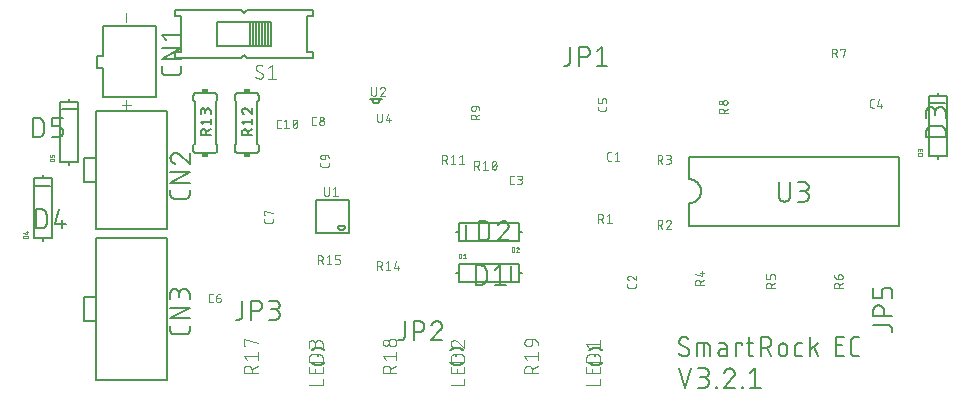
<source format=gbr>
G04 EAGLE Gerber RS-274X export*
G75*
%MOMM*%
%FSLAX34Y34*%
%LPD*%
%INSilkscreen Top*%
%IPPOS*%
%AMOC8*
5,1,8,0,0,1.08239X$1,22.5*%
G01*
%ADD10C,0.076200*%
%ADD11C,0.152400*%
%ADD12C,0.127000*%
%ADD13C,0.101600*%
%ADD14C,0.203200*%
%ADD15C,0.010159*%
%ADD16R,0.200000X0.200000*%
%ADD17R,0.150000X0.250000*%
%ADD18C,0.025400*%
%ADD19R,0.508000X0.381000*%


D10*
X618655Y287881D02*
X617018Y287881D01*
X616940Y287883D01*
X616862Y287888D01*
X616785Y287898D01*
X616708Y287911D01*
X616632Y287927D01*
X616557Y287947D01*
X616483Y287971D01*
X616410Y287998D01*
X616338Y288029D01*
X616268Y288063D01*
X616200Y288100D01*
X616133Y288141D01*
X616068Y288185D01*
X616006Y288231D01*
X615946Y288281D01*
X615888Y288333D01*
X615833Y288388D01*
X615781Y288446D01*
X615731Y288506D01*
X615685Y288568D01*
X615641Y288633D01*
X615600Y288700D01*
X615563Y288768D01*
X615529Y288838D01*
X615498Y288910D01*
X615471Y288983D01*
X615447Y289057D01*
X615427Y289132D01*
X615411Y289208D01*
X615398Y289285D01*
X615388Y289362D01*
X615383Y289440D01*
X615381Y289518D01*
X615381Y293610D01*
X615383Y293690D01*
X615389Y293770D01*
X615399Y293850D01*
X615412Y293929D01*
X615430Y294008D01*
X615451Y294085D01*
X615477Y294161D01*
X615506Y294236D01*
X615538Y294310D01*
X615574Y294382D01*
X615614Y294452D01*
X615657Y294519D01*
X615703Y294585D01*
X615753Y294648D01*
X615805Y294709D01*
X615860Y294768D01*
X615919Y294823D01*
X615979Y294875D01*
X616043Y294925D01*
X616109Y294971D01*
X616176Y295014D01*
X616246Y295054D01*
X616318Y295090D01*
X616392Y295122D01*
X616466Y295151D01*
X616543Y295177D01*
X616620Y295198D01*
X616699Y295216D01*
X616778Y295229D01*
X616858Y295239D01*
X616938Y295245D01*
X617018Y295247D01*
X618655Y295247D01*
X621500Y293610D02*
X623546Y295247D01*
X623546Y287881D01*
X621500Y287881D02*
X625592Y287881D01*
X639619Y183655D02*
X639619Y182018D01*
X639617Y181940D01*
X639612Y181862D01*
X639602Y181785D01*
X639589Y181708D01*
X639573Y181632D01*
X639553Y181557D01*
X639529Y181483D01*
X639502Y181410D01*
X639471Y181338D01*
X639437Y181268D01*
X639400Y181200D01*
X639359Y181133D01*
X639315Y181068D01*
X639269Y181006D01*
X639219Y180946D01*
X639167Y180888D01*
X639112Y180833D01*
X639054Y180781D01*
X638994Y180731D01*
X638932Y180685D01*
X638867Y180641D01*
X638801Y180600D01*
X638732Y180563D01*
X638662Y180529D01*
X638590Y180498D01*
X638517Y180471D01*
X638443Y180447D01*
X638368Y180427D01*
X638292Y180411D01*
X638215Y180398D01*
X638138Y180388D01*
X638060Y180383D01*
X637982Y180381D01*
X633890Y180381D01*
X633810Y180383D01*
X633730Y180389D01*
X633650Y180399D01*
X633571Y180412D01*
X633492Y180430D01*
X633415Y180451D01*
X633339Y180477D01*
X633264Y180506D01*
X633190Y180538D01*
X633118Y180574D01*
X633048Y180614D01*
X632981Y180657D01*
X632915Y180703D01*
X632852Y180753D01*
X632791Y180805D01*
X632732Y180860D01*
X632677Y180919D01*
X632625Y180979D01*
X632575Y181043D01*
X632529Y181108D01*
X632486Y181176D01*
X632446Y181246D01*
X632410Y181318D01*
X632378Y181392D01*
X632349Y181466D01*
X632324Y181543D01*
X632302Y181620D01*
X632284Y181699D01*
X632271Y181778D01*
X632261Y181857D01*
X632255Y181938D01*
X632253Y182018D01*
X632253Y183655D01*
X632253Y188751D02*
X632255Y188836D01*
X632261Y188921D01*
X632271Y189005D01*
X632284Y189089D01*
X632302Y189173D01*
X632323Y189255D01*
X632348Y189336D01*
X632377Y189416D01*
X632410Y189495D01*
X632446Y189572D01*
X632486Y189647D01*
X632529Y189721D01*
X632575Y189792D01*
X632625Y189861D01*
X632678Y189928D01*
X632734Y189992D01*
X632793Y190053D01*
X632854Y190112D01*
X632918Y190168D01*
X632985Y190221D01*
X633054Y190271D01*
X633125Y190317D01*
X633199Y190360D01*
X633274Y190400D01*
X633351Y190436D01*
X633430Y190469D01*
X633510Y190498D01*
X633591Y190523D01*
X633673Y190544D01*
X633757Y190562D01*
X633841Y190575D01*
X633925Y190585D01*
X634010Y190591D01*
X634095Y190593D01*
X632253Y188751D02*
X632255Y188655D01*
X632261Y188559D01*
X632271Y188464D01*
X632284Y188369D01*
X632302Y188274D01*
X632323Y188181D01*
X632348Y188088D01*
X632377Y187997D01*
X632409Y187906D01*
X632445Y187817D01*
X632485Y187730D01*
X632528Y187644D01*
X632574Y187560D01*
X632624Y187478D01*
X632678Y187398D01*
X632734Y187321D01*
X632794Y187246D01*
X632856Y187173D01*
X632922Y187103D01*
X632990Y187035D01*
X633061Y186970D01*
X633134Y186909D01*
X633210Y186850D01*
X633289Y186794D01*
X633369Y186742D01*
X633452Y186693D01*
X633536Y186647D01*
X633622Y186605D01*
X633710Y186567D01*
X633799Y186532D01*
X633890Y186500D01*
X635527Y189978D02*
X635468Y190038D01*
X635406Y190095D01*
X635342Y190150D01*
X635275Y190201D01*
X635206Y190250D01*
X635136Y190296D01*
X635063Y190339D01*
X634989Y190379D01*
X634913Y190415D01*
X634835Y190448D01*
X634756Y190478D01*
X634676Y190505D01*
X634595Y190528D01*
X634513Y190547D01*
X634431Y190563D01*
X634347Y190576D01*
X634263Y190585D01*
X634179Y190590D01*
X634095Y190592D01*
X635527Y189978D02*
X639619Y186500D01*
X639619Y190592D01*
X536155Y267881D02*
X534518Y267881D01*
X534440Y267883D01*
X534362Y267888D01*
X534285Y267898D01*
X534208Y267911D01*
X534132Y267927D01*
X534057Y267947D01*
X533983Y267971D01*
X533910Y267998D01*
X533838Y268029D01*
X533768Y268063D01*
X533700Y268100D01*
X533633Y268141D01*
X533568Y268185D01*
X533506Y268231D01*
X533446Y268281D01*
X533388Y268333D01*
X533333Y268388D01*
X533281Y268446D01*
X533231Y268506D01*
X533185Y268568D01*
X533141Y268633D01*
X533100Y268700D01*
X533063Y268768D01*
X533029Y268838D01*
X532998Y268910D01*
X532971Y268983D01*
X532947Y269057D01*
X532927Y269132D01*
X532911Y269208D01*
X532898Y269285D01*
X532888Y269362D01*
X532883Y269440D01*
X532881Y269518D01*
X532881Y273610D01*
X532883Y273690D01*
X532889Y273770D01*
X532899Y273850D01*
X532912Y273929D01*
X532930Y274008D01*
X532951Y274085D01*
X532977Y274161D01*
X533006Y274236D01*
X533038Y274310D01*
X533074Y274382D01*
X533114Y274452D01*
X533157Y274519D01*
X533203Y274585D01*
X533253Y274648D01*
X533305Y274709D01*
X533360Y274768D01*
X533419Y274823D01*
X533479Y274875D01*
X533543Y274925D01*
X533609Y274971D01*
X533676Y275014D01*
X533746Y275054D01*
X533818Y275090D01*
X533892Y275122D01*
X533966Y275151D01*
X534043Y275177D01*
X534120Y275198D01*
X534199Y275216D01*
X534278Y275229D01*
X534358Y275239D01*
X534438Y275245D01*
X534518Y275247D01*
X536155Y275247D01*
X539000Y267881D02*
X541046Y267881D01*
X541135Y267883D01*
X541224Y267889D01*
X541313Y267899D01*
X541401Y267912D01*
X541489Y267929D01*
X541576Y267951D01*
X541661Y267976D01*
X541746Y268004D01*
X541829Y268037D01*
X541911Y268073D01*
X541991Y268112D01*
X542069Y268155D01*
X542145Y268201D01*
X542220Y268251D01*
X542292Y268304D01*
X542361Y268360D01*
X542428Y268419D01*
X542493Y268480D01*
X542554Y268545D01*
X542613Y268612D01*
X542669Y268681D01*
X542722Y268753D01*
X542772Y268828D01*
X542818Y268904D01*
X542861Y268982D01*
X542900Y269062D01*
X542936Y269144D01*
X542969Y269227D01*
X542997Y269312D01*
X543022Y269397D01*
X543044Y269484D01*
X543061Y269572D01*
X543074Y269660D01*
X543084Y269749D01*
X543090Y269838D01*
X543092Y269927D01*
X543090Y270016D01*
X543084Y270105D01*
X543074Y270194D01*
X543061Y270282D01*
X543044Y270370D01*
X543022Y270457D01*
X542997Y270542D01*
X542969Y270627D01*
X542936Y270710D01*
X542900Y270792D01*
X542861Y270872D01*
X542818Y270950D01*
X542772Y271026D01*
X542722Y271101D01*
X542669Y271173D01*
X542613Y271242D01*
X542554Y271309D01*
X542493Y271374D01*
X542428Y271435D01*
X542361Y271494D01*
X542292Y271550D01*
X542220Y271603D01*
X542145Y271653D01*
X542069Y271699D01*
X541991Y271742D01*
X541911Y271781D01*
X541829Y271817D01*
X541746Y271850D01*
X541661Y271878D01*
X541576Y271903D01*
X541489Y271925D01*
X541401Y271942D01*
X541313Y271955D01*
X541224Y271965D01*
X541135Y271971D01*
X541046Y271973D01*
X541455Y275247D02*
X539000Y275247D01*
X541455Y275247D02*
X541534Y275245D01*
X541613Y275239D01*
X541692Y275230D01*
X541770Y275217D01*
X541847Y275199D01*
X541923Y275179D01*
X541998Y275154D01*
X542072Y275126D01*
X542145Y275095D01*
X542216Y275059D01*
X542285Y275021D01*
X542352Y274979D01*
X542417Y274934D01*
X542480Y274886D01*
X542541Y274835D01*
X542598Y274781D01*
X542654Y274725D01*
X542706Y274666D01*
X542756Y274604D01*
X542802Y274540D01*
X542846Y274474D01*
X542886Y274406D01*
X542922Y274336D01*
X542956Y274264D01*
X542986Y274190D01*
X543012Y274116D01*
X543035Y274040D01*
X543053Y273963D01*
X543069Y273886D01*
X543080Y273807D01*
X543088Y273729D01*
X543092Y273650D01*
X543092Y273570D01*
X543088Y273491D01*
X543080Y273413D01*
X543069Y273334D01*
X543053Y273257D01*
X543035Y273180D01*
X543012Y273104D01*
X542986Y273030D01*
X542956Y272956D01*
X542922Y272884D01*
X542886Y272814D01*
X542846Y272746D01*
X542802Y272680D01*
X542756Y272616D01*
X542706Y272554D01*
X542654Y272495D01*
X542598Y272439D01*
X542541Y272385D01*
X542480Y272334D01*
X542417Y272286D01*
X542352Y272241D01*
X542285Y272199D01*
X542216Y272161D01*
X542145Y272125D01*
X542072Y272094D01*
X541998Y272066D01*
X541923Y272041D01*
X541847Y272021D01*
X541770Y272003D01*
X541692Y271990D01*
X541613Y271981D01*
X541534Y271975D01*
X541455Y271973D01*
X539819Y271973D01*
X839518Y332881D02*
X841155Y332881D01*
X839518Y332881D02*
X839440Y332883D01*
X839362Y332888D01*
X839285Y332898D01*
X839208Y332911D01*
X839132Y332927D01*
X839057Y332947D01*
X838983Y332971D01*
X838910Y332998D01*
X838838Y333029D01*
X838768Y333063D01*
X838700Y333100D01*
X838633Y333141D01*
X838568Y333185D01*
X838506Y333231D01*
X838446Y333281D01*
X838388Y333333D01*
X838333Y333388D01*
X838281Y333446D01*
X838231Y333506D01*
X838185Y333568D01*
X838141Y333633D01*
X838100Y333700D01*
X838063Y333768D01*
X838029Y333838D01*
X837998Y333910D01*
X837971Y333983D01*
X837947Y334057D01*
X837927Y334132D01*
X837911Y334208D01*
X837898Y334285D01*
X837888Y334362D01*
X837883Y334440D01*
X837881Y334518D01*
X837881Y338610D01*
X837883Y338690D01*
X837889Y338770D01*
X837899Y338850D01*
X837912Y338929D01*
X837930Y339008D01*
X837951Y339085D01*
X837977Y339161D01*
X838006Y339236D01*
X838038Y339310D01*
X838074Y339382D01*
X838114Y339452D01*
X838157Y339519D01*
X838203Y339585D01*
X838253Y339648D01*
X838305Y339709D01*
X838360Y339768D01*
X838419Y339823D01*
X838479Y339875D01*
X838543Y339925D01*
X838609Y339971D01*
X838676Y340014D01*
X838746Y340054D01*
X838818Y340090D01*
X838892Y340122D01*
X838966Y340151D01*
X839043Y340177D01*
X839120Y340198D01*
X839199Y340216D01*
X839278Y340229D01*
X839358Y340239D01*
X839438Y340245D01*
X839518Y340247D01*
X841155Y340247D01*
X845637Y340247D02*
X844000Y334518D01*
X848092Y334518D01*
X846865Y336155D02*
X846865Y332881D01*
X614619Y333655D02*
X614619Y332018D01*
X614617Y331940D01*
X614612Y331862D01*
X614602Y331785D01*
X614589Y331708D01*
X614573Y331632D01*
X614553Y331557D01*
X614529Y331483D01*
X614502Y331410D01*
X614471Y331338D01*
X614437Y331268D01*
X614400Y331200D01*
X614359Y331133D01*
X614315Y331068D01*
X614269Y331006D01*
X614219Y330946D01*
X614167Y330888D01*
X614112Y330833D01*
X614054Y330781D01*
X613994Y330731D01*
X613932Y330685D01*
X613867Y330641D01*
X613801Y330600D01*
X613732Y330563D01*
X613662Y330529D01*
X613590Y330498D01*
X613517Y330471D01*
X613443Y330447D01*
X613368Y330427D01*
X613292Y330411D01*
X613215Y330398D01*
X613138Y330388D01*
X613060Y330383D01*
X612982Y330381D01*
X608890Y330381D01*
X608810Y330383D01*
X608730Y330389D01*
X608650Y330399D01*
X608571Y330412D01*
X608492Y330430D01*
X608415Y330451D01*
X608339Y330477D01*
X608264Y330506D01*
X608190Y330538D01*
X608118Y330574D01*
X608048Y330614D01*
X607981Y330657D01*
X607915Y330703D01*
X607852Y330753D01*
X607791Y330805D01*
X607732Y330860D01*
X607677Y330919D01*
X607625Y330979D01*
X607575Y331043D01*
X607529Y331108D01*
X607486Y331176D01*
X607446Y331246D01*
X607410Y331318D01*
X607378Y331392D01*
X607349Y331466D01*
X607324Y331543D01*
X607302Y331620D01*
X607284Y331699D01*
X607271Y331778D01*
X607261Y331857D01*
X607255Y331938D01*
X607253Y332018D01*
X607253Y333655D01*
X614619Y336500D02*
X614619Y338955D01*
X614617Y339033D01*
X614612Y339111D01*
X614602Y339188D01*
X614589Y339265D01*
X614573Y339341D01*
X614553Y339416D01*
X614529Y339490D01*
X614502Y339563D01*
X614471Y339635D01*
X614437Y339705D01*
X614400Y339774D01*
X614359Y339840D01*
X614315Y339905D01*
X614269Y339967D01*
X614219Y340027D01*
X614167Y340085D01*
X614112Y340140D01*
X614054Y340192D01*
X613994Y340242D01*
X613932Y340288D01*
X613867Y340332D01*
X613801Y340373D01*
X613732Y340410D01*
X613662Y340444D01*
X613590Y340475D01*
X613517Y340502D01*
X613443Y340526D01*
X613368Y340546D01*
X613292Y340562D01*
X613215Y340575D01*
X613138Y340585D01*
X613060Y340590D01*
X612982Y340592D01*
X612164Y340592D01*
X612084Y340590D01*
X612004Y340584D01*
X611924Y340574D01*
X611845Y340561D01*
X611766Y340543D01*
X611689Y340522D01*
X611613Y340496D01*
X611538Y340467D01*
X611464Y340435D01*
X611392Y340399D01*
X611322Y340359D01*
X611255Y340316D01*
X611189Y340270D01*
X611126Y340220D01*
X611065Y340168D01*
X611006Y340113D01*
X610951Y340054D01*
X610899Y339994D01*
X610849Y339930D01*
X610803Y339864D01*
X610760Y339797D01*
X610720Y339727D01*
X610684Y339655D01*
X610652Y339581D01*
X610623Y339507D01*
X610597Y339430D01*
X610576Y339353D01*
X610558Y339274D01*
X610545Y339195D01*
X610535Y339115D01*
X610529Y339035D01*
X610527Y338955D01*
X610527Y336500D01*
X607253Y336500D01*
X607253Y340592D01*
X281155Y167881D02*
X279518Y167881D01*
X279440Y167883D01*
X279362Y167888D01*
X279285Y167898D01*
X279208Y167911D01*
X279132Y167927D01*
X279057Y167947D01*
X278983Y167971D01*
X278910Y167998D01*
X278838Y168029D01*
X278768Y168063D01*
X278700Y168100D01*
X278633Y168141D01*
X278568Y168185D01*
X278506Y168231D01*
X278446Y168281D01*
X278388Y168333D01*
X278333Y168388D01*
X278281Y168446D01*
X278231Y168506D01*
X278185Y168568D01*
X278141Y168633D01*
X278100Y168700D01*
X278063Y168768D01*
X278029Y168838D01*
X277998Y168910D01*
X277971Y168983D01*
X277947Y169057D01*
X277927Y169132D01*
X277911Y169208D01*
X277898Y169285D01*
X277888Y169362D01*
X277883Y169440D01*
X277881Y169518D01*
X277881Y173610D01*
X277883Y173690D01*
X277889Y173770D01*
X277899Y173850D01*
X277912Y173929D01*
X277930Y174008D01*
X277951Y174085D01*
X277977Y174161D01*
X278006Y174236D01*
X278038Y174310D01*
X278074Y174382D01*
X278114Y174452D01*
X278157Y174519D01*
X278203Y174585D01*
X278253Y174648D01*
X278305Y174709D01*
X278360Y174768D01*
X278419Y174823D01*
X278479Y174875D01*
X278543Y174925D01*
X278609Y174971D01*
X278676Y175014D01*
X278746Y175054D01*
X278818Y175090D01*
X278892Y175122D01*
X278966Y175151D01*
X279043Y175177D01*
X279120Y175198D01*
X279199Y175216D01*
X279278Y175229D01*
X279358Y175239D01*
X279438Y175245D01*
X279518Y175247D01*
X281155Y175247D01*
X284000Y171973D02*
X286455Y171973D01*
X286533Y171971D01*
X286611Y171966D01*
X286688Y171956D01*
X286765Y171943D01*
X286841Y171927D01*
X286916Y171907D01*
X286990Y171883D01*
X287063Y171856D01*
X287135Y171825D01*
X287205Y171791D01*
X287274Y171754D01*
X287340Y171713D01*
X287405Y171669D01*
X287467Y171623D01*
X287527Y171573D01*
X287585Y171521D01*
X287640Y171466D01*
X287692Y171408D01*
X287742Y171348D01*
X287788Y171286D01*
X287832Y171221D01*
X287873Y171155D01*
X287910Y171086D01*
X287944Y171016D01*
X287975Y170944D01*
X288002Y170871D01*
X288026Y170797D01*
X288046Y170722D01*
X288062Y170646D01*
X288075Y170569D01*
X288085Y170492D01*
X288090Y170414D01*
X288092Y170336D01*
X288092Y169927D01*
X288090Y169838D01*
X288084Y169749D01*
X288074Y169660D01*
X288061Y169572D01*
X288044Y169484D01*
X288022Y169397D01*
X287997Y169312D01*
X287969Y169227D01*
X287936Y169144D01*
X287900Y169062D01*
X287861Y168982D01*
X287818Y168904D01*
X287772Y168828D01*
X287722Y168753D01*
X287669Y168681D01*
X287613Y168612D01*
X287554Y168545D01*
X287493Y168480D01*
X287428Y168419D01*
X287361Y168360D01*
X287292Y168304D01*
X287220Y168251D01*
X287145Y168201D01*
X287069Y168155D01*
X286991Y168112D01*
X286911Y168073D01*
X286829Y168037D01*
X286746Y168004D01*
X286661Y167976D01*
X286576Y167951D01*
X286489Y167929D01*
X286401Y167912D01*
X286313Y167899D01*
X286224Y167889D01*
X286135Y167883D01*
X286046Y167881D01*
X285957Y167883D01*
X285868Y167889D01*
X285779Y167899D01*
X285691Y167912D01*
X285603Y167929D01*
X285516Y167951D01*
X285431Y167976D01*
X285346Y168004D01*
X285263Y168037D01*
X285181Y168073D01*
X285101Y168112D01*
X285023Y168155D01*
X284947Y168201D01*
X284872Y168251D01*
X284800Y168304D01*
X284731Y168360D01*
X284664Y168419D01*
X284599Y168480D01*
X284538Y168545D01*
X284479Y168612D01*
X284423Y168681D01*
X284370Y168753D01*
X284320Y168828D01*
X284274Y168904D01*
X284231Y168982D01*
X284192Y169062D01*
X284156Y169144D01*
X284123Y169227D01*
X284095Y169312D01*
X284070Y169397D01*
X284048Y169484D01*
X284031Y169572D01*
X284018Y169660D01*
X284008Y169749D01*
X284002Y169838D01*
X284000Y169927D01*
X284000Y171973D01*
X284002Y172087D01*
X284008Y172201D01*
X284018Y172315D01*
X284032Y172429D01*
X284050Y172542D01*
X284072Y172654D01*
X284097Y172765D01*
X284127Y172875D01*
X284160Y172985D01*
X284197Y173093D01*
X284238Y173199D01*
X284283Y173305D01*
X284331Y173408D01*
X284383Y173510D01*
X284439Y173610D01*
X284497Y173708D01*
X284560Y173804D01*
X284625Y173897D01*
X284694Y173989D01*
X284766Y174077D01*
X284841Y174164D01*
X284919Y174247D01*
X285000Y174328D01*
X285083Y174406D01*
X285170Y174481D01*
X285258Y174553D01*
X285350Y174622D01*
X285443Y174687D01*
X285539Y174749D01*
X285637Y174808D01*
X285737Y174864D01*
X285839Y174916D01*
X285942Y174964D01*
X286048Y175009D01*
X286154Y175050D01*
X286262Y175087D01*
X286372Y175120D01*
X286482Y175150D01*
X286593Y175175D01*
X286705Y175197D01*
X286818Y175215D01*
X286932Y175229D01*
X287046Y175239D01*
X287160Y175245D01*
X287274Y175247D01*
X332119Y237018D02*
X332119Y238655D01*
X332119Y237018D02*
X332117Y236940D01*
X332112Y236862D01*
X332102Y236785D01*
X332089Y236708D01*
X332073Y236632D01*
X332053Y236557D01*
X332029Y236483D01*
X332002Y236410D01*
X331971Y236338D01*
X331937Y236268D01*
X331900Y236200D01*
X331859Y236133D01*
X331815Y236068D01*
X331769Y236006D01*
X331719Y235946D01*
X331667Y235888D01*
X331612Y235833D01*
X331554Y235781D01*
X331494Y235731D01*
X331432Y235685D01*
X331367Y235641D01*
X331301Y235600D01*
X331232Y235563D01*
X331162Y235529D01*
X331090Y235498D01*
X331017Y235471D01*
X330943Y235447D01*
X330868Y235427D01*
X330792Y235411D01*
X330715Y235398D01*
X330638Y235388D01*
X330560Y235383D01*
X330482Y235381D01*
X326390Y235381D01*
X326310Y235383D01*
X326230Y235389D01*
X326150Y235399D01*
X326071Y235412D01*
X325992Y235430D01*
X325915Y235451D01*
X325839Y235477D01*
X325764Y235506D01*
X325690Y235538D01*
X325618Y235574D01*
X325548Y235614D01*
X325481Y235657D01*
X325415Y235703D01*
X325352Y235753D01*
X325291Y235805D01*
X325232Y235860D01*
X325177Y235919D01*
X325125Y235979D01*
X325075Y236043D01*
X325029Y236108D01*
X324986Y236176D01*
X324946Y236246D01*
X324910Y236318D01*
X324878Y236392D01*
X324849Y236466D01*
X324824Y236543D01*
X324802Y236620D01*
X324784Y236699D01*
X324771Y236778D01*
X324761Y236857D01*
X324755Y236938D01*
X324753Y237018D01*
X324753Y238655D01*
X324753Y241500D02*
X325571Y241500D01*
X324753Y241500D02*
X324753Y245592D01*
X332119Y243546D01*
X367018Y317881D02*
X368655Y317881D01*
X367018Y317881D02*
X366940Y317883D01*
X366862Y317888D01*
X366785Y317898D01*
X366708Y317911D01*
X366632Y317927D01*
X366557Y317947D01*
X366483Y317971D01*
X366410Y317998D01*
X366338Y318029D01*
X366268Y318063D01*
X366200Y318100D01*
X366133Y318141D01*
X366068Y318185D01*
X366006Y318231D01*
X365946Y318281D01*
X365888Y318333D01*
X365833Y318388D01*
X365781Y318446D01*
X365731Y318506D01*
X365685Y318568D01*
X365641Y318633D01*
X365600Y318700D01*
X365563Y318768D01*
X365529Y318838D01*
X365498Y318910D01*
X365471Y318983D01*
X365447Y319057D01*
X365427Y319132D01*
X365411Y319208D01*
X365398Y319285D01*
X365388Y319362D01*
X365383Y319440D01*
X365381Y319518D01*
X365381Y323610D01*
X365383Y323690D01*
X365389Y323770D01*
X365399Y323850D01*
X365412Y323929D01*
X365430Y324008D01*
X365451Y324085D01*
X365477Y324161D01*
X365506Y324236D01*
X365538Y324310D01*
X365574Y324382D01*
X365614Y324452D01*
X365657Y324519D01*
X365703Y324585D01*
X365753Y324648D01*
X365805Y324709D01*
X365860Y324768D01*
X365919Y324823D01*
X365979Y324875D01*
X366043Y324925D01*
X366109Y324971D01*
X366176Y325014D01*
X366246Y325054D01*
X366318Y325090D01*
X366392Y325122D01*
X366466Y325151D01*
X366543Y325177D01*
X366620Y325198D01*
X366699Y325216D01*
X366778Y325229D01*
X366858Y325239D01*
X366938Y325245D01*
X367018Y325247D01*
X368655Y325247D01*
X371500Y319927D02*
X371502Y320016D01*
X371508Y320105D01*
X371518Y320194D01*
X371531Y320282D01*
X371548Y320370D01*
X371570Y320457D01*
X371595Y320542D01*
X371623Y320627D01*
X371656Y320710D01*
X371692Y320792D01*
X371731Y320872D01*
X371774Y320950D01*
X371820Y321026D01*
X371870Y321101D01*
X371923Y321173D01*
X371979Y321242D01*
X372038Y321309D01*
X372099Y321374D01*
X372164Y321435D01*
X372231Y321494D01*
X372300Y321550D01*
X372372Y321603D01*
X372447Y321653D01*
X372523Y321699D01*
X372601Y321742D01*
X372681Y321781D01*
X372763Y321817D01*
X372846Y321850D01*
X372931Y321878D01*
X373016Y321903D01*
X373103Y321925D01*
X373191Y321942D01*
X373279Y321955D01*
X373368Y321965D01*
X373457Y321971D01*
X373546Y321973D01*
X373635Y321971D01*
X373724Y321965D01*
X373813Y321955D01*
X373901Y321942D01*
X373989Y321925D01*
X374076Y321903D01*
X374161Y321878D01*
X374246Y321850D01*
X374329Y321817D01*
X374411Y321781D01*
X374491Y321742D01*
X374569Y321699D01*
X374645Y321653D01*
X374720Y321603D01*
X374792Y321550D01*
X374861Y321494D01*
X374928Y321435D01*
X374993Y321374D01*
X375054Y321309D01*
X375113Y321242D01*
X375169Y321173D01*
X375222Y321101D01*
X375272Y321026D01*
X375318Y320950D01*
X375361Y320872D01*
X375400Y320792D01*
X375436Y320710D01*
X375469Y320627D01*
X375497Y320542D01*
X375522Y320457D01*
X375544Y320370D01*
X375561Y320282D01*
X375574Y320194D01*
X375584Y320105D01*
X375590Y320016D01*
X375592Y319927D01*
X375590Y319838D01*
X375584Y319749D01*
X375574Y319660D01*
X375561Y319572D01*
X375544Y319484D01*
X375522Y319397D01*
X375497Y319312D01*
X375469Y319227D01*
X375436Y319144D01*
X375400Y319062D01*
X375361Y318982D01*
X375318Y318904D01*
X375272Y318828D01*
X375222Y318753D01*
X375169Y318681D01*
X375113Y318612D01*
X375054Y318545D01*
X374993Y318480D01*
X374928Y318419D01*
X374861Y318360D01*
X374792Y318304D01*
X374720Y318251D01*
X374645Y318201D01*
X374569Y318155D01*
X374491Y318112D01*
X374411Y318073D01*
X374329Y318037D01*
X374246Y318004D01*
X374161Y317976D01*
X374076Y317951D01*
X373989Y317929D01*
X373901Y317912D01*
X373813Y317899D01*
X373724Y317889D01*
X373635Y317883D01*
X373546Y317881D01*
X373457Y317883D01*
X373368Y317889D01*
X373279Y317899D01*
X373191Y317912D01*
X373103Y317929D01*
X373016Y317951D01*
X372931Y317976D01*
X372846Y318004D01*
X372763Y318037D01*
X372681Y318073D01*
X372601Y318112D01*
X372523Y318155D01*
X372447Y318201D01*
X372372Y318251D01*
X372300Y318304D01*
X372231Y318360D01*
X372164Y318419D01*
X372099Y318480D01*
X372038Y318545D01*
X371979Y318612D01*
X371923Y318681D01*
X371870Y318753D01*
X371820Y318828D01*
X371774Y318904D01*
X371731Y318982D01*
X371692Y319062D01*
X371656Y319144D01*
X371623Y319227D01*
X371595Y319312D01*
X371570Y319397D01*
X371548Y319484D01*
X371531Y319572D01*
X371518Y319660D01*
X371508Y319749D01*
X371502Y319838D01*
X371500Y319927D01*
X371909Y323610D02*
X371911Y323689D01*
X371917Y323768D01*
X371926Y323847D01*
X371939Y323925D01*
X371957Y324002D01*
X371977Y324078D01*
X372002Y324153D01*
X372030Y324227D01*
X372061Y324300D01*
X372097Y324371D01*
X372135Y324440D01*
X372177Y324507D01*
X372222Y324572D01*
X372270Y324635D01*
X372321Y324696D01*
X372375Y324753D01*
X372431Y324809D01*
X372490Y324861D01*
X372552Y324911D01*
X372616Y324957D01*
X372682Y325001D01*
X372750Y325041D01*
X372820Y325077D01*
X372892Y325111D01*
X372966Y325141D01*
X373040Y325167D01*
X373116Y325190D01*
X373193Y325208D01*
X373270Y325224D01*
X373349Y325235D01*
X373427Y325243D01*
X373506Y325247D01*
X373586Y325247D01*
X373665Y325243D01*
X373743Y325235D01*
X373822Y325224D01*
X373899Y325208D01*
X373976Y325190D01*
X374052Y325167D01*
X374126Y325141D01*
X374200Y325111D01*
X374272Y325077D01*
X374342Y325041D01*
X374410Y325001D01*
X374476Y324957D01*
X374540Y324911D01*
X374602Y324861D01*
X374661Y324809D01*
X374717Y324753D01*
X374771Y324696D01*
X374822Y324635D01*
X374870Y324572D01*
X374915Y324507D01*
X374957Y324440D01*
X374995Y324371D01*
X375031Y324300D01*
X375062Y324227D01*
X375090Y324153D01*
X375115Y324078D01*
X375135Y324002D01*
X375153Y323925D01*
X375166Y323847D01*
X375175Y323768D01*
X375181Y323689D01*
X375183Y323610D01*
X375181Y323531D01*
X375175Y323452D01*
X375166Y323373D01*
X375153Y323295D01*
X375135Y323218D01*
X375115Y323142D01*
X375090Y323067D01*
X375062Y322993D01*
X375031Y322920D01*
X374995Y322849D01*
X374957Y322780D01*
X374915Y322713D01*
X374870Y322648D01*
X374822Y322585D01*
X374771Y322524D01*
X374717Y322467D01*
X374661Y322411D01*
X374602Y322359D01*
X374540Y322309D01*
X374476Y322263D01*
X374410Y322219D01*
X374342Y322179D01*
X374272Y322143D01*
X374200Y322109D01*
X374126Y322079D01*
X374052Y322053D01*
X373976Y322030D01*
X373899Y322012D01*
X373822Y321996D01*
X373743Y321985D01*
X373665Y321977D01*
X373586Y321973D01*
X373506Y321973D01*
X373427Y321977D01*
X373349Y321985D01*
X373270Y321996D01*
X373193Y322012D01*
X373116Y322030D01*
X373040Y322053D01*
X372966Y322079D01*
X372892Y322109D01*
X372820Y322143D01*
X372750Y322179D01*
X372682Y322219D01*
X372616Y322263D01*
X372552Y322309D01*
X372490Y322359D01*
X372431Y322411D01*
X372375Y322467D01*
X372321Y322524D01*
X372270Y322585D01*
X372222Y322648D01*
X372177Y322713D01*
X372135Y322780D01*
X372097Y322849D01*
X372061Y322920D01*
X372030Y322993D01*
X372002Y323067D01*
X371977Y323142D01*
X371957Y323218D01*
X371939Y323295D01*
X371926Y323373D01*
X371917Y323452D01*
X371911Y323531D01*
X371909Y323610D01*
X379619Y286155D02*
X379619Y284518D01*
X379617Y284440D01*
X379612Y284362D01*
X379602Y284285D01*
X379589Y284208D01*
X379573Y284132D01*
X379553Y284057D01*
X379529Y283983D01*
X379502Y283910D01*
X379471Y283838D01*
X379437Y283768D01*
X379400Y283700D01*
X379359Y283633D01*
X379315Y283568D01*
X379269Y283506D01*
X379219Y283446D01*
X379167Y283388D01*
X379112Y283333D01*
X379054Y283281D01*
X378994Y283231D01*
X378932Y283185D01*
X378867Y283141D01*
X378801Y283100D01*
X378732Y283063D01*
X378662Y283029D01*
X378590Y282998D01*
X378517Y282971D01*
X378443Y282947D01*
X378368Y282927D01*
X378292Y282911D01*
X378215Y282898D01*
X378138Y282888D01*
X378060Y282883D01*
X377982Y282881D01*
X373890Y282881D01*
X373810Y282883D01*
X373730Y282889D01*
X373650Y282899D01*
X373571Y282912D01*
X373492Y282930D01*
X373415Y282951D01*
X373339Y282977D01*
X373264Y283006D01*
X373190Y283038D01*
X373118Y283074D01*
X373048Y283114D01*
X372981Y283157D01*
X372915Y283203D01*
X372852Y283253D01*
X372791Y283305D01*
X372732Y283360D01*
X372677Y283419D01*
X372625Y283479D01*
X372575Y283543D01*
X372529Y283608D01*
X372486Y283676D01*
X372446Y283746D01*
X372410Y283818D01*
X372378Y283892D01*
X372349Y283966D01*
X372324Y284043D01*
X372302Y284120D01*
X372284Y284199D01*
X372271Y284278D01*
X372261Y284357D01*
X372255Y284438D01*
X372253Y284518D01*
X372253Y286155D01*
X376345Y290637D02*
X376345Y293092D01*
X376345Y290637D02*
X376343Y290559D01*
X376338Y290481D01*
X376328Y290404D01*
X376315Y290327D01*
X376299Y290251D01*
X376279Y290176D01*
X376255Y290102D01*
X376228Y290029D01*
X376197Y289957D01*
X376163Y289887D01*
X376126Y289819D01*
X376085Y289752D01*
X376041Y289687D01*
X375995Y289625D01*
X375945Y289565D01*
X375893Y289507D01*
X375838Y289452D01*
X375780Y289400D01*
X375720Y289350D01*
X375658Y289304D01*
X375593Y289260D01*
X375527Y289219D01*
X375458Y289182D01*
X375388Y289148D01*
X375316Y289117D01*
X375243Y289090D01*
X375169Y289066D01*
X375094Y289046D01*
X375018Y289030D01*
X374941Y289017D01*
X374864Y289007D01*
X374786Y289002D01*
X374708Y289000D01*
X374299Y289000D01*
X374210Y289002D01*
X374121Y289008D01*
X374032Y289018D01*
X373944Y289031D01*
X373856Y289048D01*
X373769Y289070D01*
X373684Y289095D01*
X373599Y289123D01*
X373516Y289156D01*
X373434Y289192D01*
X373354Y289231D01*
X373276Y289274D01*
X373200Y289320D01*
X373125Y289370D01*
X373053Y289423D01*
X372984Y289479D01*
X372917Y289538D01*
X372852Y289599D01*
X372791Y289664D01*
X372732Y289731D01*
X372676Y289800D01*
X372623Y289872D01*
X372573Y289947D01*
X372527Y290023D01*
X372484Y290101D01*
X372445Y290181D01*
X372409Y290263D01*
X372376Y290346D01*
X372348Y290431D01*
X372323Y290516D01*
X372301Y290603D01*
X372284Y290691D01*
X372271Y290779D01*
X372261Y290868D01*
X372255Y290957D01*
X372253Y291046D01*
X372255Y291135D01*
X372261Y291224D01*
X372271Y291313D01*
X372284Y291401D01*
X372301Y291489D01*
X372323Y291576D01*
X372348Y291661D01*
X372376Y291746D01*
X372409Y291829D01*
X372445Y291911D01*
X372484Y291991D01*
X372527Y292069D01*
X372573Y292145D01*
X372623Y292220D01*
X372676Y292292D01*
X372732Y292361D01*
X372791Y292428D01*
X372852Y292493D01*
X372917Y292554D01*
X372984Y292613D01*
X373053Y292669D01*
X373125Y292722D01*
X373200Y292772D01*
X373276Y292818D01*
X373354Y292861D01*
X373434Y292900D01*
X373516Y292936D01*
X373599Y292969D01*
X373684Y292997D01*
X373769Y293022D01*
X373856Y293044D01*
X373944Y293061D01*
X374032Y293074D01*
X374121Y293084D01*
X374210Y293090D01*
X374299Y293092D01*
X376345Y293092D01*
X376345Y293093D02*
X376457Y293091D01*
X376568Y293085D01*
X376680Y293076D01*
X376791Y293063D01*
X376901Y293045D01*
X377011Y293025D01*
X377120Y293000D01*
X377228Y292972D01*
X377335Y292940D01*
X377441Y292904D01*
X377546Y292865D01*
X377649Y292822D01*
X377751Y292776D01*
X377851Y292726D01*
X377950Y292673D01*
X378046Y292616D01*
X378141Y292557D01*
X378233Y292494D01*
X378323Y292428D01*
X378411Y292359D01*
X378497Y292287D01*
X378580Y292212D01*
X378660Y292134D01*
X378738Y292054D01*
X378813Y291971D01*
X378885Y291885D01*
X378954Y291797D01*
X379020Y291707D01*
X379083Y291615D01*
X379142Y291520D01*
X379199Y291424D01*
X379252Y291325D01*
X379302Y291225D01*
X379348Y291123D01*
X379391Y291020D01*
X379430Y290915D01*
X379466Y290809D01*
X379498Y290702D01*
X379526Y290594D01*
X379551Y290485D01*
X379571Y290375D01*
X379589Y290265D01*
X379602Y290154D01*
X379611Y290042D01*
X379617Y289931D01*
X379619Y289819D01*
X338655Y315381D02*
X337018Y315381D01*
X336940Y315383D01*
X336862Y315388D01*
X336785Y315398D01*
X336708Y315411D01*
X336632Y315427D01*
X336557Y315447D01*
X336483Y315471D01*
X336410Y315498D01*
X336338Y315529D01*
X336268Y315563D01*
X336200Y315600D01*
X336133Y315641D01*
X336068Y315685D01*
X336006Y315731D01*
X335946Y315781D01*
X335888Y315833D01*
X335833Y315888D01*
X335781Y315946D01*
X335731Y316006D01*
X335685Y316068D01*
X335641Y316133D01*
X335600Y316200D01*
X335563Y316268D01*
X335529Y316338D01*
X335498Y316410D01*
X335471Y316483D01*
X335447Y316557D01*
X335427Y316632D01*
X335411Y316708D01*
X335398Y316785D01*
X335388Y316862D01*
X335383Y316940D01*
X335381Y317018D01*
X335381Y321110D01*
X335383Y321190D01*
X335389Y321270D01*
X335399Y321350D01*
X335412Y321429D01*
X335430Y321508D01*
X335451Y321585D01*
X335477Y321661D01*
X335506Y321736D01*
X335538Y321810D01*
X335574Y321882D01*
X335614Y321952D01*
X335657Y322019D01*
X335703Y322085D01*
X335753Y322148D01*
X335805Y322209D01*
X335860Y322268D01*
X335919Y322323D01*
X335979Y322375D01*
X336043Y322425D01*
X336109Y322471D01*
X336176Y322514D01*
X336246Y322554D01*
X336318Y322590D01*
X336392Y322622D01*
X336466Y322651D01*
X336543Y322677D01*
X336620Y322698D01*
X336699Y322716D01*
X336778Y322729D01*
X336858Y322739D01*
X336938Y322745D01*
X337018Y322747D01*
X338655Y322747D01*
X341500Y321110D02*
X343546Y322747D01*
X343546Y315381D01*
X341500Y315381D02*
X345592Y315381D01*
X348816Y319064D02*
X348818Y319217D01*
X348824Y319370D01*
X348833Y319522D01*
X348847Y319675D01*
X348864Y319827D01*
X348885Y319978D01*
X348910Y320129D01*
X348939Y320279D01*
X348971Y320429D01*
X349008Y320577D01*
X349048Y320725D01*
X349091Y320872D01*
X349139Y321017D01*
X349190Y321161D01*
X349244Y321304D01*
X349303Y321446D01*
X349364Y321585D01*
X349430Y321724D01*
X349429Y321724D02*
X349455Y321794D01*
X349485Y321864D01*
X349518Y321931D01*
X349554Y321997D01*
X349593Y322061D01*
X349636Y322123D01*
X349682Y322182D01*
X349730Y322240D01*
X349781Y322294D01*
X349835Y322347D01*
X349892Y322396D01*
X349951Y322443D01*
X350012Y322486D01*
X350075Y322527D01*
X350140Y322564D01*
X350207Y322599D01*
X350276Y322629D01*
X350346Y322657D01*
X350417Y322680D01*
X350489Y322701D01*
X350562Y322717D01*
X350636Y322730D01*
X350711Y322740D01*
X350786Y322745D01*
X350861Y322747D01*
X350936Y322745D01*
X351011Y322740D01*
X351086Y322730D01*
X351160Y322717D01*
X351233Y322701D01*
X351305Y322680D01*
X351376Y322657D01*
X351446Y322629D01*
X351515Y322599D01*
X351582Y322564D01*
X351647Y322527D01*
X351710Y322486D01*
X351771Y322443D01*
X351830Y322396D01*
X351887Y322347D01*
X351941Y322294D01*
X351992Y322240D01*
X352041Y322182D01*
X352086Y322123D01*
X352129Y322061D01*
X352168Y321997D01*
X352205Y321931D01*
X352237Y321863D01*
X352267Y321794D01*
X352293Y321724D01*
X352358Y321586D01*
X352420Y321446D01*
X352478Y321304D01*
X352533Y321161D01*
X352584Y321017D01*
X352632Y320872D01*
X352675Y320725D01*
X352715Y320578D01*
X352752Y320429D01*
X352784Y320279D01*
X352813Y320129D01*
X352838Y319978D01*
X352859Y319827D01*
X352876Y319675D01*
X352890Y319522D01*
X352899Y319370D01*
X352905Y319217D01*
X352907Y319064D01*
X348815Y319064D02*
X348817Y318911D01*
X348823Y318758D01*
X348832Y318605D01*
X348846Y318453D01*
X348863Y318301D01*
X348884Y318150D01*
X348909Y317999D01*
X348938Y317848D01*
X348970Y317699D01*
X349007Y317550D01*
X349047Y317403D01*
X349090Y317256D01*
X349138Y317111D01*
X349189Y316966D01*
X349244Y316824D01*
X349302Y316682D01*
X349364Y316542D01*
X349429Y316404D01*
X349455Y316333D01*
X349485Y316264D01*
X349518Y316197D01*
X349554Y316131D01*
X349593Y316067D01*
X349636Y316005D01*
X349682Y315946D01*
X349730Y315888D01*
X349781Y315834D01*
X349835Y315781D01*
X349892Y315732D01*
X349951Y315685D01*
X350012Y315642D01*
X350075Y315601D01*
X350140Y315564D01*
X350207Y315529D01*
X350276Y315499D01*
X350346Y315471D01*
X350417Y315448D01*
X350489Y315427D01*
X350562Y315411D01*
X350636Y315398D01*
X350711Y315388D01*
X350786Y315383D01*
X350861Y315381D01*
X352293Y316404D02*
X352358Y316542D01*
X352420Y316682D01*
X352478Y316824D01*
X352533Y316967D01*
X352584Y317111D01*
X352632Y317256D01*
X352675Y317403D01*
X352715Y317551D01*
X352752Y317699D01*
X352784Y317849D01*
X352813Y317999D01*
X352838Y318150D01*
X352859Y318301D01*
X352876Y318453D01*
X352890Y318606D01*
X352899Y318758D01*
X352905Y318911D01*
X352907Y319064D01*
X352293Y316404D02*
X352267Y316334D01*
X352237Y316264D01*
X352205Y316197D01*
X352168Y316131D01*
X352129Y316067D01*
X352086Y316005D01*
X352040Y315946D01*
X351992Y315888D01*
X351941Y315834D01*
X351887Y315781D01*
X351830Y315732D01*
X351771Y315685D01*
X351710Y315642D01*
X351647Y315601D01*
X351582Y315564D01*
X351515Y315529D01*
X351446Y315499D01*
X351376Y315471D01*
X351305Y315448D01*
X351233Y315427D01*
X351160Y315411D01*
X351086Y315398D01*
X351011Y315388D01*
X350936Y315383D01*
X350861Y315381D01*
X349225Y317018D02*
X352498Y321110D01*
D11*
X254518Y364081D02*
X254518Y367693D01*
X254518Y364081D02*
X254516Y363963D01*
X254510Y363845D01*
X254501Y363727D01*
X254487Y363610D01*
X254470Y363493D01*
X254449Y363376D01*
X254424Y363261D01*
X254395Y363146D01*
X254362Y363032D01*
X254326Y362920D01*
X254286Y362809D01*
X254243Y362699D01*
X254196Y362590D01*
X254146Y362483D01*
X254091Y362378D01*
X254034Y362275D01*
X253973Y362174D01*
X253909Y362074D01*
X253842Y361977D01*
X253772Y361882D01*
X253698Y361790D01*
X253622Y361699D01*
X253542Y361612D01*
X253460Y361527D01*
X253375Y361445D01*
X253288Y361365D01*
X253197Y361289D01*
X253105Y361215D01*
X253010Y361145D01*
X252913Y361078D01*
X252813Y361014D01*
X252712Y360953D01*
X252609Y360896D01*
X252504Y360841D01*
X252397Y360791D01*
X252288Y360744D01*
X252178Y360701D01*
X252067Y360661D01*
X251955Y360625D01*
X251841Y360592D01*
X251726Y360563D01*
X251611Y360538D01*
X251494Y360517D01*
X251377Y360500D01*
X251260Y360486D01*
X251142Y360477D01*
X251024Y360471D01*
X250906Y360469D01*
X250906Y360468D02*
X241874Y360468D01*
X241756Y360470D01*
X241638Y360476D01*
X241520Y360485D01*
X241402Y360499D01*
X241285Y360516D01*
X241169Y360537D01*
X241054Y360562D01*
X240939Y360591D01*
X240825Y360624D01*
X240713Y360660D01*
X240601Y360700D01*
X240491Y360743D01*
X240383Y360790D01*
X240276Y360841D01*
X240171Y360895D01*
X240068Y360952D01*
X239966Y361013D01*
X239867Y361077D01*
X239770Y361144D01*
X239675Y361215D01*
X239582Y361288D01*
X239492Y361365D01*
X239404Y361444D01*
X239319Y361526D01*
X239237Y361611D01*
X239158Y361699D01*
X239081Y361789D01*
X239008Y361882D01*
X238937Y361976D01*
X238870Y362074D01*
X238806Y362173D01*
X238745Y362274D01*
X238688Y362378D01*
X238634Y362483D01*
X238583Y362590D01*
X238536Y362698D01*
X238493Y362808D01*
X238453Y362920D01*
X238417Y363032D01*
X238384Y363146D01*
X238355Y363261D01*
X238330Y363376D01*
X238309Y363492D01*
X238292Y363609D01*
X238278Y363727D01*
X238269Y363845D01*
X238263Y363963D01*
X238261Y364081D01*
X238262Y364081D02*
X238262Y367693D01*
X238262Y374055D02*
X254518Y374055D01*
X254518Y383086D02*
X238262Y374055D01*
X238262Y383086D02*
X254518Y383086D01*
X241874Y390207D02*
X238262Y394722D01*
X254518Y394722D01*
X254518Y390207D02*
X254518Y399238D01*
X261738Y262987D02*
X261738Y259374D01*
X261736Y259256D01*
X261730Y259138D01*
X261721Y259020D01*
X261707Y258903D01*
X261690Y258786D01*
X261669Y258669D01*
X261644Y258554D01*
X261615Y258439D01*
X261582Y258325D01*
X261546Y258213D01*
X261506Y258102D01*
X261463Y257992D01*
X261416Y257883D01*
X261366Y257776D01*
X261311Y257671D01*
X261254Y257568D01*
X261193Y257467D01*
X261129Y257367D01*
X261062Y257270D01*
X260992Y257175D01*
X260918Y257083D01*
X260842Y256992D01*
X260762Y256905D01*
X260680Y256820D01*
X260595Y256738D01*
X260508Y256658D01*
X260417Y256582D01*
X260325Y256508D01*
X260230Y256438D01*
X260133Y256371D01*
X260033Y256307D01*
X259932Y256246D01*
X259829Y256189D01*
X259724Y256134D01*
X259617Y256084D01*
X259508Y256037D01*
X259398Y255994D01*
X259287Y255954D01*
X259175Y255918D01*
X259061Y255885D01*
X258946Y255856D01*
X258831Y255831D01*
X258714Y255810D01*
X258597Y255793D01*
X258480Y255779D01*
X258362Y255770D01*
X258244Y255764D01*
X258126Y255762D01*
X249094Y255762D01*
X248976Y255764D01*
X248858Y255770D01*
X248740Y255779D01*
X248622Y255793D01*
X248505Y255810D01*
X248389Y255831D01*
X248274Y255856D01*
X248159Y255885D01*
X248045Y255918D01*
X247933Y255954D01*
X247821Y255994D01*
X247711Y256037D01*
X247603Y256084D01*
X247496Y256135D01*
X247391Y256189D01*
X247288Y256246D01*
X247186Y256307D01*
X247087Y256371D01*
X246990Y256438D01*
X246895Y256509D01*
X246802Y256582D01*
X246712Y256659D01*
X246624Y256738D01*
X246539Y256820D01*
X246457Y256905D01*
X246378Y256993D01*
X246301Y257083D01*
X246228Y257176D01*
X246157Y257270D01*
X246090Y257368D01*
X246026Y257467D01*
X245965Y257568D01*
X245908Y257672D01*
X245854Y257777D01*
X245803Y257884D01*
X245756Y257992D01*
X245713Y258102D01*
X245673Y258214D01*
X245637Y258326D01*
X245604Y258440D01*
X245575Y258555D01*
X245550Y258670D01*
X245529Y258786D01*
X245512Y258903D01*
X245498Y259021D01*
X245489Y259139D01*
X245483Y259257D01*
X245481Y259375D01*
X245482Y259374D02*
X245482Y262987D01*
X245482Y269349D02*
X261738Y269349D01*
X261738Y278380D02*
X245482Y269349D01*
X245482Y278380D02*
X261738Y278380D01*
X249546Y294532D02*
X249421Y294530D01*
X249296Y294524D01*
X249171Y294515D01*
X249047Y294501D01*
X248923Y294484D01*
X248799Y294463D01*
X248677Y294438D01*
X248555Y294409D01*
X248434Y294377D01*
X248314Y294341D01*
X248195Y294301D01*
X248078Y294258D01*
X247962Y294211D01*
X247847Y294160D01*
X247735Y294106D01*
X247623Y294048D01*
X247514Y293988D01*
X247407Y293923D01*
X247301Y293856D01*
X247198Y293785D01*
X247097Y293711D01*
X246998Y293634D01*
X246902Y293554D01*
X246808Y293471D01*
X246717Y293386D01*
X246628Y293297D01*
X246543Y293206D01*
X246460Y293112D01*
X246380Y293016D01*
X246303Y292917D01*
X246229Y292816D01*
X246158Y292713D01*
X246091Y292607D01*
X246026Y292500D01*
X245966Y292391D01*
X245908Y292279D01*
X245854Y292167D01*
X245803Y292052D01*
X245756Y291936D01*
X245713Y291819D01*
X245673Y291700D01*
X245637Y291580D01*
X245605Y291459D01*
X245576Y291337D01*
X245551Y291215D01*
X245530Y291091D01*
X245513Y290967D01*
X245499Y290843D01*
X245490Y290718D01*
X245484Y290593D01*
X245482Y290468D01*
X245484Y290325D01*
X245490Y290183D01*
X245500Y290040D01*
X245513Y289898D01*
X245531Y289757D01*
X245552Y289615D01*
X245577Y289475D01*
X245606Y289335D01*
X245639Y289196D01*
X245676Y289058D01*
X245716Y288921D01*
X245760Y288786D01*
X245808Y288651D01*
X245860Y288518D01*
X245915Y288386D01*
X245974Y288256D01*
X246036Y288128D01*
X246102Y288001D01*
X246171Y287876D01*
X246243Y287753D01*
X246319Y287632D01*
X246398Y287514D01*
X246481Y287397D01*
X246566Y287283D01*
X246655Y287171D01*
X246746Y287062D01*
X246841Y286955D01*
X246938Y286850D01*
X247039Y286749D01*
X247142Y286650D01*
X247247Y286554D01*
X247356Y286461D01*
X247467Y286371D01*
X247580Y286284D01*
X247695Y286200D01*
X247813Y286120D01*
X247933Y286042D01*
X248055Y285968D01*
X248179Y285898D01*
X248305Y285830D01*
X248433Y285767D01*
X248562Y285706D01*
X248693Y285649D01*
X248825Y285596D01*
X248959Y285547D01*
X249094Y285501D01*
X252707Y293177D02*
X252615Y293271D01*
X252521Y293361D01*
X252424Y293449D01*
X252324Y293534D01*
X252222Y293616D01*
X252117Y293694D01*
X252010Y293770D01*
X251901Y293842D01*
X251790Y293911D01*
X251676Y293977D01*
X251561Y294039D01*
X251444Y294098D01*
X251325Y294153D01*
X251205Y294204D01*
X251083Y294252D01*
X250960Y294297D01*
X250836Y294337D01*
X250710Y294374D01*
X250583Y294407D01*
X250456Y294436D01*
X250327Y294462D01*
X250198Y294483D01*
X250068Y294501D01*
X249938Y294514D01*
X249808Y294524D01*
X249677Y294530D01*
X249546Y294532D01*
X252707Y293177D02*
X261738Y285501D01*
X261738Y294532D01*
X261738Y147987D02*
X261738Y144374D01*
X261736Y144256D01*
X261730Y144138D01*
X261721Y144020D01*
X261707Y143903D01*
X261690Y143786D01*
X261669Y143669D01*
X261644Y143554D01*
X261615Y143439D01*
X261582Y143325D01*
X261546Y143213D01*
X261506Y143102D01*
X261463Y142992D01*
X261416Y142883D01*
X261366Y142776D01*
X261311Y142671D01*
X261254Y142568D01*
X261193Y142467D01*
X261129Y142367D01*
X261062Y142270D01*
X260992Y142175D01*
X260918Y142083D01*
X260842Y141992D01*
X260762Y141905D01*
X260680Y141820D01*
X260595Y141738D01*
X260508Y141658D01*
X260417Y141582D01*
X260325Y141508D01*
X260230Y141438D01*
X260133Y141371D01*
X260033Y141307D01*
X259932Y141246D01*
X259829Y141189D01*
X259724Y141134D01*
X259617Y141084D01*
X259508Y141037D01*
X259398Y140994D01*
X259287Y140954D01*
X259175Y140918D01*
X259061Y140885D01*
X258946Y140856D01*
X258831Y140831D01*
X258714Y140810D01*
X258597Y140793D01*
X258480Y140779D01*
X258362Y140770D01*
X258244Y140764D01*
X258126Y140762D01*
X249094Y140762D01*
X248976Y140764D01*
X248858Y140770D01*
X248740Y140779D01*
X248622Y140793D01*
X248505Y140810D01*
X248389Y140831D01*
X248274Y140856D01*
X248159Y140885D01*
X248045Y140918D01*
X247933Y140954D01*
X247821Y140994D01*
X247711Y141037D01*
X247603Y141084D01*
X247496Y141135D01*
X247391Y141189D01*
X247288Y141246D01*
X247186Y141307D01*
X247087Y141371D01*
X246990Y141438D01*
X246895Y141509D01*
X246802Y141582D01*
X246712Y141659D01*
X246624Y141738D01*
X246539Y141820D01*
X246457Y141905D01*
X246378Y141993D01*
X246301Y142083D01*
X246228Y142176D01*
X246157Y142270D01*
X246090Y142368D01*
X246026Y142467D01*
X245965Y142568D01*
X245908Y142672D01*
X245854Y142777D01*
X245803Y142884D01*
X245756Y142992D01*
X245713Y143102D01*
X245673Y143214D01*
X245637Y143326D01*
X245604Y143440D01*
X245575Y143555D01*
X245550Y143670D01*
X245529Y143786D01*
X245512Y143903D01*
X245498Y144021D01*
X245489Y144139D01*
X245483Y144257D01*
X245481Y144375D01*
X245482Y144374D02*
X245482Y147987D01*
X245482Y154349D02*
X261738Y154349D01*
X261738Y163380D02*
X245482Y154349D01*
X245482Y163380D02*
X261738Y163380D01*
X261738Y170501D02*
X261738Y175016D01*
X261736Y175149D01*
X261730Y175281D01*
X261720Y175413D01*
X261707Y175545D01*
X261689Y175677D01*
X261668Y175807D01*
X261643Y175938D01*
X261614Y176067D01*
X261581Y176195D01*
X261545Y176323D01*
X261505Y176449D01*
X261461Y176574D01*
X261413Y176698D01*
X261362Y176820D01*
X261307Y176941D01*
X261249Y177060D01*
X261187Y177178D01*
X261122Y177293D01*
X261053Y177407D01*
X260982Y177518D01*
X260906Y177627D01*
X260828Y177734D01*
X260747Y177839D01*
X260662Y177941D01*
X260575Y178041D01*
X260485Y178138D01*
X260392Y178233D01*
X260296Y178324D01*
X260198Y178413D01*
X260097Y178499D01*
X259993Y178582D01*
X259887Y178662D01*
X259779Y178738D01*
X259669Y178812D01*
X259556Y178882D01*
X259442Y178949D01*
X259325Y179012D01*
X259207Y179072D01*
X259087Y179129D01*
X258965Y179182D01*
X258842Y179231D01*
X258718Y179277D01*
X258592Y179319D01*
X258465Y179357D01*
X258337Y179392D01*
X258208Y179423D01*
X258079Y179450D01*
X257948Y179473D01*
X257817Y179493D01*
X257685Y179508D01*
X257553Y179520D01*
X257421Y179528D01*
X257288Y179532D01*
X257156Y179532D01*
X257023Y179528D01*
X256891Y179520D01*
X256759Y179508D01*
X256627Y179493D01*
X256496Y179473D01*
X256365Y179450D01*
X256236Y179423D01*
X256107Y179392D01*
X255979Y179357D01*
X255852Y179319D01*
X255726Y179277D01*
X255602Y179231D01*
X255479Y179182D01*
X255357Y179129D01*
X255237Y179072D01*
X255119Y179012D01*
X255002Y178949D01*
X254888Y178882D01*
X254775Y178812D01*
X254665Y178738D01*
X254557Y178662D01*
X254451Y178582D01*
X254347Y178499D01*
X254246Y178413D01*
X254148Y178324D01*
X254052Y178233D01*
X253959Y178138D01*
X253869Y178041D01*
X253782Y177941D01*
X253697Y177839D01*
X253616Y177734D01*
X253538Y177627D01*
X253462Y177518D01*
X253391Y177407D01*
X253322Y177293D01*
X253257Y177178D01*
X253195Y177060D01*
X253137Y176941D01*
X253082Y176820D01*
X253031Y176698D01*
X252983Y176574D01*
X252939Y176449D01*
X252899Y176323D01*
X252863Y176195D01*
X252830Y176067D01*
X252801Y175938D01*
X252776Y175807D01*
X252755Y175677D01*
X252737Y175545D01*
X252724Y175413D01*
X252714Y175281D01*
X252708Y175149D01*
X252706Y175016D01*
X245482Y175920D02*
X245482Y170501D01*
X245482Y175920D02*
X245484Y176039D01*
X245490Y176159D01*
X245500Y176278D01*
X245514Y176396D01*
X245531Y176515D01*
X245553Y176632D01*
X245578Y176749D01*
X245608Y176864D01*
X245641Y176979D01*
X245678Y177093D01*
X245718Y177205D01*
X245763Y177316D01*
X245811Y177425D01*
X245862Y177533D01*
X245917Y177639D01*
X245976Y177743D01*
X246038Y177845D01*
X246103Y177945D01*
X246172Y178043D01*
X246244Y178139D01*
X246319Y178232D01*
X246396Y178322D01*
X246477Y178410D01*
X246561Y178495D01*
X246648Y178577D01*
X246737Y178657D01*
X246829Y178733D01*
X246923Y178807D01*
X247020Y178877D01*
X247118Y178944D01*
X247219Y179008D01*
X247323Y179068D01*
X247428Y179125D01*
X247535Y179178D01*
X247643Y179228D01*
X247753Y179274D01*
X247865Y179316D01*
X247978Y179355D01*
X248092Y179390D01*
X248207Y179421D01*
X248324Y179449D01*
X248441Y179472D01*
X248558Y179492D01*
X248677Y179508D01*
X248796Y179520D01*
X248915Y179528D01*
X249034Y179532D01*
X249154Y179532D01*
X249273Y179528D01*
X249392Y179520D01*
X249511Y179508D01*
X249630Y179492D01*
X249747Y179472D01*
X249864Y179449D01*
X249981Y179421D01*
X250096Y179390D01*
X250210Y179355D01*
X250323Y179316D01*
X250435Y179274D01*
X250545Y179228D01*
X250653Y179178D01*
X250760Y179125D01*
X250865Y179068D01*
X250969Y179008D01*
X251070Y178944D01*
X251168Y178877D01*
X251265Y178807D01*
X251359Y178733D01*
X251451Y178657D01*
X251540Y178577D01*
X251627Y178495D01*
X251711Y178410D01*
X251792Y178322D01*
X251869Y178232D01*
X251944Y178139D01*
X252016Y178043D01*
X252085Y177945D01*
X252150Y177845D01*
X252212Y177743D01*
X252271Y177639D01*
X252326Y177533D01*
X252377Y177425D01*
X252425Y177316D01*
X252470Y177205D01*
X252510Y177093D01*
X252547Y176979D01*
X252580Y176864D01*
X252610Y176749D01*
X252635Y176632D01*
X252657Y176515D01*
X252674Y176396D01*
X252688Y176278D01*
X252698Y176159D01*
X252704Y176039D01*
X252706Y175920D01*
X252707Y175920D02*
X252707Y172307D01*
X504055Y182982D02*
X504055Y199238D01*
X508570Y199238D01*
X508701Y199236D01*
X508833Y199230D01*
X508964Y199221D01*
X509094Y199207D01*
X509225Y199190D01*
X509354Y199169D01*
X509483Y199145D01*
X509611Y199116D01*
X509739Y199084D01*
X509865Y199048D01*
X509990Y199009D01*
X510115Y198966D01*
X510237Y198919D01*
X510359Y198869D01*
X510479Y198815D01*
X510597Y198758D01*
X510713Y198697D01*
X510828Y198633D01*
X510941Y198566D01*
X511052Y198495D01*
X511160Y198421D01*
X511267Y198344D01*
X511371Y198264D01*
X511473Y198181D01*
X511572Y198096D01*
X511669Y198007D01*
X511763Y197915D01*
X511855Y197821D01*
X511944Y197724D01*
X512029Y197625D01*
X512112Y197523D01*
X512192Y197419D01*
X512269Y197312D01*
X512343Y197204D01*
X512414Y197093D01*
X512481Y196980D01*
X512545Y196865D01*
X512606Y196749D01*
X512663Y196631D01*
X512717Y196511D01*
X512767Y196389D01*
X512814Y196267D01*
X512857Y196142D01*
X512896Y196017D01*
X512932Y195891D01*
X512964Y195763D01*
X512993Y195635D01*
X513017Y195506D01*
X513038Y195377D01*
X513055Y195246D01*
X513069Y195116D01*
X513078Y194985D01*
X513084Y194853D01*
X513086Y194722D01*
X513086Y187498D01*
X513084Y187367D01*
X513078Y187235D01*
X513069Y187104D01*
X513055Y186974D01*
X513038Y186843D01*
X513017Y186714D01*
X512993Y186585D01*
X512964Y186457D01*
X512932Y186329D01*
X512896Y186203D01*
X512857Y186078D01*
X512814Y185953D01*
X512767Y185831D01*
X512717Y185709D01*
X512663Y185589D01*
X512606Y185471D01*
X512545Y185355D01*
X512481Y185240D01*
X512414Y185127D01*
X512343Y185016D01*
X512269Y184908D01*
X512192Y184801D01*
X512112Y184697D01*
X512029Y184595D01*
X511944Y184496D01*
X511855Y184399D01*
X511763Y184305D01*
X511669Y184213D01*
X511572Y184124D01*
X511473Y184039D01*
X511371Y183956D01*
X511267Y183876D01*
X511160Y183799D01*
X511052Y183725D01*
X510941Y183654D01*
X510828Y183587D01*
X510713Y183523D01*
X510597Y183462D01*
X510479Y183405D01*
X510359Y183351D01*
X510237Y183301D01*
X510115Y183254D01*
X509990Y183211D01*
X509865Y183172D01*
X509739Y183136D01*
X509611Y183104D01*
X509483Y183075D01*
X509354Y183051D01*
X509224Y183030D01*
X509094Y183013D01*
X508964Y182999D01*
X508833Y182990D01*
X508701Y182984D01*
X508570Y182982D01*
X504055Y182982D01*
X520207Y195626D02*
X524722Y199238D01*
X524722Y182982D01*
X520207Y182982D02*
X529238Y182982D01*
X506555Y220482D02*
X506555Y236738D01*
X511070Y236738D01*
X511201Y236736D01*
X511333Y236730D01*
X511464Y236721D01*
X511594Y236707D01*
X511725Y236690D01*
X511854Y236669D01*
X511983Y236645D01*
X512111Y236616D01*
X512239Y236584D01*
X512365Y236548D01*
X512490Y236509D01*
X512615Y236466D01*
X512737Y236419D01*
X512859Y236369D01*
X512979Y236315D01*
X513097Y236258D01*
X513213Y236197D01*
X513328Y236133D01*
X513441Y236066D01*
X513552Y235995D01*
X513660Y235921D01*
X513767Y235844D01*
X513871Y235764D01*
X513973Y235681D01*
X514072Y235596D01*
X514169Y235507D01*
X514263Y235415D01*
X514355Y235321D01*
X514444Y235224D01*
X514529Y235125D01*
X514612Y235023D01*
X514692Y234919D01*
X514769Y234812D01*
X514843Y234704D01*
X514914Y234593D01*
X514981Y234480D01*
X515045Y234365D01*
X515106Y234249D01*
X515163Y234131D01*
X515217Y234011D01*
X515267Y233889D01*
X515314Y233767D01*
X515357Y233642D01*
X515396Y233517D01*
X515432Y233391D01*
X515464Y233263D01*
X515493Y233135D01*
X515517Y233006D01*
X515538Y232877D01*
X515555Y232746D01*
X515569Y232616D01*
X515578Y232485D01*
X515584Y232353D01*
X515586Y232222D01*
X515586Y224998D01*
X515584Y224867D01*
X515578Y224735D01*
X515569Y224604D01*
X515555Y224474D01*
X515538Y224343D01*
X515517Y224214D01*
X515493Y224085D01*
X515464Y223957D01*
X515432Y223829D01*
X515396Y223703D01*
X515357Y223578D01*
X515314Y223453D01*
X515267Y223331D01*
X515217Y223209D01*
X515163Y223089D01*
X515106Y222971D01*
X515045Y222855D01*
X514981Y222740D01*
X514914Y222627D01*
X514843Y222516D01*
X514769Y222408D01*
X514692Y222301D01*
X514612Y222197D01*
X514529Y222095D01*
X514444Y221996D01*
X514355Y221899D01*
X514263Y221805D01*
X514169Y221713D01*
X514072Y221624D01*
X513973Y221539D01*
X513871Y221456D01*
X513767Y221376D01*
X513660Y221299D01*
X513552Y221225D01*
X513441Y221154D01*
X513328Y221087D01*
X513213Y221023D01*
X513097Y220962D01*
X512979Y220905D01*
X512859Y220851D01*
X512737Y220801D01*
X512615Y220754D01*
X512490Y220711D01*
X512365Y220672D01*
X512239Y220636D01*
X512111Y220604D01*
X511983Y220575D01*
X511854Y220551D01*
X511724Y220530D01*
X511594Y220513D01*
X511464Y220499D01*
X511333Y220490D01*
X511201Y220484D01*
X511070Y220482D01*
X506555Y220482D01*
X527674Y236738D02*
X527799Y236736D01*
X527924Y236730D01*
X528049Y236721D01*
X528173Y236707D01*
X528297Y236690D01*
X528421Y236669D01*
X528543Y236644D01*
X528665Y236615D01*
X528786Y236583D01*
X528906Y236547D01*
X529025Y236507D01*
X529142Y236464D01*
X529258Y236417D01*
X529373Y236366D01*
X529485Y236312D01*
X529597Y236254D01*
X529706Y236194D01*
X529813Y236129D01*
X529919Y236062D01*
X530022Y235991D01*
X530123Y235917D01*
X530222Y235840D01*
X530318Y235760D01*
X530412Y235677D01*
X530503Y235592D01*
X530592Y235503D01*
X530677Y235412D01*
X530760Y235318D01*
X530840Y235222D01*
X530917Y235123D01*
X530991Y235022D01*
X531062Y234919D01*
X531129Y234813D01*
X531194Y234706D01*
X531254Y234597D01*
X531312Y234485D01*
X531366Y234373D01*
X531417Y234258D01*
X531464Y234142D01*
X531507Y234025D01*
X531547Y233906D01*
X531583Y233786D01*
X531615Y233665D01*
X531644Y233543D01*
X531669Y233421D01*
X531690Y233297D01*
X531707Y233173D01*
X531721Y233049D01*
X531730Y232924D01*
X531736Y232799D01*
X531738Y232674D01*
X527674Y236738D02*
X527531Y236736D01*
X527389Y236730D01*
X527246Y236720D01*
X527104Y236707D01*
X526963Y236689D01*
X526821Y236668D01*
X526681Y236643D01*
X526541Y236614D01*
X526402Y236581D01*
X526264Y236544D01*
X526127Y236504D01*
X525992Y236460D01*
X525857Y236412D01*
X525724Y236360D01*
X525592Y236305D01*
X525462Y236246D01*
X525334Y236184D01*
X525207Y236118D01*
X525082Y236049D01*
X524959Y235977D01*
X524839Y235901D01*
X524720Y235822D01*
X524603Y235739D01*
X524489Y235654D01*
X524377Y235565D01*
X524268Y235474D01*
X524161Y235379D01*
X524056Y235282D01*
X523955Y235181D01*
X523856Y235078D01*
X523760Y234973D01*
X523667Y234864D01*
X523577Y234753D01*
X523490Y234640D01*
X523406Y234525D01*
X523326Y234407D01*
X523248Y234287D01*
X523174Y234165D01*
X523104Y234041D01*
X523036Y233915D01*
X522973Y233787D01*
X522912Y233658D01*
X522855Y233527D01*
X522802Y233395D01*
X522753Y233261D01*
X522707Y233126D01*
X530383Y229513D02*
X530477Y229605D01*
X530567Y229699D01*
X530655Y229796D01*
X530740Y229896D01*
X530822Y229998D01*
X530901Y230103D01*
X530976Y230210D01*
X531048Y230319D01*
X531117Y230430D01*
X531183Y230544D01*
X531245Y230659D01*
X531304Y230776D01*
X531359Y230895D01*
X531410Y231015D01*
X531458Y231137D01*
X531503Y231260D01*
X531543Y231384D01*
X531580Y231510D01*
X531613Y231637D01*
X531642Y231764D01*
X531668Y231893D01*
X531689Y232022D01*
X531707Y232152D01*
X531720Y232282D01*
X531730Y232412D01*
X531736Y232543D01*
X531738Y232674D01*
X530383Y229513D02*
X522707Y220482D01*
X531738Y220482D01*
X885482Y308262D02*
X901738Y308262D01*
X885482Y308262D02*
X885482Y312778D01*
X885484Y312909D01*
X885490Y313041D01*
X885499Y313172D01*
X885513Y313302D01*
X885530Y313433D01*
X885551Y313562D01*
X885575Y313691D01*
X885604Y313819D01*
X885636Y313947D01*
X885672Y314073D01*
X885711Y314198D01*
X885754Y314323D01*
X885801Y314445D01*
X885851Y314567D01*
X885905Y314687D01*
X885962Y314805D01*
X886023Y314921D01*
X886087Y315036D01*
X886154Y315149D01*
X886225Y315260D01*
X886299Y315368D01*
X886376Y315475D01*
X886456Y315579D01*
X886539Y315681D01*
X886624Y315780D01*
X886713Y315877D01*
X886805Y315971D01*
X886899Y316063D01*
X886996Y316152D01*
X887095Y316237D01*
X887197Y316320D01*
X887301Y316400D01*
X887408Y316477D01*
X887516Y316551D01*
X887627Y316622D01*
X887740Y316689D01*
X887855Y316753D01*
X887971Y316814D01*
X888089Y316871D01*
X888209Y316925D01*
X888331Y316975D01*
X888453Y317022D01*
X888578Y317065D01*
X888703Y317104D01*
X888829Y317140D01*
X888957Y317172D01*
X889085Y317201D01*
X889214Y317225D01*
X889343Y317246D01*
X889474Y317263D01*
X889604Y317277D01*
X889735Y317286D01*
X889867Y317292D01*
X889998Y317294D01*
X889998Y317293D02*
X897222Y317293D01*
X897222Y317294D02*
X897353Y317292D01*
X897485Y317286D01*
X897616Y317277D01*
X897746Y317263D01*
X897877Y317246D01*
X898006Y317225D01*
X898135Y317201D01*
X898263Y317172D01*
X898391Y317140D01*
X898517Y317104D01*
X898642Y317065D01*
X898767Y317022D01*
X898889Y316975D01*
X899011Y316925D01*
X899131Y316871D01*
X899249Y316814D01*
X899365Y316753D01*
X899480Y316689D01*
X899593Y316622D01*
X899704Y316551D01*
X899812Y316477D01*
X899919Y316400D01*
X900023Y316320D01*
X900125Y316237D01*
X900224Y316152D01*
X900321Y316063D01*
X900415Y315971D01*
X900507Y315877D01*
X900596Y315780D01*
X900681Y315681D01*
X900764Y315579D01*
X900844Y315475D01*
X900921Y315368D01*
X900995Y315260D01*
X901066Y315149D01*
X901133Y315036D01*
X901197Y314921D01*
X901258Y314805D01*
X901315Y314687D01*
X901369Y314567D01*
X901419Y314445D01*
X901466Y314323D01*
X901509Y314198D01*
X901548Y314073D01*
X901584Y313947D01*
X901616Y313819D01*
X901645Y313691D01*
X901669Y313562D01*
X901690Y313432D01*
X901707Y313302D01*
X901721Y313172D01*
X901730Y313041D01*
X901736Y312909D01*
X901738Y312778D01*
X901738Y308262D01*
X901738Y324414D02*
X901738Y328930D01*
X901736Y329063D01*
X901730Y329195D01*
X901720Y329327D01*
X901707Y329459D01*
X901689Y329591D01*
X901668Y329721D01*
X901643Y329852D01*
X901614Y329981D01*
X901581Y330109D01*
X901545Y330237D01*
X901505Y330363D01*
X901461Y330488D01*
X901413Y330612D01*
X901362Y330734D01*
X901307Y330855D01*
X901249Y330974D01*
X901187Y331092D01*
X901122Y331207D01*
X901053Y331321D01*
X900982Y331432D01*
X900906Y331541D01*
X900828Y331648D01*
X900747Y331753D01*
X900662Y331855D01*
X900575Y331955D01*
X900485Y332052D01*
X900392Y332147D01*
X900296Y332238D01*
X900198Y332327D01*
X900097Y332413D01*
X899993Y332496D01*
X899887Y332576D01*
X899779Y332652D01*
X899669Y332726D01*
X899556Y332796D01*
X899442Y332863D01*
X899325Y332926D01*
X899207Y332986D01*
X899087Y333043D01*
X898965Y333096D01*
X898842Y333145D01*
X898718Y333191D01*
X898592Y333233D01*
X898465Y333271D01*
X898337Y333306D01*
X898208Y333337D01*
X898079Y333364D01*
X897948Y333387D01*
X897817Y333407D01*
X897685Y333422D01*
X897553Y333434D01*
X897421Y333442D01*
X897288Y333446D01*
X897156Y333446D01*
X897023Y333442D01*
X896891Y333434D01*
X896759Y333422D01*
X896627Y333407D01*
X896496Y333387D01*
X896365Y333364D01*
X896236Y333337D01*
X896107Y333306D01*
X895979Y333271D01*
X895852Y333233D01*
X895726Y333191D01*
X895602Y333145D01*
X895479Y333096D01*
X895357Y333043D01*
X895237Y332986D01*
X895119Y332926D01*
X895002Y332863D01*
X894888Y332796D01*
X894775Y332726D01*
X894665Y332652D01*
X894557Y332576D01*
X894451Y332496D01*
X894347Y332413D01*
X894246Y332327D01*
X894148Y332238D01*
X894052Y332147D01*
X893959Y332052D01*
X893869Y331955D01*
X893782Y331855D01*
X893697Y331753D01*
X893616Y331648D01*
X893538Y331541D01*
X893462Y331432D01*
X893391Y331321D01*
X893322Y331207D01*
X893257Y331092D01*
X893195Y330974D01*
X893137Y330855D01*
X893082Y330734D01*
X893031Y330612D01*
X892983Y330488D01*
X892939Y330363D01*
X892899Y330237D01*
X892863Y330109D01*
X892830Y329981D01*
X892801Y329852D01*
X892776Y329721D01*
X892755Y329591D01*
X892737Y329459D01*
X892724Y329327D01*
X892714Y329195D01*
X892708Y329063D01*
X892706Y328930D01*
X885482Y329833D02*
X885482Y324414D01*
X885482Y329833D02*
X885484Y329952D01*
X885490Y330072D01*
X885500Y330191D01*
X885514Y330309D01*
X885531Y330428D01*
X885553Y330545D01*
X885578Y330662D01*
X885608Y330777D01*
X885641Y330892D01*
X885678Y331006D01*
X885718Y331118D01*
X885763Y331229D01*
X885811Y331338D01*
X885862Y331446D01*
X885917Y331552D01*
X885976Y331656D01*
X886038Y331758D01*
X886103Y331858D01*
X886172Y331956D01*
X886244Y332052D01*
X886319Y332145D01*
X886396Y332235D01*
X886477Y332323D01*
X886561Y332408D01*
X886648Y332490D01*
X886737Y332570D01*
X886829Y332646D01*
X886923Y332720D01*
X887020Y332790D01*
X887118Y332857D01*
X887219Y332921D01*
X887323Y332981D01*
X887428Y333038D01*
X887535Y333091D01*
X887643Y333141D01*
X887753Y333187D01*
X887865Y333229D01*
X887978Y333268D01*
X888092Y333303D01*
X888207Y333334D01*
X888324Y333362D01*
X888441Y333385D01*
X888558Y333405D01*
X888677Y333421D01*
X888796Y333433D01*
X888915Y333441D01*
X889034Y333445D01*
X889154Y333445D01*
X889273Y333441D01*
X889392Y333433D01*
X889511Y333421D01*
X889630Y333405D01*
X889747Y333385D01*
X889864Y333362D01*
X889981Y333334D01*
X890096Y333303D01*
X890210Y333268D01*
X890323Y333229D01*
X890435Y333187D01*
X890545Y333141D01*
X890653Y333091D01*
X890760Y333038D01*
X890865Y332981D01*
X890969Y332921D01*
X891070Y332857D01*
X891168Y332790D01*
X891265Y332720D01*
X891359Y332646D01*
X891451Y332570D01*
X891540Y332490D01*
X891627Y332408D01*
X891711Y332323D01*
X891792Y332235D01*
X891869Y332145D01*
X891944Y332052D01*
X892016Y331956D01*
X892085Y331858D01*
X892150Y331758D01*
X892212Y331656D01*
X892271Y331552D01*
X892326Y331446D01*
X892377Y331338D01*
X892425Y331229D01*
X892470Y331118D01*
X892510Y331006D01*
X892547Y330892D01*
X892580Y330777D01*
X892610Y330662D01*
X892635Y330545D01*
X892657Y330428D01*
X892674Y330309D01*
X892688Y330191D01*
X892698Y330072D01*
X892704Y329952D01*
X892706Y329833D01*
X892707Y329833D02*
X892707Y326221D01*
X131555Y246738D02*
X131555Y230482D01*
X131555Y246738D02*
X136070Y246738D01*
X136201Y246736D01*
X136333Y246730D01*
X136464Y246721D01*
X136594Y246707D01*
X136725Y246690D01*
X136854Y246669D01*
X136983Y246645D01*
X137111Y246616D01*
X137239Y246584D01*
X137365Y246548D01*
X137490Y246509D01*
X137615Y246466D01*
X137737Y246419D01*
X137859Y246369D01*
X137979Y246315D01*
X138097Y246258D01*
X138213Y246197D01*
X138328Y246133D01*
X138441Y246066D01*
X138552Y245995D01*
X138660Y245921D01*
X138767Y245844D01*
X138871Y245764D01*
X138973Y245681D01*
X139072Y245596D01*
X139169Y245507D01*
X139263Y245415D01*
X139355Y245321D01*
X139444Y245224D01*
X139529Y245125D01*
X139612Y245023D01*
X139692Y244919D01*
X139769Y244812D01*
X139843Y244704D01*
X139914Y244593D01*
X139981Y244480D01*
X140045Y244365D01*
X140106Y244249D01*
X140163Y244131D01*
X140217Y244011D01*
X140267Y243889D01*
X140314Y243767D01*
X140357Y243642D01*
X140396Y243517D01*
X140432Y243391D01*
X140464Y243263D01*
X140493Y243135D01*
X140517Y243006D01*
X140538Y242877D01*
X140555Y242746D01*
X140569Y242616D01*
X140578Y242485D01*
X140584Y242353D01*
X140586Y242222D01*
X140586Y234998D01*
X140584Y234867D01*
X140578Y234735D01*
X140569Y234604D01*
X140555Y234474D01*
X140538Y234343D01*
X140517Y234214D01*
X140493Y234085D01*
X140464Y233957D01*
X140432Y233829D01*
X140396Y233703D01*
X140357Y233578D01*
X140314Y233453D01*
X140267Y233331D01*
X140217Y233209D01*
X140163Y233089D01*
X140106Y232971D01*
X140045Y232855D01*
X139981Y232740D01*
X139914Y232627D01*
X139843Y232516D01*
X139769Y232408D01*
X139692Y232301D01*
X139612Y232197D01*
X139529Y232095D01*
X139444Y231996D01*
X139355Y231899D01*
X139263Y231805D01*
X139169Y231713D01*
X139072Y231624D01*
X138973Y231539D01*
X138871Y231456D01*
X138767Y231376D01*
X138660Y231299D01*
X138552Y231225D01*
X138441Y231154D01*
X138328Y231087D01*
X138213Y231023D01*
X138097Y230962D01*
X137979Y230905D01*
X137859Y230851D01*
X137737Y230801D01*
X137615Y230754D01*
X137490Y230711D01*
X137365Y230672D01*
X137239Y230636D01*
X137111Y230604D01*
X136983Y230575D01*
X136854Y230551D01*
X136724Y230530D01*
X136594Y230513D01*
X136464Y230499D01*
X136333Y230490D01*
X136201Y230484D01*
X136070Y230482D01*
X131555Y230482D01*
X147707Y234094D02*
X151319Y246738D01*
X147707Y234094D02*
X156738Y234094D01*
X154029Y237707D02*
X154029Y230482D01*
X129055Y307982D02*
X129055Y324238D01*
X133570Y324238D01*
X133701Y324236D01*
X133833Y324230D01*
X133964Y324221D01*
X134094Y324207D01*
X134225Y324190D01*
X134354Y324169D01*
X134483Y324145D01*
X134611Y324116D01*
X134739Y324084D01*
X134865Y324048D01*
X134990Y324009D01*
X135115Y323966D01*
X135237Y323919D01*
X135359Y323869D01*
X135479Y323815D01*
X135597Y323758D01*
X135713Y323697D01*
X135828Y323633D01*
X135941Y323566D01*
X136052Y323495D01*
X136160Y323421D01*
X136267Y323344D01*
X136371Y323264D01*
X136473Y323181D01*
X136572Y323096D01*
X136669Y323007D01*
X136763Y322915D01*
X136855Y322821D01*
X136944Y322724D01*
X137029Y322625D01*
X137112Y322523D01*
X137192Y322419D01*
X137269Y322312D01*
X137343Y322204D01*
X137414Y322093D01*
X137481Y321980D01*
X137545Y321865D01*
X137606Y321749D01*
X137663Y321631D01*
X137717Y321511D01*
X137767Y321389D01*
X137814Y321267D01*
X137857Y321142D01*
X137896Y321017D01*
X137932Y320891D01*
X137964Y320763D01*
X137993Y320635D01*
X138017Y320506D01*
X138038Y320377D01*
X138055Y320246D01*
X138069Y320116D01*
X138078Y319985D01*
X138084Y319853D01*
X138086Y319722D01*
X138086Y312498D01*
X138084Y312367D01*
X138078Y312235D01*
X138069Y312104D01*
X138055Y311974D01*
X138038Y311843D01*
X138017Y311714D01*
X137993Y311585D01*
X137964Y311457D01*
X137932Y311329D01*
X137896Y311203D01*
X137857Y311078D01*
X137814Y310953D01*
X137767Y310831D01*
X137717Y310709D01*
X137663Y310589D01*
X137606Y310471D01*
X137545Y310355D01*
X137481Y310240D01*
X137414Y310127D01*
X137343Y310016D01*
X137269Y309908D01*
X137192Y309801D01*
X137112Y309697D01*
X137029Y309595D01*
X136944Y309496D01*
X136855Y309399D01*
X136763Y309305D01*
X136669Y309213D01*
X136572Y309124D01*
X136473Y309039D01*
X136371Y308956D01*
X136267Y308876D01*
X136160Y308799D01*
X136052Y308725D01*
X135941Y308654D01*
X135828Y308587D01*
X135713Y308523D01*
X135597Y308462D01*
X135479Y308405D01*
X135359Y308351D01*
X135237Y308301D01*
X135115Y308254D01*
X134990Y308211D01*
X134865Y308172D01*
X134739Y308136D01*
X134611Y308104D01*
X134483Y308075D01*
X134354Y308051D01*
X134224Y308030D01*
X134094Y308013D01*
X133964Y307999D01*
X133833Y307990D01*
X133701Y307984D01*
X133570Y307982D01*
X129055Y307982D01*
X145207Y307982D02*
X150626Y307982D01*
X150744Y307984D01*
X150862Y307990D01*
X150980Y307999D01*
X151097Y308013D01*
X151214Y308030D01*
X151331Y308051D01*
X151446Y308076D01*
X151561Y308105D01*
X151675Y308138D01*
X151787Y308174D01*
X151898Y308214D01*
X152008Y308257D01*
X152117Y308304D01*
X152224Y308354D01*
X152329Y308409D01*
X152432Y308466D01*
X152533Y308527D01*
X152633Y308591D01*
X152730Y308658D01*
X152825Y308728D01*
X152917Y308802D01*
X153008Y308878D01*
X153095Y308958D01*
X153180Y309040D01*
X153262Y309125D01*
X153342Y309212D01*
X153418Y309303D01*
X153492Y309395D01*
X153562Y309490D01*
X153629Y309587D01*
X153693Y309687D01*
X153754Y309788D01*
X153811Y309891D01*
X153866Y309996D01*
X153916Y310103D01*
X153963Y310212D01*
X154006Y310322D01*
X154046Y310433D01*
X154082Y310545D01*
X154115Y310659D01*
X154144Y310774D01*
X154169Y310889D01*
X154190Y311006D01*
X154207Y311123D01*
X154221Y311240D01*
X154230Y311358D01*
X154236Y311476D01*
X154238Y311594D01*
X154238Y313401D01*
X154236Y313519D01*
X154230Y313637D01*
X154221Y313755D01*
X154207Y313872D01*
X154190Y313989D01*
X154169Y314106D01*
X154144Y314221D01*
X154115Y314336D01*
X154082Y314450D01*
X154046Y314562D01*
X154006Y314673D01*
X153963Y314783D01*
X153916Y314892D01*
X153866Y314999D01*
X153811Y315104D01*
X153754Y315207D01*
X153693Y315308D01*
X153629Y315408D01*
X153562Y315505D01*
X153492Y315600D01*
X153418Y315692D01*
X153342Y315783D01*
X153262Y315870D01*
X153180Y315955D01*
X153095Y316037D01*
X153008Y316117D01*
X152917Y316193D01*
X152825Y316267D01*
X152730Y316337D01*
X152633Y316404D01*
X152533Y316468D01*
X152432Y316529D01*
X152329Y316586D01*
X152224Y316641D01*
X152117Y316691D01*
X152008Y316738D01*
X151898Y316781D01*
X151787Y316821D01*
X151675Y316857D01*
X151561Y316890D01*
X151446Y316919D01*
X151331Y316944D01*
X151214Y316965D01*
X151097Y316982D01*
X150980Y316996D01*
X150862Y317005D01*
X150744Y317011D01*
X150626Y317013D01*
X145207Y317013D01*
X145207Y324238D01*
X154238Y324238D01*
X760762Y269518D02*
X760762Y257778D01*
X760764Y257645D01*
X760770Y257513D01*
X760780Y257381D01*
X760793Y257249D01*
X760811Y257117D01*
X760832Y256987D01*
X760857Y256856D01*
X760886Y256727D01*
X760919Y256599D01*
X760955Y256471D01*
X760995Y256345D01*
X761039Y256220D01*
X761087Y256096D01*
X761138Y255974D01*
X761193Y255853D01*
X761251Y255734D01*
X761313Y255616D01*
X761378Y255501D01*
X761447Y255387D01*
X761518Y255276D01*
X761594Y255167D01*
X761672Y255060D01*
X761753Y254955D01*
X761838Y254853D01*
X761925Y254753D01*
X762015Y254656D01*
X762108Y254561D01*
X762204Y254470D01*
X762302Y254381D01*
X762403Y254295D01*
X762507Y254212D01*
X762613Y254132D01*
X762721Y254056D01*
X762831Y253982D01*
X762944Y253912D01*
X763058Y253845D01*
X763175Y253782D01*
X763293Y253722D01*
X763413Y253665D01*
X763535Y253612D01*
X763658Y253563D01*
X763782Y253517D01*
X763908Y253475D01*
X764035Y253437D01*
X764163Y253402D01*
X764292Y253371D01*
X764421Y253344D01*
X764552Y253321D01*
X764683Y253301D01*
X764815Y253286D01*
X764947Y253274D01*
X765079Y253266D01*
X765212Y253262D01*
X765344Y253262D01*
X765477Y253266D01*
X765609Y253274D01*
X765741Y253286D01*
X765873Y253301D01*
X766004Y253321D01*
X766135Y253344D01*
X766264Y253371D01*
X766393Y253402D01*
X766521Y253437D01*
X766648Y253475D01*
X766774Y253517D01*
X766898Y253563D01*
X767021Y253612D01*
X767143Y253665D01*
X767263Y253722D01*
X767381Y253782D01*
X767498Y253845D01*
X767612Y253912D01*
X767725Y253982D01*
X767835Y254056D01*
X767943Y254132D01*
X768049Y254212D01*
X768153Y254295D01*
X768254Y254381D01*
X768352Y254470D01*
X768448Y254561D01*
X768541Y254656D01*
X768631Y254753D01*
X768718Y254853D01*
X768803Y254955D01*
X768884Y255060D01*
X768962Y255167D01*
X769038Y255276D01*
X769109Y255387D01*
X769178Y255501D01*
X769243Y255616D01*
X769305Y255734D01*
X769363Y255853D01*
X769418Y255974D01*
X769469Y256096D01*
X769517Y256220D01*
X769561Y256345D01*
X769601Y256471D01*
X769637Y256599D01*
X769670Y256727D01*
X769699Y256856D01*
X769724Y256987D01*
X769745Y257117D01*
X769763Y257249D01*
X769776Y257381D01*
X769786Y257513D01*
X769792Y257645D01*
X769794Y257778D01*
X769793Y257778D02*
X769793Y269518D01*
X776914Y253262D02*
X781430Y253262D01*
X781563Y253264D01*
X781695Y253270D01*
X781827Y253280D01*
X781959Y253293D01*
X782091Y253311D01*
X782221Y253332D01*
X782352Y253357D01*
X782481Y253386D01*
X782609Y253419D01*
X782737Y253455D01*
X782863Y253495D01*
X782988Y253539D01*
X783112Y253587D01*
X783234Y253638D01*
X783355Y253693D01*
X783474Y253751D01*
X783592Y253813D01*
X783707Y253878D01*
X783821Y253947D01*
X783932Y254018D01*
X784041Y254094D01*
X784148Y254172D01*
X784253Y254253D01*
X784355Y254338D01*
X784455Y254425D01*
X784552Y254515D01*
X784647Y254608D01*
X784738Y254704D01*
X784827Y254802D01*
X784913Y254903D01*
X784996Y255007D01*
X785076Y255113D01*
X785152Y255221D01*
X785226Y255331D01*
X785296Y255444D01*
X785363Y255558D01*
X785426Y255675D01*
X785486Y255793D01*
X785543Y255913D01*
X785596Y256035D01*
X785645Y256158D01*
X785691Y256282D01*
X785733Y256408D01*
X785771Y256535D01*
X785806Y256663D01*
X785837Y256792D01*
X785864Y256921D01*
X785887Y257052D01*
X785907Y257183D01*
X785922Y257315D01*
X785934Y257447D01*
X785942Y257579D01*
X785946Y257712D01*
X785946Y257844D01*
X785942Y257977D01*
X785934Y258109D01*
X785922Y258241D01*
X785907Y258373D01*
X785887Y258504D01*
X785864Y258635D01*
X785837Y258764D01*
X785806Y258893D01*
X785771Y259021D01*
X785733Y259148D01*
X785691Y259274D01*
X785645Y259398D01*
X785596Y259521D01*
X785543Y259643D01*
X785486Y259763D01*
X785426Y259881D01*
X785363Y259998D01*
X785296Y260112D01*
X785226Y260225D01*
X785152Y260335D01*
X785076Y260443D01*
X784996Y260549D01*
X784913Y260653D01*
X784827Y260754D01*
X784738Y260852D01*
X784647Y260948D01*
X784552Y261041D01*
X784455Y261131D01*
X784355Y261218D01*
X784253Y261303D01*
X784148Y261384D01*
X784041Y261462D01*
X783932Y261538D01*
X783821Y261609D01*
X783707Y261678D01*
X783592Y261743D01*
X783474Y261805D01*
X783355Y261863D01*
X783234Y261918D01*
X783112Y261969D01*
X782988Y262017D01*
X782863Y262061D01*
X782737Y262101D01*
X782609Y262137D01*
X782481Y262170D01*
X782352Y262199D01*
X782221Y262224D01*
X782091Y262245D01*
X781959Y262263D01*
X781827Y262276D01*
X781695Y262286D01*
X781563Y262292D01*
X781430Y262294D01*
X782333Y269518D02*
X776914Y269518D01*
X782333Y269518D02*
X782452Y269516D01*
X782572Y269510D01*
X782691Y269500D01*
X782809Y269486D01*
X782928Y269469D01*
X783045Y269447D01*
X783162Y269422D01*
X783277Y269392D01*
X783392Y269359D01*
X783506Y269322D01*
X783618Y269282D01*
X783729Y269237D01*
X783838Y269189D01*
X783946Y269138D01*
X784052Y269083D01*
X784156Y269024D01*
X784258Y268962D01*
X784358Y268897D01*
X784456Y268828D01*
X784552Y268756D01*
X784645Y268681D01*
X784735Y268604D01*
X784823Y268523D01*
X784908Y268439D01*
X784990Y268352D01*
X785070Y268263D01*
X785146Y268171D01*
X785220Y268077D01*
X785290Y267980D01*
X785357Y267882D01*
X785421Y267781D01*
X785481Y267677D01*
X785538Y267572D01*
X785591Y267465D01*
X785641Y267357D01*
X785687Y267247D01*
X785729Y267135D01*
X785768Y267022D01*
X785803Y266908D01*
X785834Y266793D01*
X785862Y266676D01*
X785885Y266559D01*
X785905Y266442D01*
X785921Y266323D01*
X785933Y266204D01*
X785941Y266085D01*
X785945Y265966D01*
X785945Y265846D01*
X785941Y265727D01*
X785933Y265608D01*
X785921Y265489D01*
X785905Y265370D01*
X785885Y265253D01*
X785862Y265136D01*
X785834Y265019D01*
X785803Y264904D01*
X785768Y264790D01*
X785729Y264677D01*
X785687Y264565D01*
X785641Y264455D01*
X785591Y264347D01*
X785538Y264240D01*
X785481Y264135D01*
X785421Y264031D01*
X785357Y263930D01*
X785290Y263832D01*
X785220Y263735D01*
X785146Y263641D01*
X785070Y263549D01*
X784990Y263460D01*
X784908Y263373D01*
X784823Y263289D01*
X784735Y263208D01*
X784645Y263131D01*
X784552Y263056D01*
X784456Y262984D01*
X784358Y262915D01*
X784258Y262850D01*
X784156Y262788D01*
X784052Y262729D01*
X783946Y262674D01*
X783838Y262623D01*
X783729Y262575D01*
X783618Y262530D01*
X783506Y262490D01*
X783392Y262453D01*
X783277Y262420D01*
X783162Y262390D01*
X783045Y262365D01*
X782928Y262343D01*
X782809Y262326D01*
X782691Y262312D01*
X782572Y262302D01*
X782452Y262296D01*
X782333Y262294D01*
X782333Y262293D02*
X778721Y262293D01*
X583681Y371874D02*
X583681Y384518D01*
X583680Y371874D02*
X583678Y371756D01*
X583672Y371638D01*
X583663Y371520D01*
X583649Y371403D01*
X583632Y371286D01*
X583611Y371169D01*
X583586Y371054D01*
X583557Y370939D01*
X583524Y370825D01*
X583488Y370713D01*
X583448Y370602D01*
X583405Y370492D01*
X583358Y370383D01*
X583308Y370276D01*
X583253Y370171D01*
X583196Y370068D01*
X583135Y369967D01*
X583071Y369867D01*
X583004Y369770D01*
X582934Y369675D01*
X582860Y369583D01*
X582784Y369492D01*
X582704Y369405D01*
X582622Y369320D01*
X582537Y369238D01*
X582450Y369158D01*
X582359Y369082D01*
X582267Y369008D01*
X582172Y368938D01*
X582075Y368871D01*
X581975Y368807D01*
X581874Y368746D01*
X581771Y368689D01*
X581666Y368634D01*
X581559Y368584D01*
X581450Y368537D01*
X581340Y368494D01*
X581229Y368454D01*
X581117Y368418D01*
X581003Y368385D01*
X580888Y368356D01*
X580773Y368331D01*
X580656Y368310D01*
X580539Y368293D01*
X580422Y368279D01*
X580304Y368270D01*
X580186Y368264D01*
X580068Y368262D01*
X578262Y368262D01*
X591480Y368262D02*
X591480Y384518D01*
X595995Y384518D01*
X596128Y384516D01*
X596260Y384510D01*
X596392Y384500D01*
X596524Y384487D01*
X596656Y384469D01*
X596786Y384448D01*
X596917Y384423D01*
X597046Y384394D01*
X597174Y384361D01*
X597302Y384325D01*
X597428Y384285D01*
X597553Y384241D01*
X597677Y384193D01*
X597799Y384142D01*
X597920Y384087D01*
X598039Y384029D01*
X598157Y383967D01*
X598272Y383902D01*
X598386Y383833D01*
X598497Y383762D01*
X598606Y383686D01*
X598713Y383608D01*
X598818Y383527D01*
X598920Y383442D01*
X599020Y383355D01*
X599117Y383265D01*
X599212Y383172D01*
X599303Y383076D01*
X599392Y382978D01*
X599478Y382877D01*
X599561Y382773D01*
X599641Y382667D01*
X599717Y382559D01*
X599791Y382449D01*
X599861Y382336D01*
X599928Y382222D01*
X599991Y382105D01*
X600051Y381987D01*
X600108Y381867D01*
X600161Y381745D01*
X600210Y381622D01*
X600256Y381498D01*
X600298Y381372D01*
X600336Y381245D01*
X600371Y381117D01*
X600402Y380988D01*
X600429Y380859D01*
X600452Y380728D01*
X600472Y380597D01*
X600487Y380465D01*
X600499Y380333D01*
X600507Y380201D01*
X600511Y380068D01*
X600511Y379936D01*
X600507Y379803D01*
X600499Y379671D01*
X600487Y379539D01*
X600472Y379407D01*
X600452Y379276D01*
X600429Y379145D01*
X600402Y379016D01*
X600371Y378887D01*
X600336Y378759D01*
X600298Y378632D01*
X600256Y378506D01*
X600210Y378382D01*
X600161Y378259D01*
X600108Y378137D01*
X600051Y378017D01*
X599991Y377899D01*
X599928Y377782D01*
X599861Y377668D01*
X599791Y377555D01*
X599717Y377445D01*
X599641Y377337D01*
X599561Y377231D01*
X599478Y377127D01*
X599392Y377026D01*
X599303Y376928D01*
X599212Y376832D01*
X599117Y376739D01*
X599020Y376649D01*
X598920Y376562D01*
X598818Y376477D01*
X598713Y376396D01*
X598606Y376318D01*
X598497Y376242D01*
X598386Y376171D01*
X598272Y376102D01*
X598157Y376037D01*
X598039Y375975D01*
X597920Y375917D01*
X597799Y375862D01*
X597677Y375811D01*
X597553Y375763D01*
X597428Y375719D01*
X597302Y375679D01*
X597174Y375643D01*
X597046Y375610D01*
X596917Y375581D01*
X596786Y375556D01*
X596656Y375535D01*
X596524Y375517D01*
X596392Y375504D01*
X596260Y375494D01*
X596128Y375488D01*
X595995Y375486D01*
X595995Y375487D02*
X591480Y375487D01*
X606379Y380906D02*
X610895Y384518D01*
X610895Y368262D01*
X615410Y368262D02*
X606379Y368262D01*
X443681Y152018D02*
X443681Y139374D01*
X443680Y139374D02*
X443678Y139256D01*
X443672Y139138D01*
X443663Y139020D01*
X443649Y138903D01*
X443632Y138786D01*
X443611Y138669D01*
X443586Y138554D01*
X443557Y138439D01*
X443524Y138325D01*
X443488Y138213D01*
X443448Y138102D01*
X443405Y137992D01*
X443358Y137883D01*
X443308Y137776D01*
X443253Y137671D01*
X443196Y137568D01*
X443135Y137467D01*
X443071Y137367D01*
X443004Y137270D01*
X442934Y137175D01*
X442860Y137083D01*
X442784Y136992D01*
X442704Y136905D01*
X442622Y136820D01*
X442537Y136738D01*
X442450Y136658D01*
X442359Y136582D01*
X442267Y136508D01*
X442172Y136438D01*
X442075Y136371D01*
X441975Y136307D01*
X441874Y136246D01*
X441771Y136189D01*
X441666Y136134D01*
X441559Y136084D01*
X441450Y136037D01*
X441340Y135994D01*
X441229Y135954D01*
X441117Y135918D01*
X441003Y135885D01*
X440888Y135856D01*
X440773Y135831D01*
X440656Y135810D01*
X440539Y135793D01*
X440422Y135779D01*
X440304Y135770D01*
X440186Y135764D01*
X440068Y135762D01*
X438262Y135762D01*
X451480Y135762D02*
X451480Y152018D01*
X455995Y152018D01*
X456128Y152016D01*
X456260Y152010D01*
X456392Y152000D01*
X456524Y151987D01*
X456656Y151969D01*
X456786Y151948D01*
X456917Y151923D01*
X457046Y151894D01*
X457174Y151861D01*
X457302Y151825D01*
X457428Y151785D01*
X457553Y151741D01*
X457677Y151693D01*
X457799Y151642D01*
X457920Y151587D01*
X458039Y151529D01*
X458157Y151467D01*
X458272Y151402D01*
X458386Y151333D01*
X458497Y151262D01*
X458606Y151186D01*
X458713Y151108D01*
X458818Y151027D01*
X458920Y150942D01*
X459020Y150855D01*
X459117Y150765D01*
X459212Y150672D01*
X459303Y150576D01*
X459392Y150478D01*
X459478Y150377D01*
X459561Y150273D01*
X459641Y150167D01*
X459717Y150059D01*
X459791Y149949D01*
X459861Y149836D01*
X459928Y149722D01*
X459991Y149605D01*
X460051Y149487D01*
X460108Y149367D01*
X460161Y149245D01*
X460210Y149122D01*
X460256Y148998D01*
X460298Y148872D01*
X460336Y148745D01*
X460371Y148617D01*
X460402Y148488D01*
X460429Y148359D01*
X460452Y148228D01*
X460472Y148097D01*
X460487Y147965D01*
X460499Y147833D01*
X460507Y147701D01*
X460511Y147568D01*
X460511Y147436D01*
X460507Y147303D01*
X460499Y147171D01*
X460487Y147039D01*
X460472Y146907D01*
X460452Y146776D01*
X460429Y146645D01*
X460402Y146516D01*
X460371Y146387D01*
X460336Y146259D01*
X460298Y146132D01*
X460256Y146006D01*
X460210Y145882D01*
X460161Y145759D01*
X460108Y145637D01*
X460051Y145517D01*
X459991Y145399D01*
X459928Y145282D01*
X459861Y145168D01*
X459791Y145055D01*
X459717Y144945D01*
X459641Y144837D01*
X459561Y144731D01*
X459478Y144627D01*
X459392Y144526D01*
X459303Y144428D01*
X459212Y144332D01*
X459117Y144239D01*
X459020Y144149D01*
X458920Y144062D01*
X458818Y143977D01*
X458713Y143896D01*
X458606Y143818D01*
X458497Y143742D01*
X458386Y143671D01*
X458272Y143602D01*
X458157Y143537D01*
X458039Y143475D01*
X457920Y143417D01*
X457799Y143362D01*
X457677Y143311D01*
X457553Y143263D01*
X457428Y143219D01*
X457302Y143179D01*
X457174Y143143D01*
X457046Y143110D01*
X456917Y143081D01*
X456786Y143056D01*
X456656Y143035D01*
X456524Y143017D01*
X456392Y143004D01*
X456260Y142994D01*
X456128Y142988D01*
X455995Y142986D01*
X455995Y142987D02*
X451480Y142987D01*
X471346Y152018D02*
X471471Y152016D01*
X471596Y152010D01*
X471721Y152001D01*
X471845Y151987D01*
X471969Y151970D01*
X472093Y151949D01*
X472215Y151924D01*
X472337Y151895D01*
X472458Y151863D01*
X472578Y151827D01*
X472697Y151787D01*
X472814Y151744D01*
X472930Y151697D01*
X473045Y151646D01*
X473157Y151592D01*
X473269Y151534D01*
X473378Y151474D01*
X473485Y151409D01*
X473591Y151342D01*
X473694Y151271D01*
X473795Y151197D01*
X473894Y151120D01*
X473990Y151040D01*
X474084Y150957D01*
X474175Y150872D01*
X474264Y150783D01*
X474349Y150692D01*
X474432Y150598D01*
X474512Y150502D01*
X474589Y150403D01*
X474663Y150302D01*
X474734Y150199D01*
X474801Y150093D01*
X474866Y149986D01*
X474926Y149877D01*
X474984Y149765D01*
X475038Y149653D01*
X475089Y149538D01*
X475136Y149422D01*
X475179Y149305D01*
X475219Y149186D01*
X475255Y149066D01*
X475287Y148945D01*
X475316Y148823D01*
X475341Y148701D01*
X475362Y148577D01*
X475379Y148453D01*
X475393Y148329D01*
X475402Y148204D01*
X475408Y148079D01*
X475410Y147954D01*
X471346Y152018D02*
X471203Y152016D01*
X471061Y152010D01*
X470918Y152000D01*
X470776Y151987D01*
X470635Y151969D01*
X470493Y151948D01*
X470353Y151923D01*
X470213Y151894D01*
X470074Y151861D01*
X469936Y151824D01*
X469799Y151784D01*
X469664Y151740D01*
X469529Y151692D01*
X469396Y151640D01*
X469264Y151585D01*
X469134Y151526D01*
X469006Y151464D01*
X468879Y151398D01*
X468754Y151329D01*
X468631Y151257D01*
X468511Y151181D01*
X468392Y151102D01*
X468275Y151019D01*
X468161Y150934D01*
X468049Y150845D01*
X467940Y150754D01*
X467833Y150659D01*
X467728Y150562D01*
X467627Y150461D01*
X467528Y150358D01*
X467432Y150253D01*
X467339Y150144D01*
X467249Y150033D01*
X467162Y149920D01*
X467078Y149805D01*
X466998Y149687D01*
X466920Y149567D01*
X466846Y149445D01*
X466776Y149321D01*
X466708Y149195D01*
X466645Y149067D01*
X466584Y148938D01*
X466527Y148807D01*
X466474Y148675D01*
X466425Y148541D01*
X466379Y148406D01*
X474055Y144793D02*
X474149Y144885D01*
X474239Y144979D01*
X474327Y145076D01*
X474412Y145176D01*
X474494Y145278D01*
X474573Y145383D01*
X474648Y145490D01*
X474720Y145599D01*
X474789Y145710D01*
X474855Y145824D01*
X474917Y145939D01*
X474976Y146056D01*
X475031Y146175D01*
X475082Y146295D01*
X475130Y146417D01*
X475175Y146540D01*
X475215Y146664D01*
X475252Y146790D01*
X475285Y146917D01*
X475314Y147044D01*
X475340Y147173D01*
X475361Y147302D01*
X475379Y147432D01*
X475392Y147562D01*
X475402Y147692D01*
X475408Y147823D01*
X475410Y147954D01*
X474055Y144793D02*
X466379Y135762D01*
X475410Y135762D01*
X306181Y156874D02*
X306181Y169518D01*
X306180Y156874D02*
X306178Y156756D01*
X306172Y156638D01*
X306163Y156520D01*
X306149Y156403D01*
X306132Y156286D01*
X306111Y156169D01*
X306086Y156054D01*
X306057Y155939D01*
X306024Y155825D01*
X305988Y155713D01*
X305948Y155602D01*
X305905Y155492D01*
X305858Y155383D01*
X305808Y155276D01*
X305753Y155171D01*
X305696Y155068D01*
X305635Y154967D01*
X305571Y154867D01*
X305504Y154770D01*
X305434Y154675D01*
X305360Y154583D01*
X305284Y154492D01*
X305204Y154405D01*
X305122Y154320D01*
X305037Y154238D01*
X304950Y154158D01*
X304859Y154082D01*
X304767Y154008D01*
X304672Y153938D01*
X304575Y153871D01*
X304475Y153807D01*
X304374Y153746D01*
X304271Y153689D01*
X304166Y153634D01*
X304059Y153584D01*
X303950Y153537D01*
X303840Y153494D01*
X303729Y153454D01*
X303617Y153418D01*
X303503Y153385D01*
X303388Y153356D01*
X303273Y153331D01*
X303156Y153310D01*
X303039Y153293D01*
X302922Y153279D01*
X302804Y153270D01*
X302686Y153264D01*
X302568Y153262D01*
X300762Y153262D01*
X313980Y153262D02*
X313980Y169518D01*
X318495Y169518D01*
X318628Y169516D01*
X318760Y169510D01*
X318892Y169500D01*
X319024Y169487D01*
X319156Y169469D01*
X319286Y169448D01*
X319417Y169423D01*
X319546Y169394D01*
X319674Y169361D01*
X319802Y169325D01*
X319928Y169285D01*
X320053Y169241D01*
X320177Y169193D01*
X320299Y169142D01*
X320420Y169087D01*
X320539Y169029D01*
X320657Y168967D01*
X320772Y168902D01*
X320886Y168833D01*
X320997Y168762D01*
X321106Y168686D01*
X321213Y168608D01*
X321318Y168527D01*
X321420Y168442D01*
X321520Y168355D01*
X321617Y168265D01*
X321712Y168172D01*
X321803Y168076D01*
X321892Y167978D01*
X321978Y167877D01*
X322061Y167773D01*
X322141Y167667D01*
X322217Y167559D01*
X322291Y167449D01*
X322361Y167336D01*
X322428Y167222D01*
X322491Y167105D01*
X322551Y166987D01*
X322608Y166867D01*
X322661Y166745D01*
X322710Y166622D01*
X322756Y166498D01*
X322798Y166372D01*
X322836Y166245D01*
X322871Y166117D01*
X322902Y165988D01*
X322929Y165859D01*
X322952Y165728D01*
X322972Y165597D01*
X322987Y165465D01*
X322999Y165333D01*
X323007Y165201D01*
X323011Y165068D01*
X323011Y164936D01*
X323007Y164803D01*
X322999Y164671D01*
X322987Y164539D01*
X322972Y164407D01*
X322952Y164276D01*
X322929Y164145D01*
X322902Y164016D01*
X322871Y163887D01*
X322836Y163759D01*
X322798Y163632D01*
X322756Y163506D01*
X322710Y163382D01*
X322661Y163259D01*
X322608Y163137D01*
X322551Y163017D01*
X322491Y162899D01*
X322428Y162782D01*
X322361Y162668D01*
X322291Y162555D01*
X322217Y162445D01*
X322141Y162337D01*
X322061Y162231D01*
X321978Y162127D01*
X321892Y162026D01*
X321803Y161928D01*
X321712Y161832D01*
X321617Y161739D01*
X321520Y161649D01*
X321420Y161562D01*
X321318Y161477D01*
X321213Y161396D01*
X321106Y161318D01*
X320997Y161242D01*
X320886Y161171D01*
X320772Y161102D01*
X320657Y161037D01*
X320539Y160975D01*
X320420Y160917D01*
X320299Y160862D01*
X320177Y160811D01*
X320053Y160763D01*
X319928Y160719D01*
X319802Y160679D01*
X319674Y160643D01*
X319546Y160610D01*
X319417Y160581D01*
X319286Y160556D01*
X319156Y160535D01*
X319024Y160517D01*
X318892Y160504D01*
X318760Y160494D01*
X318628Y160488D01*
X318495Y160486D01*
X318495Y160487D02*
X313980Y160487D01*
X328879Y153262D02*
X333395Y153262D01*
X333528Y153264D01*
X333660Y153270D01*
X333792Y153280D01*
X333924Y153293D01*
X334056Y153311D01*
X334186Y153332D01*
X334317Y153357D01*
X334446Y153386D01*
X334574Y153419D01*
X334702Y153455D01*
X334828Y153495D01*
X334953Y153539D01*
X335077Y153587D01*
X335199Y153638D01*
X335320Y153693D01*
X335439Y153751D01*
X335557Y153813D01*
X335672Y153878D01*
X335786Y153947D01*
X335897Y154018D01*
X336006Y154094D01*
X336113Y154172D01*
X336218Y154253D01*
X336320Y154338D01*
X336420Y154425D01*
X336517Y154515D01*
X336612Y154608D01*
X336703Y154704D01*
X336792Y154802D01*
X336878Y154903D01*
X336961Y155007D01*
X337041Y155113D01*
X337117Y155221D01*
X337191Y155331D01*
X337261Y155444D01*
X337328Y155558D01*
X337391Y155675D01*
X337451Y155793D01*
X337508Y155913D01*
X337561Y156035D01*
X337610Y156158D01*
X337656Y156282D01*
X337698Y156408D01*
X337736Y156535D01*
X337771Y156663D01*
X337802Y156792D01*
X337829Y156921D01*
X337852Y157052D01*
X337872Y157183D01*
X337887Y157315D01*
X337899Y157447D01*
X337907Y157579D01*
X337911Y157712D01*
X337911Y157844D01*
X337907Y157977D01*
X337899Y158109D01*
X337887Y158241D01*
X337872Y158373D01*
X337852Y158504D01*
X337829Y158635D01*
X337802Y158764D01*
X337771Y158893D01*
X337736Y159021D01*
X337698Y159148D01*
X337656Y159274D01*
X337610Y159398D01*
X337561Y159521D01*
X337508Y159643D01*
X337451Y159763D01*
X337391Y159881D01*
X337328Y159998D01*
X337261Y160112D01*
X337191Y160225D01*
X337117Y160335D01*
X337041Y160443D01*
X336961Y160549D01*
X336878Y160653D01*
X336792Y160754D01*
X336703Y160852D01*
X336612Y160948D01*
X336517Y161041D01*
X336420Y161131D01*
X336320Y161218D01*
X336218Y161303D01*
X336113Y161384D01*
X336006Y161462D01*
X335897Y161538D01*
X335786Y161609D01*
X335672Y161678D01*
X335557Y161743D01*
X335439Y161805D01*
X335320Y161863D01*
X335199Y161918D01*
X335077Y161969D01*
X334953Y162017D01*
X334828Y162061D01*
X334702Y162101D01*
X334574Y162137D01*
X334446Y162170D01*
X334317Y162199D01*
X334186Y162224D01*
X334056Y162245D01*
X333924Y162263D01*
X333792Y162276D01*
X333660Y162286D01*
X333528Y162292D01*
X333395Y162294D01*
X334298Y169518D02*
X328879Y169518D01*
X334298Y169518D02*
X334417Y169516D01*
X334537Y169510D01*
X334656Y169500D01*
X334774Y169486D01*
X334893Y169469D01*
X335010Y169447D01*
X335127Y169422D01*
X335242Y169392D01*
X335357Y169359D01*
X335471Y169322D01*
X335583Y169282D01*
X335694Y169237D01*
X335803Y169189D01*
X335911Y169138D01*
X336017Y169083D01*
X336121Y169024D01*
X336223Y168962D01*
X336323Y168897D01*
X336421Y168828D01*
X336517Y168756D01*
X336610Y168681D01*
X336700Y168604D01*
X336788Y168523D01*
X336873Y168439D01*
X336955Y168352D01*
X337035Y168263D01*
X337111Y168171D01*
X337185Y168077D01*
X337255Y167980D01*
X337322Y167882D01*
X337386Y167781D01*
X337446Y167677D01*
X337503Y167572D01*
X337556Y167465D01*
X337606Y167357D01*
X337652Y167247D01*
X337694Y167135D01*
X337733Y167022D01*
X337768Y166908D01*
X337799Y166793D01*
X337827Y166676D01*
X337850Y166559D01*
X337870Y166442D01*
X337886Y166323D01*
X337898Y166204D01*
X337906Y166085D01*
X337910Y165966D01*
X337910Y165846D01*
X337906Y165727D01*
X337898Y165608D01*
X337886Y165489D01*
X337870Y165370D01*
X337850Y165253D01*
X337827Y165136D01*
X337799Y165019D01*
X337768Y164904D01*
X337733Y164790D01*
X337694Y164677D01*
X337652Y164565D01*
X337606Y164455D01*
X337556Y164347D01*
X337503Y164240D01*
X337446Y164135D01*
X337386Y164031D01*
X337322Y163930D01*
X337255Y163832D01*
X337185Y163735D01*
X337111Y163641D01*
X337035Y163549D01*
X336955Y163460D01*
X336873Y163373D01*
X336788Y163289D01*
X336700Y163208D01*
X336610Y163131D01*
X336517Y163056D01*
X336421Y162984D01*
X336323Y162915D01*
X336223Y162850D01*
X336121Y162788D01*
X336017Y162729D01*
X335911Y162674D01*
X335803Y162623D01*
X335694Y162575D01*
X335583Y162530D01*
X335471Y162490D01*
X335357Y162453D01*
X335242Y162420D01*
X335127Y162390D01*
X335010Y162365D01*
X334893Y162343D01*
X334774Y162326D01*
X334656Y162312D01*
X334537Y162302D01*
X334417Y162296D01*
X334298Y162294D01*
X334298Y162293D02*
X330685Y162293D01*
X840482Y148681D02*
X853126Y148681D01*
X853126Y148680D02*
X853244Y148678D01*
X853362Y148672D01*
X853480Y148663D01*
X853597Y148649D01*
X853714Y148632D01*
X853831Y148611D01*
X853946Y148586D01*
X854061Y148557D01*
X854175Y148524D01*
X854287Y148488D01*
X854398Y148448D01*
X854508Y148405D01*
X854617Y148358D01*
X854724Y148308D01*
X854829Y148253D01*
X854932Y148196D01*
X855033Y148135D01*
X855133Y148071D01*
X855230Y148004D01*
X855325Y147934D01*
X855417Y147860D01*
X855508Y147784D01*
X855595Y147704D01*
X855680Y147622D01*
X855762Y147537D01*
X855842Y147450D01*
X855918Y147359D01*
X855992Y147267D01*
X856062Y147172D01*
X856129Y147075D01*
X856193Y146975D01*
X856254Y146874D01*
X856311Y146771D01*
X856366Y146666D01*
X856416Y146559D01*
X856463Y146450D01*
X856506Y146340D01*
X856546Y146229D01*
X856582Y146117D01*
X856615Y146003D01*
X856644Y145888D01*
X856669Y145773D01*
X856690Y145656D01*
X856707Y145539D01*
X856721Y145422D01*
X856730Y145304D01*
X856736Y145186D01*
X856738Y145068D01*
X856738Y143262D01*
X856738Y156480D02*
X840482Y156480D01*
X840482Y160995D01*
X840484Y161128D01*
X840490Y161260D01*
X840500Y161392D01*
X840513Y161524D01*
X840531Y161656D01*
X840552Y161786D01*
X840577Y161917D01*
X840606Y162046D01*
X840639Y162174D01*
X840675Y162302D01*
X840715Y162428D01*
X840759Y162553D01*
X840807Y162677D01*
X840858Y162799D01*
X840913Y162920D01*
X840971Y163039D01*
X841033Y163157D01*
X841098Y163272D01*
X841167Y163386D01*
X841238Y163497D01*
X841314Y163606D01*
X841392Y163713D01*
X841473Y163818D01*
X841558Y163920D01*
X841645Y164020D01*
X841735Y164117D01*
X841828Y164212D01*
X841924Y164303D01*
X842022Y164392D01*
X842123Y164478D01*
X842227Y164561D01*
X842333Y164641D01*
X842441Y164717D01*
X842551Y164791D01*
X842664Y164861D01*
X842778Y164928D01*
X842895Y164991D01*
X843013Y165051D01*
X843133Y165108D01*
X843255Y165161D01*
X843378Y165210D01*
X843502Y165256D01*
X843628Y165298D01*
X843755Y165336D01*
X843883Y165371D01*
X844012Y165402D01*
X844141Y165429D01*
X844272Y165452D01*
X844403Y165472D01*
X844535Y165487D01*
X844667Y165499D01*
X844799Y165507D01*
X844932Y165511D01*
X845064Y165511D01*
X845197Y165507D01*
X845329Y165499D01*
X845461Y165487D01*
X845593Y165472D01*
X845724Y165452D01*
X845855Y165429D01*
X845984Y165402D01*
X846113Y165371D01*
X846241Y165336D01*
X846368Y165298D01*
X846494Y165256D01*
X846618Y165210D01*
X846741Y165161D01*
X846863Y165108D01*
X846983Y165051D01*
X847101Y164991D01*
X847218Y164928D01*
X847332Y164861D01*
X847445Y164791D01*
X847555Y164717D01*
X847663Y164641D01*
X847769Y164561D01*
X847873Y164478D01*
X847974Y164392D01*
X848072Y164303D01*
X848168Y164212D01*
X848261Y164117D01*
X848351Y164020D01*
X848438Y163920D01*
X848523Y163818D01*
X848604Y163713D01*
X848682Y163606D01*
X848758Y163497D01*
X848829Y163386D01*
X848898Y163272D01*
X848963Y163157D01*
X849025Y163039D01*
X849083Y162920D01*
X849138Y162799D01*
X849189Y162677D01*
X849237Y162553D01*
X849281Y162428D01*
X849321Y162302D01*
X849357Y162174D01*
X849390Y162046D01*
X849419Y161917D01*
X849444Y161786D01*
X849465Y161656D01*
X849483Y161524D01*
X849496Y161392D01*
X849506Y161260D01*
X849512Y161128D01*
X849514Y160995D01*
X849513Y160995D02*
X849513Y156480D01*
X856738Y171379D02*
X856738Y176798D01*
X856736Y176916D01*
X856730Y177034D01*
X856721Y177152D01*
X856707Y177269D01*
X856690Y177386D01*
X856669Y177503D01*
X856644Y177618D01*
X856615Y177733D01*
X856582Y177847D01*
X856546Y177959D01*
X856506Y178070D01*
X856463Y178180D01*
X856416Y178289D01*
X856366Y178396D01*
X856311Y178501D01*
X856254Y178604D01*
X856193Y178705D01*
X856129Y178805D01*
X856062Y178902D01*
X855992Y178997D01*
X855918Y179089D01*
X855842Y179180D01*
X855762Y179267D01*
X855680Y179352D01*
X855595Y179434D01*
X855508Y179514D01*
X855417Y179590D01*
X855325Y179664D01*
X855230Y179734D01*
X855133Y179801D01*
X855033Y179865D01*
X854932Y179926D01*
X854829Y179983D01*
X854724Y180038D01*
X854617Y180088D01*
X854508Y180135D01*
X854398Y180178D01*
X854287Y180218D01*
X854175Y180254D01*
X854061Y180287D01*
X853946Y180316D01*
X853831Y180341D01*
X853714Y180362D01*
X853597Y180379D01*
X853480Y180393D01*
X853362Y180402D01*
X853244Y180408D01*
X853126Y180410D01*
X851319Y180410D01*
X851201Y180408D01*
X851083Y180402D01*
X850965Y180393D01*
X850848Y180379D01*
X850731Y180362D01*
X850614Y180341D01*
X850499Y180316D01*
X850384Y180287D01*
X850270Y180254D01*
X850158Y180218D01*
X850047Y180178D01*
X849937Y180135D01*
X849828Y180088D01*
X849721Y180038D01*
X849616Y179983D01*
X849513Y179926D01*
X849412Y179865D01*
X849312Y179801D01*
X849215Y179734D01*
X849120Y179664D01*
X849028Y179590D01*
X848937Y179514D01*
X848850Y179434D01*
X848765Y179352D01*
X848683Y179267D01*
X848603Y179180D01*
X848527Y179089D01*
X848453Y178997D01*
X848383Y178902D01*
X848316Y178805D01*
X848252Y178705D01*
X848191Y178604D01*
X848134Y178501D01*
X848079Y178396D01*
X848029Y178289D01*
X847982Y178180D01*
X847939Y178070D01*
X847899Y177959D01*
X847863Y177847D01*
X847830Y177733D01*
X847801Y177618D01*
X847776Y177503D01*
X847755Y177386D01*
X847738Y177269D01*
X847724Y177152D01*
X847715Y177034D01*
X847709Y176916D01*
X847707Y176798D01*
X847707Y171379D01*
X840482Y171379D01*
X840482Y180410D01*
D10*
X607881Y235381D02*
X607881Y242747D01*
X609927Y242747D01*
X610016Y242745D01*
X610105Y242739D01*
X610194Y242729D01*
X610282Y242716D01*
X610370Y242699D01*
X610457Y242677D01*
X610542Y242652D01*
X610627Y242624D01*
X610710Y242591D01*
X610792Y242555D01*
X610872Y242516D01*
X610950Y242473D01*
X611026Y242427D01*
X611101Y242377D01*
X611173Y242324D01*
X611242Y242268D01*
X611309Y242209D01*
X611374Y242148D01*
X611435Y242083D01*
X611494Y242016D01*
X611550Y241947D01*
X611603Y241875D01*
X611653Y241800D01*
X611699Y241724D01*
X611742Y241646D01*
X611781Y241566D01*
X611817Y241484D01*
X611850Y241401D01*
X611878Y241316D01*
X611903Y241231D01*
X611925Y241144D01*
X611942Y241056D01*
X611955Y240968D01*
X611965Y240879D01*
X611971Y240790D01*
X611973Y240701D01*
X611971Y240612D01*
X611965Y240523D01*
X611955Y240434D01*
X611942Y240346D01*
X611925Y240258D01*
X611903Y240171D01*
X611878Y240086D01*
X611850Y240001D01*
X611817Y239918D01*
X611781Y239836D01*
X611742Y239756D01*
X611699Y239678D01*
X611653Y239602D01*
X611603Y239527D01*
X611550Y239455D01*
X611494Y239386D01*
X611435Y239319D01*
X611374Y239254D01*
X611309Y239193D01*
X611242Y239134D01*
X611173Y239078D01*
X611101Y239025D01*
X611026Y238975D01*
X610950Y238929D01*
X610872Y238886D01*
X610792Y238847D01*
X610710Y238811D01*
X610627Y238778D01*
X610542Y238750D01*
X610457Y238725D01*
X610370Y238703D01*
X610282Y238686D01*
X610194Y238673D01*
X610105Y238663D01*
X610016Y238657D01*
X609927Y238655D01*
X607881Y238655D01*
X610336Y238655D02*
X611973Y235381D01*
X615145Y241110D02*
X617191Y242747D01*
X617191Y235381D01*
X615145Y235381D02*
X619237Y235381D01*
X657881Y237747D02*
X657881Y230381D01*
X657881Y237747D02*
X659927Y237747D01*
X660016Y237745D01*
X660105Y237739D01*
X660194Y237729D01*
X660282Y237716D01*
X660370Y237699D01*
X660457Y237677D01*
X660542Y237652D01*
X660627Y237624D01*
X660710Y237591D01*
X660792Y237555D01*
X660872Y237516D01*
X660950Y237473D01*
X661026Y237427D01*
X661101Y237377D01*
X661173Y237324D01*
X661242Y237268D01*
X661309Y237209D01*
X661374Y237148D01*
X661435Y237083D01*
X661494Y237016D01*
X661550Y236947D01*
X661603Y236875D01*
X661653Y236800D01*
X661699Y236724D01*
X661742Y236646D01*
X661781Y236566D01*
X661817Y236484D01*
X661850Y236401D01*
X661878Y236316D01*
X661903Y236231D01*
X661925Y236144D01*
X661942Y236056D01*
X661955Y235968D01*
X661965Y235879D01*
X661971Y235790D01*
X661973Y235701D01*
X661971Y235612D01*
X661965Y235523D01*
X661955Y235434D01*
X661942Y235346D01*
X661925Y235258D01*
X661903Y235171D01*
X661878Y235086D01*
X661850Y235001D01*
X661817Y234918D01*
X661781Y234836D01*
X661742Y234756D01*
X661699Y234678D01*
X661653Y234602D01*
X661603Y234527D01*
X661550Y234455D01*
X661494Y234386D01*
X661435Y234319D01*
X661374Y234254D01*
X661309Y234193D01*
X661242Y234134D01*
X661173Y234078D01*
X661101Y234025D01*
X661026Y233975D01*
X660950Y233929D01*
X660872Y233886D01*
X660792Y233847D01*
X660710Y233811D01*
X660627Y233778D01*
X660542Y233750D01*
X660457Y233725D01*
X660370Y233703D01*
X660282Y233686D01*
X660194Y233673D01*
X660105Y233663D01*
X660016Y233657D01*
X659927Y233655D01*
X657881Y233655D01*
X660336Y233655D02*
X661973Y230381D01*
X669238Y235906D02*
X669236Y235991D01*
X669230Y236076D01*
X669220Y236160D01*
X669207Y236244D01*
X669189Y236328D01*
X669168Y236410D01*
X669143Y236491D01*
X669114Y236571D01*
X669081Y236650D01*
X669045Y236727D01*
X669005Y236802D01*
X668962Y236876D01*
X668916Y236947D01*
X668866Y237016D01*
X668813Y237083D01*
X668757Y237147D01*
X668698Y237208D01*
X668637Y237267D01*
X668573Y237323D01*
X668506Y237376D01*
X668437Y237426D01*
X668366Y237472D01*
X668292Y237515D01*
X668217Y237555D01*
X668140Y237591D01*
X668061Y237624D01*
X667981Y237653D01*
X667900Y237678D01*
X667818Y237699D01*
X667734Y237717D01*
X667650Y237730D01*
X667566Y237740D01*
X667481Y237746D01*
X667396Y237748D01*
X667396Y237747D02*
X667300Y237745D01*
X667204Y237739D01*
X667109Y237729D01*
X667014Y237716D01*
X666919Y237698D01*
X666826Y237677D01*
X666733Y237652D01*
X666642Y237623D01*
X666551Y237591D01*
X666462Y237555D01*
X666375Y237515D01*
X666289Y237472D01*
X666205Y237426D01*
X666123Y237376D01*
X666043Y237322D01*
X665966Y237266D01*
X665891Y237206D01*
X665818Y237144D01*
X665748Y237078D01*
X665680Y237010D01*
X665615Y236939D01*
X665554Y236866D01*
X665495Y236790D01*
X665439Y236711D01*
X665387Y236631D01*
X665338Y236548D01*
X665292Y236464D01*
X665250Y236378D01*
X665212Y236290D01*
X665177Y236201D01*
X665145Y236110D01*
X668623Y234474D02*
X668683Y234533D01*
X668740Y234595D01*
X668795Y234659D01*
X668846Y234726D01*
X668895Y234795D01*
X668941Y234865D01*
X668984Y234938D01*
X669024Y235012D01*
X669060Y235088D01*
X669093Y235166D01*
X669123Y235245D01*
X669150Y235325D01*
X669173Y235406D01*
X669192Y235488D01*
X669208Y235570D01*
X669221Y235654D01*
X669230Y235738D01*
X669235Y235822D01*
X669237Y235906D01*
X668623Y234473D02*
X665145Y230381D01*
X669237Y230381D01*
X657881Y285381D02*
X657881Y292747D01*
X659927Y292747D01*
X660016Y292745D01*
X660105Y292739D01*
X660194Y292729D01*
X660282Y292716D01*
X660370Y292699D01*
X660457Y292677D01*
X660542Y292652D01*
X660627Y292624D01*
X660710Y292591D01*
X660792Y292555D01*
X660872Y292516D01*
X660950Y292473D01*
X661026Y292427D01*
X661101Y292377D01*
X661173Y292324D01*
X661242Y292268D01*
X661309Y292209D01*
X661374Y292148D01*
X661435Y292083D01*
X661494Y292016D01*
X661550Y291947D01*
X661603Y291875D01*
X661653Y291800D01*
X661699Y291724D01*
X661742Y291646D01*
X661781Y291566D01*
X661817Y291484D01*
X661850Y291401D01*
X661878Y291316D01*
X661903Y291231D01*
X661925Y291144D01*
X661942Y291056D01*
X661955Y290968D01*
X661965Y290879D01*
X661971Y290790D01*
X661973Y290701D01*
X661971Y290612D01*
X661965Y290523D01*
X661955Y290434D01*
X661942Y290346D01*
X661925Y290258D01*
X661903Y290171D01*
X661878Y290086D01*
X661850Y290001D01*
X661817Y289918D01*
X661781Y289836D01*
X661742Y289756D01*
X661699Y289678D01*
X661653Y289602D01*
X661603Y289527D01*
X661550Y289455D01*
X661494Y289386D01*
X661435Y289319D01*
X661374Y289254D01*
X661309Y289193D01*
X661242Y289134D01*
X661173Y289078D01*
X661101Y289025D01*
X661026Y288975D01*
X660950Y288929D01*
X660872Y288886D01*
X660792Y288847D01*
X660710Y288811D01*
X660627Y288778D01*
X660542Y288750D01*
X660457Y288725D01*
X660370Y288703D01*
X660282Y288686D01*
X660194Y288673D01*
X660105Y288663D01*
X660016Y288657D01*
X659927Y288655D01*
X657881Y288655D01*
X660336Y288655D02*
X661973Y285381D01*
X665145Y285381D02*
X667191Y285381D01*
X667280Y285383D01*
X667369Y285389D01*
X667458Y285399D01*
X667546Y285412D01*
X667634Y285429D01*
X667721Y285451D01*
X667806Y285476D01*
X667891Y285504D01*
X667974Y285537D01*
X668056Y285573D01*
X668136Y285612D01*
X668214Y285655D01*
X668290Y285701D01*
X668365Y285751D01*
X668437Y285804D01*
X668506Y285860D01*
X668573Y285919D01*
X668638Y285980D01*
X668699Y286045D01*
X668758Y286112D01*
X668814Y286181D01*
X668867Y286253D01*
X668917Y286328D01*
X668963Y286404D01*
X669006Y286482D01*
X669045Y286562D01*
X669081Y286644D01*
X669114Y286727D01*
X669142Y286812D01*
X669167Y286897D01*
X669189Y286984D01*
X669206Y287072D01*
X669219Y287160D01*
X669229Y287249D01*
X669235Y287338D01*
X669237Y287427D01*
X669235Y287516D01*
X669229Y287605D01*
X669219Y287694D01*
X669206Y287782D01*
X669189Y287870D01*
X669167Y287957D01*
X669142Y288042D01*
X669114Y288127D01*
X669081Y288210D01*
X669045Y288292D01*
X669006Y288372D01*
X668963Y288450D01*
X668917Y288526D01*
X668867Y288601D01*
X668814Y288673D01*
X668758Y288742D01*
X668699Y288809D01*
X668638Y288874D01*
X668573Y288935D01*
X668506Y288994D01*
X668437Y289050D01*
X668365Y289103D01*
X668290Y289153D01*
X668214Y289199D01*
X668136Y289242D01*
X668056Y289281D01*
X667974Y289317D01*
X667891Y289350D01*
X667806Y289378D01*
X667721Y289403D01*
X667634Y289425D01*
X667546Y289442D01*
X667458Y289455D01*
X667369Y289465D01*
X667280Y289471D01*
X667191Y289473D01*
X667600Y292747D02*
X665145Y292747D01*
X667600Y292747D02*
X667679Y292745D01*
X667758Y292739D01*
X667837Y292730D01*
X667915Y292717D01*
X667992Y292699D01*
X668068Y292679D01*
X668143Y292654D01*
X668217Y292626D01*
X668290Y292595D01*
X668361Y292559D01*
X668430Y292521D01*
X668497Y292479D01*
X668562Y292434D01*
X668625Y292386D01*
X668686Y292335D01*
X668743Y292281D01*
X668799Y292225D01*
X668851Y292166D01*
X668901Y292104D01*
X668947Y292040D01*
X668991Y291974D01*
X669031Y291906D01*
X669067Y291836D01*
X669101Y291764D01*
X669131Y291690D01*
X669157Y291616D01*
X669180Y291540D01*
X669198Y291463D01*
X669214Y291386D01*
X669225Y291307D01*
X669233Y291229D01*
X669237Y291150D01*
X669237Y291070D01*
X669233Y290991D01*
X669225Y290913D01*
X669214Y290834D01*
X669198Y290757D01*
X669180Y290680D01*
X669157Y290604D01*
X669131Y290530D01*
X669101Y290456D01*
X669067Y290384D01*
X669031Y290314D01*
X668991Y290246D01*
X668947Y290180D01*
X668901Y290116D01*
X668851Y290054D01*
X668799Y289995D01*
X668743Y289939D01*
X668686Y289885D01*
X668625Y289834D01*
X668562Y289786D01*
X668497Y289741D01*
X668430Y289699D01*
X668361Y289661D01*
X668290Y289625D01*
X668217Y289594D01*
X668143Y289566D01*
X668068Y289541D01*
X667992Y289521D01*
X667915Y289503D01*
X667837Y289490D01*
X667758Y289481D01*
X667679Y289475D01*
X667600Y289473D01*
X665963Y289473D01*
X689753Y182881D02*
X697119Y182881D01*
X689753Y182881D02*
X689753Y184927D01*
X689755Y185016D01*
X689761Y185105D01*
X689771Y185194D01*
X689784Y185282D01*
X689801Y185370D01*
X689823Y185457D01*
X689848Y185542D01*
X689876Y185627D01*
X689909Y185710D01*
X689945Y185792D01*
X689984Y185872D01*
X690027Y185950D01*
X690073Y186026D01*
X690123Y186101D01*
X690176Y186173D01*
X690232Y186242D01*
X690291Y186309D01*
X690352Y186374D01*
X690417Y186435D01*
X690484Y186494D01*
X690553Y186550D01*
X690625Y186603D01*
X690700Y186653D01*
X690776Y186699D01*
X690854Y186742D01*
X690934Y186781D01*
X691016Y186817D01*
X691099Y186850D01*
X691184Y186878D01*
X691269Y186903D01*
X691356Y186925D01*
X691444Y186942D01*
X691532Y186955D01*
X691621Y186965D01*
X691710Y186971D01*
X691799Y186973D01*
X691888Y186971D01*
X691977Y186965D01*
X692066Y186955D01*
X692154Y186942D01*
X692242Y186925D01*
X692329Y186903D01*
X692414Y186878D01*
X692499Y186850D01*
X692582Y186817D01*
X692664Y186781D01*
X692744Y186742D01*
X692822Y186699D01*
X692898Y186653D01*
X692973Y186603D01*
X693045Y186550D01*
X693114Y186494D01*
X693181Y186435D01*
X693246Y186374D01*
X693307Y186309D01*
X693366Y186242D01*
X693422Y186173D01*
X693475Y186101D01*
X693525Y186026D01*
X693571Y185950D01*
X693614Y185872D01*
X693653Y185792D01*
X693689Y185710D01*
X693722Y185627D01*
X693750Y185542D01*
X693775Y185457D01*
X693797Y185370D01*
X693814Y185282D01*
X693827Y185194D01*
X693837Y185105D01*
X693843Y185016D01*
X693845Y184927D01*
X693845Y182881D01*
X693845Y185336D02*
X697119Y186973D01*
X695482Y190145D02*
X689753Y191782D01*
X695482Y190145D02*
X695482Y194237D01*
X693845Y193010D02*
X697119Y193010D01*
X749753Y180381D02*
X757119Y180381D01*
X749753Y180381D02*
X749753Y182427D01*
X749755Y182516D01*
X749761Y182605D01*
X749771Y182694D01*
X749784Y182782D01*
X749801Y182870D01*
X749823Y182957D01*
X749848Y183042D01*
X749876Y183127D01*
X749909Y183210D01*
X749945Y183292D01*
X749984Y183372D01*
X750027Y183450D01*
X750073Y183526D01*
X750123Y183601D01*
X750176Y183673D01*
X750232Y183742D01*
X750291Y183809D01*
X750352Y183874D01*
X750417Y183935D01*
X750484Y183994D01*
X750553Y184050D01*
X750625Y184103D01*
X750700Y184153D01*
X750776Y184199D01*
X750854Y184242D01*
X750934Y184281D01*
X751016Y184317D01*
X751099Y184350D01*
X751184Y184378D01*
X751269Y184403D01*
X751356Y184425D01*
X751444Y184442D01*
X751532Y184455D01*
X751621Y184465D01*
X751710Y184471D01*
X751799Y184473D01*
X751888Y184471D01*
X751977Y184465D01*
X752066Y184455D01*
X752154Y184442D01*
X752242Y184425D01*
X752329Y184403D01*
X752414Y184378D01*
X752499Y184350D01*
X752582Y184317D01*
X752664Y184281D01*
X752744Y184242D01*
X752822Y184199D01*
X752898Y184153D01*
X752973Y184103D01*
X753045Y184050D01*
X753114Y183994D01*
X753181Y183935D01*
X753246Y183874D01*
X753307Y183809D01*
X753366Y183742D01*
X753422Y183673D01*
X753475Y183601D01*
X753525Y183526D01*
X753571Y183450D01*
X753614Y183372D01*
X753653Y183292D01*
X753689Y183210D01*
X753722Y183127D01*
X753750Y183042D01*
X753775Y182957D01*
X753797Y182870D01*
X753814Y182782D01*
X753827Y182694D01*
X753837Y182605D01*
X753843Y182516D01*
X753845Y182427D01*
X753845Y180381D01*
X753845Y182836D02*
X757119Y184473D01*
X757119Y187645D02*
X757119Y190100D01*
X757117Y190178D01*
X757112Y190256D01*
X757102Y190333D01*
X757089Y190410D01*
X757073Y190486D01*
X757053Y190561D01*
X757029Y190635D01*
X757002Y190708D01*
X756971Y190780D01*
X756937Y190850D01*
X756900Y190919D01*
X756859Y190985D01*
X756815Y191050D01*
X756769Y191112D01*
X756719Y191172D01*
X756667Y191230D01*
X756612Y191285D01*
X756554Y191337D01*
X756494Y191387D01*
X756432Y191433D01*
X756367Y191477D01*
X756301Y191518D01*
X756232Y191555D01*
X756162Y191589D01*
X756090Y191620D01*
X756017Y191647D01*
X755943Y191671D01*
X755868Y191691D01*
X755792Y191707D01*
X755715Y191720D01*
X755638Y191730D01*
X755560Y191735D01*
X755482Y191737D01*
X754664Y191737D01*
X754584Y191735D01*
X754504Y191729D01*
X754424Y191719D01*
X754345Y191706D01*
X754266Y191688D01*
X754189Y191667D01*
X754113Y191641D01*
X754038Y191612D01*
X753964Y191580D01*
X753892Y191544D01*
X753822Y191504D01*
X753755Y191461D01*
X753689Y191415D01*
X753626Y191365D01*
X753565Y191313D01*
X753506Y191258D01*
X753451Y191199D01*
X753399Y191139D01*
X753349Y191075D01*
X753303Y191009D01*
X753260Y190942D01*
X753220Y190872D01*
X753184Y190800D01*
X753152Y190726D01*
X753123Y190652D01*
X753097Y190575D01*
X753076Y190498D01*
X753058Y190419D01*
X753045Y190340D01*
X753035Y190260D01*
X753029Y190180D01*
X753027Y190100D01*
X753027Y187645D01*
X749753Y187645D01*
X749753Y191737D01*
X807253Y180381D02*
X814619Y180381D01*
X807253Y180381D02*
X807253Y182427D01*
X807255Y182516D01*
X807261Y182605D01*
X807271Y182694D01*
X807284Y182782D01*
X807301Y182870D01*
X807323Y182957D01*
X807348Y183042D01*
X807376Y183127D01*
X807409Y183210D01*
X807445Y183292D01*
X807484Y183372D01*
X807527Y183450D01*
X807573Y183526D01*
X807623Y183601D01*
X807676Y183673D01*
X807732Y183742D01*
X807791Y183809D01*
X807852Y183874D01*
X807917Y183935D01*
X807984Y183994D01*
X808053Y184050D01*
X808125Y184103D01*
X808200Y184153D01*
X808276Y184199D01*
X808354Y184242D01*
X808434Y184281D01*
X808516Y184317D01*
X808599Y184350D01*
X808684Y184378D01*
X808769Y184403D01*
X808856Y184425D01*
X808944Y184442D01*
X809032Y184455D01*
X809121Y184465D01*
X809210Y184471D01*
X809299Y184473D01*
X809388Y184471D01*
X809477Y184465D01*
X809566Y184455D01*
X809654Y184442D01*
X809742Y184425D01*
X809829Y184403D01*
X809914Y184378D01*
X809999Y184350D01*
X810082Y184317D01*
X810164Y184281D01*
X810244Y184242D01*
X810322Y184199D01*
X810398Y184153D01*
X810473Y184103D01*
X810545Y184050D01*
X810614Y183994D01*
X810681Y183935D01*
X810746Y183874D01*
X810807Y183809D01*
X810866Y183742D01*
X810922Y183673D01*
X810975Y183601D01*
X811025Y183526D01*
X811071Y183450D01*
X811114Y183372D01*
X811153Y183292D01*
X811189Y183210D01*
X811222Y183127D01*
X811250Y183042D01*
X811275Y182957D01*
X811297Y182870D01*
X811314Y182782D01*
X811327Y182694D01*
X811337Y182605D01*
X811343Y182516D01*
X811345Y182427D01*
X811345Y180381D01*
X811345Y182836D02*
X814619Y184473D01*
X810527Y187645D02*
X810527Y190100D01*
X810529Y190178D01*
X810534Y190256D01*
X810544Y190333D01*
X810557Y190410D01*
X810573Y190486D01*
X810593Y190561D01*
X810617Y190635D01*
X810644Y190708D01*
X810675Y190780D01*
X810709Y190850D01*
X810746Y190919D01*
X810787Y190985D01*
X810831Y191050D01*
X810877Y191112D01*
X810927Y191172D01*
X810979Y191230D01*
X811034Y191285D01*
X811092Y191337D01*
X811152Y191387D01*
X811214Y191433D01*
X811279Y191477D01*
X811346Y191518D01*
X811414Y191555D01*
X811484Y191589D01*
X811556Y191620D01*
X811629Y191647D01*
X811703Y191671D01*
X811778Y191691D01*
X811854Y191707D01*
X811931Y191720D01*
X812008Y191730D01*
X812086Y191735D01*
X812164Y191737D01*
X812573Y191737D01*
X812662Y191735D01*
X812751Y191729D01*
X812840Y191719D01*
X812928Y191706D01*
X813016Y191689D01*
X813103Y191667D01*
X813188Y191642D01*
X813273Y191614D01*
X813356Y191581D01*
X813438Y191545D01*
X813518Y191506D01*
X813596Y191463D01*
X813672Y191417D01*
X813747Y191367D01*
X813819Y191314D01*
X813888Y191258D01*
X813955Y191199D01*
X814020Y191138D01*
X814081Y191073D01*
X814140Y191006D01*
X814196Y190937D01*
X814249Y190865D01*
X814299Y190790D01*
X814345Y190714D01*
X814388Y190636D01*
X814427Y190556D01*
X814463Y190474D01*
X814496Y190391D01*
X814524Y190306D01*
X814549Y190221D01*
X814571Y190134D01*
X814588Y190046D01*
X814601Y189958D01*
X814611Y189869D01*
X814617Y189780D01*
X814619Y189691D01*
X814617Y189602D01*
X814611Y189513D01*
X814601Y189424D01*
X814588Y189336D01*
X814571Y189248D01*
X814549Y189161D01*
X814524Y189076D01*
X814496Y188991D01*
X814463Y188908D01*
X814427Y188826D01*
X814388Y188746D01*
X814345Y188668D01*
X814299Y188592D01*
X814249Y188517D01*
X814196Y188445D01*
X814140Y188376D01*
X814081Y188309D01*
X814020Y188244D01*
X813955Y188183D01*
X813888Y188124D01*
X813819Y188068D01*
X813747Y188015D01*
X813672Y187965D01*
X813596Y187919D01*
X813518Y187876D01*
X813438Y187837D01*
X813356Y187801D01*
X813273Y187768D01*
X813188Y187740D01*
X813103Y187715D01*
X813016Y187693D01*
X812928Y187676D01*
X812840Y187663D01*
X812751Y187653D01*
X812662Y187647D01*
X812573Y187645D01*
X810527Y187645D01*
X810413Y187647D01*
X810299Y187653D01*
X810185Y187663D01*
X810071Y187677D01*
X809958Y187695D01*
X809846Y187717D01*
X809735Y187742D01*
X809625Y187772D01*
X809515Y187805D01*
X809407Y187842D01*
X809301Y187883D01*
X809195Y187928D01*
X809092Y187976D01*
X808990Y188028D01*
X808890Y188084D01*
X808792Y188142D01*
X808696Y188205D01*
X808603Y188270D01*
X808511Y188339D01*
X808423Y188411D01*
X808336Y188486D01*
X808253Y188564D01*
X808172Y188645D01*
X808094Y188728D01*
X808019Y188814D01*
X807947Y188903D01*
X807878Y188995D01*
X807813Y189088D01*
X807751Y189184D01*
X807692Y189282D01*
X807636Y189382D01*
X807584Y189484D01*
X807536Y189587D01*
X807491Y189692D01*
X807450Y189799D01*
X807413Y189907D01*
X807380Y190017D01*
X807350Y190127D01*
X807325Y190238D01*
X807303Y190350D01*
X807285Y190463D01*
X807271Y190577D01*
X807261Y190691D01*
X807255Y190805D01*
X807253Y190919D01*
X805381Y375381D02*
X805381Y382747D01*
X807427Y382747D01*
X807516Y382745D01*
X807605Y382739D01*
X807694Y382729D01*
X807782Y382716D01*
X807870Y382699D01*
X807957Y382677D01*
X808042Y382652D01*
X808127Y382624D01*
X808210Y382591D01*
X808292Y382555D01*
X808372Y382516D01*
X808450Y382473D01*
X808526Y382427D01*
X808601Y382377D01*
X808673Y382324D01*
X808742Y382268D01*
X808809Y382209D01*
X808874Y382148D01*
X808935Y382083D01*
X808994Y382016D01*
X809050Y381947D01*
X809103Y381875D01*
X809153Y381800D01*
X809199Y381724D01*
X809242Y381646D01*
X809281Y381566D01*
X809317Y381484D01*
X809350Y381401D01*
X809378Y381316D01*
X809403Y381231D01*
X809425Y381144D01*
X809442Y381056D01*
X809455Y380968D01*
X809465Y380879D01*
X809471Y380790D01*
X809473Y380701D01*
X809471Y380612D01*
X809465Y380523D01*
X809455Y380434D01*
X809442Y380346D01*
X809425Y380258D01*
X809403Y380171D01*
X809378Y380086D01*
X809350Y380001D01*
X809317Y379918D01*
X809281Y379836D01*
X809242Y379756D01*
X809199Y379678D01*
X809153Y379602D01*
X809103Y379527D01*
X809050Y379455D01*
X808994Y379386D01*
X808935Y379319D01*
X808874Y379254D01*
X808809Y379193D01*
X808742Y379134D01*
X808673Y379078D01*
X808601Y379025D01*
X808526Y378975D01*
X808450Y378929D01*
X808372Y378886D01*
X808292Y378847D01*
X808210Y378811D01*
X808127Y378778D01*
X808042Y378750D01*
X807957Y378725D01*
X807870Y378703D01*
X807782Y378686D01*
X807694Y378673D01*
X807605Y378663D01*
X807516Y378657D01*
X807427Y378655D01*
X805381Y378655D01*
X807836Y378655D02*
X809473Y375381D01*
X812645Y381929D02*
X812645Y382747D01*
X816737Y382747D01*
X814691Y375381D01*
X717119Y327881D02*
X709753Y327881D01*
X709753Y329927D01*
X709755Y330016D01*
X709761Y330105D01*
X709771Y330194D01*
X709784Y330282D01*
X709801Y330370D01*
X709823Y330457D01*
X709848Y330542D01*
X709876Y330627D01*
X709909Y330710D01*
X709945Y330792D01*
X709984Y330872D01*
X710027Y330950D01*
X710073Y331026D01*
X710123Y331101D01*
X710176Y331173D01*
X710232Y331242D01*
X710291Y331309D01*
X710352Y331374D01*
X710417Y331435D01*
X710484Y331494D01*
X710553Y331550D01*
X710625Y331603D01*
X710700Y331653D01*
X710776Y331699D01*
X710854Y331742D01*
X710934Y331781D01*
X711016Y331817D01*
X711099Y331850D01*
X711184Y331878D01*
X711269Y331903D01*
X711356Y331925D01*
X711444Y331942D01*
X711532Y331955D01*
X711621Y331965D01*
X711710Y331971D01*
X711799Y331973D01*
X711888Y331971D01*
X711977Y331965D01*
X712066Y331955D01*
X712154Y331942D01*
X712242Y331925D01*
X712329Y331903D01*
X712414Y331878D01*
X712499Y331850D01*
X712582Y331817D01*
X712664Y331781D01*
X712744Y331742D01*
X712822Y331699D01*
X712898Y331653D01*
X712973Y331603D01*
X713045Y331550D01*
X713114Y331494D01*
X713181Y331435D01*
X713246Y331374D01*
X713307Y331309D01*
X713366Y331242D01*
X713422Y331173D01*
X713475Y331101D01*
X713525Y331026D01*
X713571Y330950D01*
X713614Y330872D01*
X713653Y330792D01*
X713689Y330710D01*
X713722Y330627D01*
X713750Y330542D01*
X713775Y330457D01*
X713797Y330370D01*
X713814Y330282D01*
X713827Y330194D01*
X713837Y330105D01*
X713843Y330016D01*
X713845Y329927D01*
X713845Y327881D01*
X713845Y330336D02*
X717119Y331973D01*
X715073Y335145D02*
X714984Y335147D01*
X714895Y335153D01*
X714806Y335163D01*
X714718Y335176D01*
X714630Y335193D01*
X714543Y335215D01*
X714458Y335240D01*
X714373Y335268D01*
X714290Y335301D01*
X714208Y335337D01*
X714128Y335376D01*
X714050Y335419D01*
X713974Y335465D01*
X713899Y335515D01*
X713827Y335568D01*
X713758Y335624D01*
X713691Y335683D01*
X713626Y335744D01*
X713565Y335809D01*
X713506Y335876D01*
X713450Y335945D01*
X713397Y336017D01*
X713347Y336092D01*
X713301Y336168D01*
X713258Y336246D01*
X713219Y336326D01*
X713183Y336408D01*
X713150Y336491D01*
X713122Y336576D01*
X713097Y336661D01*
X713075Y336748D01*
X713058Y336836D01*
X713045Y336924D01*
X713035Y337013D01*
X713029Y337102D01*
X713027Y337191D01*
X713029Y337280D01*
X713035Y337369D01*
X713045Y337458D01*
X713058Y337546D01*
X713075Y337634D01*
X713097Y337721D01*
X713122Y337806D01*
X713150Y337891D01*
X713183Y337974D01*
X713219Y338056D01*
X713258Y338136D01*
X713301Y338214D01*
X713347Y338290D01*
X713397Y338365D01*
X713450Y338437D01*
X713506Y338506D01*
X713565Y338573D01*
X713626Y338638D01*
X713691Y338699D01*
X713758Y338758D01*
X713827Y338814D01*
X713899Y338867D01*
X713974Y338917D01*
X714050Y338963D01*
X714128Y339006D01*
X714208Y339045D01*
X714290Y339081D01*
X714373Y339114D01*
X714458Y339142D01*
X714543Y339167D01*
X714630Y339189D01*
X714718Y339206D01*
X714806Y339219D01*
X714895Y339229D01*
X714984Y339235D01*
X715073Y339237D01*
X715162Y339235D01*
X715251Y339229D01*
X715340Y339219D01*
X715428Y339206D01*
X715516Y339189D01*
X715603Y339167D01*
X715688Y339142D01*
X715773Y339114D01*
X715856Y339081D01*
X715938Y339045D01*
X716018Y339006D01*
X716096Y338963D01*
X716172Y338917D01*
X716247Y338867D01*
X716319Y338814D01*
X716388Y338758D01*
X716455Y338699D01*
X716520Y338638D01*
X716581Y338573D01*
X716640Y338506D01*
X716696Y338437D01*
X716749Y338365D01*
X716799Y338290D01*
X716845Y338214D01*
X716888Y338136D01*
X716927Y338056D01*
X716963Y337974D01*
X716996Y337891D01*
X717024Y337806D01*
X717049Y337721D01*
X717071Y337634D01*
X717088Y337546D01*
X717101Y337458D01*
X717111Y337369D01*
X717117Y337280D01*
X717119Y337191D01*
X717117Y337102D01*
X717111Y337013D01*
X717101Y336924D01*
X717088Y336836D01*
X717071Y336748D01*
X717049Y336661D01*
X717024Y336576D01*
X716996Y336491D01*
X716963Y336408D01*
X716927Y336326D01*
X716888Y336246D01*
X716845Y336168D01*
X716799Y336092D01*
X716749Y336017D01*
X716696Y335945D01*
X716640Y335876D01*
X716581Y335809D01*
X716520Y335744D01*
X716455Y335683D01*
X716388Y335624D01*
X716319Y335568D01*
X716247Y335515D01*
X716172Y335465D01*
X716096Y335419D01*
X716018Y335376D01*
X715938Y335337D01*
X715856Y335301D01*
X715773Y335268D01*
X715688Y335240D01*
X715603Y335215D01*
X715516Y335193D01*
X715428Y335176D01*
X715340Y335163D01*
X715251Y335153D01*
X715162Y335147D01*
X715073Y335145D01*
X711390Y335554D02*
X711311Y335556D01*
X711232Y335562D01*
X711153Y335571D01*
X711075Y335584D01*
X710998Y335602D01*
X710922Y335622D01*
X710847Y335647D01*
X710773Y335675D01*
X710700Y335706D01*
X710629Y335742D01*
X710560Y335780D01*
X710493Y335822D01*
X710428Y335867D01*
X710365Y335915D01*
X710304Y335966D01*
X710247Y336020D01*
X710191Y336076D01*
X710139Y336135D01*
X710089Y336197D01*
X710043Y336261D01*
X709999Y336327D01*
X709959Y336395D01*
X709923Y336465D01*
X709889Y336537D01*
X709859Y336611D01*
X709833Y336685D01*
X709810Y336761D01*
X709792Y336838D01*
X709776Y336915D01*
X709765Y336994D01*
X709757Y337072D01*
X709753Y337151D01*
X709753Y337231D01*
X709757Y337310D01*
X709765Y337388D01*
X709776Y337467D01*
X709792Y337544D01*
X709810Y337621D01*
X709833Y337697D01*
X709859Y337771D01*
X709889Y337845D01*
X709923Y337917D01*
X709959Y337987D01*
X709999Y338055D01*
X710043Y338121D01*
X710089Y338185D01*
X710139Y338247D01*
X710191Y338306D01*
X710247Y338362D01*
X710304Y338416D01*
X710365Y338467D01*
X710428Y338515D01*
X710493Y338560D01*
X710560Y338602D01*
X710629Y338640D01*
X710700Y338676D01*
X710773Y338707D01*
X710847Y338735D01*
X710922Y338760D01*
X710998Y338780D01*
X711075Y338798D01*
X711153Y338811D01*
X711232Y338820D01*
X711311Y338826D01*
X711390Y338828D01*
X711469Y338826D01*
X711548Y338820D01*
X711627Y338811D01*
X711705Y338798D01*
X711782Y338780D01*
X711858Y338760D01*
X711933Y338735D01*
X712007Y338707D01*
X712080Y338676D01*
X712151Y338640D01*
X712220Y338602D01*
X712287Y338560D01*
X712352Y338515D01*
X712415Y338467D01*
X712476Y338416D01*
X712533Y338362D01*
X712589Y338306D01*
X712641Y338247D01*
X712691Y338185D01*
X712737Y338121D01*
X712781Y338055D01*
X712821Y337987D01*
X712857Y337917D01*
X712891Y337845D01*
X712921Y337771D01*
X712947Y337697D01*
X712970Y337621D01*
X712988Y337544D01*
X713004Y337467D01*
X713015Y337388D01*
X713023Y337310D01*
X713027Y337231D01*
X713027Y337151D01*
X713023Y337072D01*
X713015Y336994D01*
X713004Y336915D01*
X712988Y336838D01*
X712970Y336761D01*
X712947Y336685D01*
X712921Y336611D01*
X712891Y336537D01*
X712857Y336465D01*
X712821Y336395D01*
X712781Y336327D01*
X712737Y336261D01*
X712691Y336197D01*
X712641Y336135D01*
X712589Y336076D01*
X712533Y336020D01*
X712476Y335966D01*
X712415Y335915D01*
X712352Y335867D01*
X712287Y335822D01*
X712220Y335780D01*
X712151Y335742D01*
X712080Y335706D01*
X712007Y335675D01*
X711933Y335647D01*
X711858Y335622D01*
X711782Y335602D01*
X711705Y335584D01*
X711627Y335571D01*
X711548Y335562D01*
X711469Y335556D01*
X711390Y335554D01*
X507119Y322881D02*
X499753Y322881D01*
X499753Y324927D01*
X499755Y325016D01*
X499761Y325105D01*
X499771Y325194D01*
X499784Y325282D01*
X499801Y325370D01*
X499823Y325457D01*
X499848Y325542D01*
X499876Y325627D01*
X499909Y325710D01*
X499945Y325792D01*
X499984Y325872D01*
X500027Y325950D01*
X500073Y326026D01*
X500123Y326101D01*
X500176Y326173D01*
X500232Y326242D01*
X500291Y326309D01*
X500352Y326374D01*
X500417Y326435D01*
X500484Y326494D01*
X500553Y326550D01*
X500625Y326603D01*
X500700Y326653D01*
X500776Y326699D01*
X500854Y326742D01*
X500934Y326781D01*
X501016Y326817D01*
X501099Y326850D01*
X501184Y326878D01*
X501269Y326903D01*
X501356Y326925D01*
X501444Y326942D01*
X501532Y326955D01*
X501621Y326965D01*
X501710Y326971D01*
X501799Y326973D01*
X501888Y326971D01*
X501977Y326965D01*
X502066Y326955D01*
X502154Y326942D01*
X502242Y326925D01*
X502329Y326903D01*
X502414Y326878D01*
X502499Y326850D01*
X502582Y326817D01*
X502664Y326781D01*
X502744Y326742D01*
X502822Y326699D01*
X502898Y326653D01*
X502973Y326603D01*
X503045Y326550D01*
X503114Y326494D01*
X503181Y326435D01*
X503246Y326374D01*
X503307Y326309D01*
X503366Y326242D01*
X503422Y326173D01*
X503475Y326101D01*
X503525Y326026D01*
X503571Y325950D01*
X503614Y325872D01*
X503653Y325792D01*
X503689Y325710D01*
X503722Y325627D01*
X503750Y325542D01*
X503775Y325457D01*
X503797Y325370D01*
X503814Y325282D01*
X503827Y325194D01*
X503837Y325105D01*
X503843Y325016D01*
X503845Y324927D01*
X503845Y322881D01*
X503845Y325336D02*
X507119Y326973D01*
X503845Y331782D02*
X503845Y334237D01*
X503845Y331782D02*
X503843Y331704D01*
X503838Y331626D01*
X503828Y331549D01*
X503815Y331472D01*
X503799Y331396D01*
X503779Y331321D01*
X503755Y331247D01*
X503728Y331174D01*
X503697Y331102D01*
X503663Y331032D01*
X503626Y330964D01*
X503585Y330897D01*
X503541Y330832D01*
X503495Y330770D01*
X503445Y330710D01*
X503393Y330652D01*
X503338Y330597D01*
X503280Y330545D01*
X503220Y330495D01*
X503158Y330449D01*
X503093Y330405D01*
X503027Y330364D01*
X502958Y330327D01*
X502888Y330293D01*
X502816Y330262D01*
X502743Y330235D01*
X502669Y330211D01*
X502594Y330191D01*
X502518Y330175D01*
X502441Y330162D01*
X502364Y330152D01*
X502286Y330147D01*
X502208Y330145D01*
X501799Y330145D01*
X501710Y330147D01*
X501621Y330153D01*
X501532Y330163D01*
X501444Y330176D01*
X501356Y330193D01*
X501269Y330215D01*
X501184Y330240D01*
X501099Y330268D01*
X501016Y330301D01*
X500934Y330337D01*
X500854Y330376D01*
X500776Y330419D01*
X500700Y330465D01*
X500625Y330515D01*
X500553Y330568D01*
X500484Y330624D01*
X500417Y330683D01*
X500352Y330744D01*
X500291Y330809D01*
X500232Y330876D01*
X500176Y330945D01*
X500123Y331017D01*
X500073Y331092D01*
X500027Y331168D01*
X499984Y331246D01*
X499945Y331326D01*
X499909Y331408D01*
X499876Y331491D01*
X499848Y331576D01*
X499823Y331661D01*
X499801Y331748D01*
X499784Y331836D01*
X499771Y331924D01*
X499761Y332013D01*
X499755Y332102D01*
X499753Y332191D01*
X499755Y332280D01*
X499761Y332369D01*
X499771Y332458D01*
X499784Y332546D01*
X499801Y332634D01*
X499823Y332721D01*
X499848Y332806D01*
X499876Y332891D01*
X499909Y332974D01*
X499945Y333056D01*
X499984Y333136D01*
X500027Y333214D01*
X500073Y333290D01*
X500123Y333365D01*
X500176Y333437D01*
X500232Y333506D01*
X500291Y333573D01*
X500352Y333638D01*
X500417Y333699D01*
X500484Y333758D01*
X500553Y333814D01*
X500625Y333867D01*
X500700Y333917D01*
X500776Y333963D01*
X500854Y334006D01*
X500934Y334045D01*
X501016Y334081D01*
X501099Y334114D01*
X501184Y334142D01*
X501269Y334167D01*
X501356Y334189D01*
X501444Y334206D01*
X501532Y334219D01*
X501621Y334229D01*
X501710Y334235D01*
X501799Y334237D01*
X503845Y334237D01*
X503957Y334235D01*
X504068Y334229D01*
X504180Y334220D01*
X504291Y334207D01*
X504401Y334189D01*
X504511Y334169D01*
X504620Y334144D01*
X504728Y334116D01*
X504835Y334084D01*
X504941Y334048D01*
X505046Y334009D01*
X505149Y333966D01*
X505251Y333920D01*
X505351Y333870D01*
X505450Y333817D01*
X505546Y333760D01*
X505641Y333701D01*
X505733Y333638D01*
X505823Y333572D01*
X505911Y333503D01*
X505997Y333431D01*
X506080Y333356D01*
X506160Y333278D01*
X506238Y333198D01*
X506313Y333115D01*
X506385Y333029D01*
X506454Y332941D01*
X506520Y332851D01*
X506583Y332759D01*
X506642Y332664D01*
X506699Y332568D01*
X506752Y332469D01*
X506802Y332369D01*
X506848Y332267D01*
X506891Y332164D01*
X506930Y332059D01*
X506966Y331953D01*
X506998Y331846D01*
X507026Y331738D01*
X507051Y331629D01*
X507071Y331519D01*
X507089Y331409D01*
X507102Y331298D01*
X507111Y331186D01*
X507117Y331075D01*
X507119Y330963D01*
X502881Y287747D02*
X502881Y280381D01*
X502881Y287747D02*
X504927Y287747D01*
X505016Y287745D01*
X505105Y287739D01*
X505194Y287729D01*
X505282Y287716D01*
X505370Y287699D01*
X505457Y287677D01*
X505542Y287652D01*
X505627Y287624D01*
X505710Y287591D01*
X505792Y287555D01*
X505872Y287516D01*
X505950Y287473D01*
X506026Y287427D01*
X506101Y287377D01*
X506173Y287324D01*
X506242Y287268D01*
X506309Y287209D01*
X506374Y287148D01*
X506435Y287083D01*
X506494Y287016D01*
X506550Y286947D01*
X506603Y286875D01*
X506653Y286800D01*
X506699Y286724D01*
X506742Y286646D01*
X506781Y286566D01*
X506817Y286484D01*
X506850Y286401D01*
X506878Y286316D01*
X506903Y286231D01*
X506925Y286144D01*
X506942Y286056D01*
X506955Y285968D01*
X506965Y285879D01*
X506971Y285790D01*
X506973Y285701D01*
X506971Y285612D01*
X506965Y285523D01*
X506955Y285434D01*
X506942Y285346D01*
X506925Y285258D01*
X506903Y285171D01*
X506878Y285086D01*
X506850Y285001D01*
X506817Y284918D01*
X506781Y284836D01*
X506742Y284756D01*
X506699Y284678D01*
X506653Y284602D01*
X506603Y284527D01*
X506550Y284455D01*
X506494Y284386D01*
X506435Y284319D01*
X506374Y284254D01*
X506309Y284193D01*
X506242Y284134D01*
X506173Y284078D01*
X506101Y284025D01*
X506026Y283975D01*
X505950Y283929D01*
X505872Y283886D01*
X505792Y283847D01*
X505710Y283811D01*
X505627Y283778D01*
X505542Y283750D01*
X505457Y283725D01*
X505370Y283703D01*
X505282Y283686D01*
X505194Y283673D01*
X505105Y283663D01*
X505016Y283657D01*
X504927Y283655D01*
X502881Y283655D01*
X505336Y283655D02*
X506973Y280381D01*
X510145Y286110D02*
X512191Y287747D01*
X512191Y280381D01*
X510145Y280381D02*
X514237Y280381D01*
X517461Y284064D02*
X517463Y284217D01*
X517469Y284370D01*
X517478Y284522D01*
X517492Y284675D01*
X517509Y284827D01*
X517530Y284978D01*
X517555Y285129D01*
X517584Y285279D01*
X517616Y285429D01*
X517653Y285577D01*
X517693Y285725D01*
X517736Y285872D01*
X517784Y286017D01*
X517835Y286161D01*
X517889Y286304D01*
X517948Y286446D01*
X518009Y286585D01*
X518075Y286724D01*
X518074Y286724D02*
X518100Y286794D01*
X518130Y286864D01*
X518163Y286931D01*
X518199Y286997D01*
X518238Y287061D01*
X518281Y287123D01*
X518327Y287182D01*
X518375Y287240D01*
X518426Y287294D01*
X518480Y287347D01*
X518537Y287396D01*
X518596Y287443D01*
X518657Y287486D01*
X518720Y287527D01*
X518785Y287564D01*
X518852Y287599D01*
X518921Y287629D01*
X518991Y287657D01*
X519062Y287680D01*
X519134Y287701D01*
X519207Y287717D01*
X519281Y287730D01*
X519356Y287740D01*
X519431Y287745D01*
X519506Y287747D01*
X519581Y287745D01*
X519656Y287740D01*
X519731Y287730D01*
X519805Y287717D01*
X519878Y287701D01*
X519950Y287680D01*
X520021Y287657D01*
X520091Y287629D01*
X520160Y287599D01*
X520227Y287564D01*
X520292Y287527D01*
X520355Y287486D01*
X520416Y287443D01*
X520475Y287396D01*
X520532Y287347D01*
X520586Y287294D01*
X520637Y287240D01*
X520686Y287182D01*
X520731Y287123D01*
X520774Y287061D01*
X520813Y286997D01*
X520850Y286931D01*
X520882Y286863D01*
X520912Y286794D01*
X520938Y286724D01*
X521003Y286586D01*
X521065Y286446D01*
X521123Y286304D01*
X521178Y286161D01*
X521229Y286017D01*
X521277Y285872D01*
X521320Y285725D01*
X521360Y285578D01*
X521397Y285429D01*
X521429Y285279D01*
X521458Y285129D01*
X521483Y284978D01*
X521504Y284827D01*
X521521Y284675D01*
X521535Y284522D01*
X521544Y284370D01*
X521550Y284217D01*
X521552Y284064D01*
X517460Y284064D02*
X517462Y283911D01*
X517468Y283758D01*
X517477Y283605D01*
X517491Y283453D01*
X517508Y283301D01*
X517529Y283150D01*
X517554Y282999D01*
X517583Y282848D01*
X517615Y282699D01*
X517652Y282550D01*
X517692Y282403D01*
X517735Y282256D01*
X517783Y282111D01*
X517834Y281966D01*
X517889Y281824D01*
X517947Y281682D01*
X518009Y281542D01*
X518074Y281404D01*
X518100Y281333D01*
X518130Y281264D01*
X518163Y281197D01*
X518199Y281131D01*
X518238Y281067D01*
X518281Y281005D01*
X518327Y280946D01*
X518375Y280888D01*
X518426Y280834D01*
X518480Y280781D01*
X518537Y280732D01*
X518596Y280685D01*
X518657Y280642D01*
X518720Y280601D01*
X518785Y280564D01*
X518852Y280529D01*
X518921Y280499D01*
X518991Y280471D01*
X519062Y280448D01*
X519134Y280427D01*
X519207Y280411D01*
X519281Y280398D01*
X519356Y280388D01*
X519431Y280383D01*
X519506Y280381D01*
X520938Y281404D02*
X521003Y281542D01*
X521065Y281682D01*
X521123Y281824D01*
X521178Y281967D01*
X521229Y282111D01*
X521277Y282256D01*
X521320Y282403D01*
X521360Y282551D01*
X521397Y282699D01*
X521429Y282849D01*
X521458Y282999D01*
X521483Y283150D01*
X521504Y283301D01*
X521521Y283453D01*
X521535Y283606D01*
X521544Y283758D01*
X521550Y283911D01*
X521552Y284064D01*
X520938Y281404D02*
X520912Y281334D01*
X520882Y281264D01*
X520850Y281197D01*
X520813Y281131D01*
X520774Y281067D01*
X520731Y281005D01*
X520685Y280946D01*
X520637Y280888D01*
X520586Y280834D01*
X520532Y280781D01*
X520475Y280732D01*
X520416Y280685D01*
X520355Y280642D01*
X520292Y280601D01*
X520227Y280564D01*
X520160Y280529D01*
X520091Y280499D01*
X520021Y280471D01*
X519950Y280448D01*
X519878Y280427D01*
X519805Y280411D01*
X519731Y280398D01*
X519656Y280388D01*
X519581Y280383D01*
X519506Y280381D01*
X517869Y282018D02*
X521143Y286110D01*
X475381Y285381D02*
X475381Y292747D01*
X477427Y292747D01*
X477516Y292745D01*
X477605Y292739D01*
X477694Y292729D01*
X477782Y292716D01*
X477870Y292699D01*
X477957Y292677D01*
X478042Y292652D01*
X478127Y292624D01*
X478210Y292591D01*
X478292Y292555D01*
X478372Y292516D01*
X478450Y292473D01*
X478526Y292427D01*
X478601Y292377D01*
X478673Y292324D01*
X478742Y292268D01*
X478809Y292209D01*
X478874Y292148D01*
X478935Y292083D01*
X478994Y292016D01*
X479050Y291947D01*
X479103Y291875D01*
X479153Y291800D01*
X479199Y291724D01*
X479242Y291646D01*
X479281Y291566D01*
X479317Y291484D01*
X479350Y291401D01*
X479378Y291316D01*
X479403Y291231D01*
X479425Y291144D01*
X479442Y291056D01*
X479455Y290968D01*
X479465Y290879D01*
X479471Y290790D01*
X479473Y290701D01*
X479471Y290612D01*
X479465Y290523D01*
X479455Y290434D01*
X479442Y290346D01*
X479425Y290258D01*
X479403Y290171D01*
X479378Y290086D01*
X479350Y290001D01*
X479317Y289918D01*
X479281Y289836D01*
X479242Y289756D01*
X479199Y289678D01*
X479153Y289602D01*
X479103Y289527D01*
X479050Y289455D01*
X478994Y289386D01*
X478935Y289319D01*
X478874Y289254D01*
X478809Y289193D01*
X478742Y289134D01*
X478673Y289078D01*
X478601Y289025D01*
X478526Y288975D01*
X478450Y288929D01*
X478372Y288886D01*
X478292Y288847D01*
X478210Y288811D01*
X478127Y288778D01*
X478042Y288750D01*
X477957Y288725D01*
X477870Y288703D01*
X477782Y288686D01*
X477694Y288673D01*
X477605Y288663D01*
X477516Y288657D01*
X477427Y288655D01*
X475381Y288655D01*
X477836Y288655D02*
X479473Y285381D01*
X482645Y291110D02*
X484691Y292747D01*
X484691Y285381D01*
X482645Y285381D02*
X486737Y285381D01*
X489960Y291110D02*
X492006Y292747D01*
X492006Y285381D01*
X489960Y285381D02*
X494052Y285381D01*
X420381Y202747D02*
X420381Y195381D01*
X420381Y202747D02*
X422427Y202747D01*
X422516Y202745D01*
X422605Y202739D01*
X422694Y202729D01*
X422782Y202716D01*
X422870Y202699D01*
X422957Y202677D01*
X423042Y202652D01*
X423127Y202624D01*
X423210Y202591D01*
X423292Y202555D01*
X423372Y202516D01*
X423450Y202473D01*
X423526Y202427D01*
X423601Y202377D01*
X423673Y202324D01*
X423742Y202268D01*
X423809Y202209D01*
X423874Y202148D01*
X423935Y202083D01*
X423994Y202016D01*
X424050Y201947D01*
X424103Y201875D01*
X424153Y201800D01*
X424199Y201724D01*
X424242Y201646D01*
X424281Y201566D01*
X424317Y201484D01*
X424350Y201401D01*
X424378Y201316D01*
X424403Y201231D01*
X424425Y201144D01*
X424442Y201056D01*
X424455Y200968D01*
X424465Y200879D01*
X424471Y200790D01*
X424473Y200701D01*
X424471Y200612D01*
X424465Y200523D01*
X424455Y200434D01*
X424442Y200346D01*
X424425Y200258D01*
X424403Y200171D01*
X424378Y200086D01*
X424350Y200001D01*
X424317Y199918D01*
X424281Y199836D01*
X424242Y199756D01*
X424199Y199678D01*
X424153Y199602D01*
X424103Y199527D01*
X424050Y199455D01*
X423994Y199386D01*
X423935Y199319D01*
X423874Y199254D01*
X423809Y199193D01*
X423742Y199134D01*
X423673Y199078D01*
X423601Y199025D01*
X423526Y198975D01*
X423450Y198929D01*
X423372Y198886D01*
X423292Y198847D01*
X423210Y198811D01*
X423127Y198778D01*
X423042Y198750D01*
X422957Y198725D01*
X422870Y198703D01*
X422782Y198686D01*
X422694Y198673D01*
X422605Y198663D01*
X422516Y198657D01*
X422427Y198655D01*
X420381Y198655D01*
X422836Y198655D02*
X424473Y195381D01*
X427645Y201110D02*
X429691Y202747D01*
X429691Y195381D01*
X427645Y195381D02*
X431737Y195381D01*
X434960Y197018D02*
X436597Y202747D01*
X434960Y197018D02*
X439052Y197018D01*
X437825Y198655D02*
X437825Y195381D01*
X370381Y200381D02*
X370381Y207747D01*
X372427Y207747D01*
X372516Y207745D01*
X372605Y207739D01*
X372694Y207729D01*
X372782Y207716D01*
X372870Y207699D01*
X372957Y207677D01*
X373042Y207652D01*
X373127Y207624D01*
X373210Y207591D01*
X373292Y207555D01*
X373372Y207516D01*
X373450Y207473D01*
X373526Y207427D01*
X373601Y207377D01*
X373673Y207324D01*
X373742Y207268D01*
X373809Y207209D01*
X373874Y207148D01*
X373935Y207083D01*
X373994Y207016D01*
X374050Y206947D01*
X374103Y206875D01*
X374153Y206800D01*
X374199Y206724D01*
X374242Y206646D01*
X374281Y206566D01*
X374317Y206484D01*
X374350Y206401D01*
X374378Y206316D01*
X374403Y206231D01*
X374425Y206144D01*
X374442Y206056D01*
X374455Y205968D01*
X374465Y205879D01*
X374471Y205790D01*
X374473Y205701D01*
X374471Y205612D01*
X374465Y205523D01*
X374455Y205434D01*
X374442Y205346D01*
X374425Y205258D01*
X374403Y205171D01*
X374378Y205086D01*
X374350Y205001D01*
X374317Y204918D01*
X374281Y204836D01*
X374242Y204756D01*
X374199Y204678D01*
X374153Y204602D01*
X374103Y204527D01*
X374050Y204455D01*
X373994Y204386D01*
X373935Y204319D01*
X373874Y204254D01*
X373809Y204193D01*
X373742Y204134D01*
X373673Y204078D01*
X373601Y204025D01*
X373526Y203975D01*
X373450Y203929D01*
X373372Y203886D01*
X373292Y203847D01*
X373210Y203811D01*
X373127Y203778D01*
X373042Y203750D01*
X372957Y203725D01*
X372870Y203703D01*
X372782Y203686D01*
X372694Y203673D01*
X372605Y203663D01*
X372516Y203657D01*
X372427Y203655D01*
X370381Y203655D01*
X372836Y203655D02*
X374473Y200381D01*
X377645Y206110D02*
X379691Y207747D01*
X379691Y200381D01*
X377645Y200381D02*
X381737Y200381D01*
X384960Y200381D02*
X387416Y200381D01*
X387494Y200383D01*
X387572Y200388D01*
X387649Y200398D01*
X387726Y200411D01*
X387802Y200427D01*
X387877Y200447D01*
X387951Y200471D01*
X388024Y200498D01*
X388096Y200529D01*
X388166Y200563D01*
X388235Y200600D01*
X388301Y200641D01*
X388366Y200685D01*
X388428Y200731D01*
X388488Y200781D01*
X388546Y200833D01*
X388601Y200888D01*
X388653Y200946D01*
X388703Y201006D01*
X388749Y201068D01*
X388793Y201133D01*
X388834Y201200D01*
X388871Y201268D01*
X388905Y201338D01*
X388936Y201410D01*
X388963Y201483D01*
X388987Y201557D01*
X389007Y201632D01*
X389023Y201708D01*
X389036Y201785D01*
X389046Y201862D01*
X389051Y201940D01*
X389053Y202018D01*
X389052Y202018D02*
X389052Y202836D01*
X389053Y202836D02*
X389051Y202914D01*
X389046Y202992D01*
X389036Y203069D01*
X389023Y203146D01*
X389007Y203222D01*
X388987Y203297D01*
X388963Y203371D01*
X388936Y203444D01*
X388905Y203516D01*
X388871Y203586D01*
X388834Y203655D01*
X388793Y203721D01*
X388749Y203786D01*
X388703Y203848D01*
X388653Y203908D01*
X388601Y203966D01*
X388546Y204021D01*
X388488Y204073D01*
X388428Y204123D01*
X388366Y204169D01*
X388301Y204213D01*
X388235Y204254D01*
X388166Y204291D01*
X388096Y204325D01*
X388024Y204356D01*
X387951Y204383D01*
X387877Y204407D01*
X387802Y204427D01*
X387726Y204443D01*
X387649Y204456D01*
X387572Y204466D01*
X387494Y204471D01*
X387416Y204473D01*
X384960Y204473D01*
X384960Y207747D01*
X389052Y207747D01*
X420381Y322427D02*
X420381Y327747D01*
X420381Y322427D02*
X420383Y322338D01*
X420389Y322249D01*
X420399Y322160D01*
X420412Y322072D01*
X420429Y321984D01*
X420451Y321897D01*
X420476Y321812D01*
X420504Y321727D01*
X420537Y321644D01*
X420573Y321562D01*
X420612Y321482D01*
X420655Y321404D01*
X420701Y321328D01*
X420751Y321253D01*
X420804Y321181D01*
X420860Y321112D01*
X420919Y321045D01*
X420980Y320980D01*
X421045Y320919D01*
X421112Y320860D01*
X421181Y320804D01*
X421253Y320751D01*
X421328Y320701D01*
X421404Y320655D01*
X421482Y320612D01*
X421562Y320573D01*
X421644Y320537D01*
X421727Y320504D01*
X421812Y320476D01*
X421897Y320451D01*
X421984Y320429D01*
X422072Y320412D01*
X422160Y320399D01*
X422249Y320389D01*
X422338Y320383D01*
X422427Y320381D01*
X422516Y320383D01*
X422605Y320389D01*
X422694Y320399D01*
X422782Y320412D01*
X422870Y320429D01*
X422957Y320451D01*
X423042Y320476D01*
X423127Y320504D01*
X423210Y320537D01*
X423292Y320573D01*
X423372Y320612D01*
X423450Y320655D01*
X423526Y320701D01*
X423601Y320751D01*
X423673Y320804D01*
X423742Y320860D01*
X423809Y320919D01*
X423874Y320980D01*
X423935Y321045D01*
X423994Y321112D01*
X424050Y321181D01*
X424103Y321253D01*
X424153Y321328D01*
X424199Y321404D01*
X424242Y321482D01*
X424281Y321562D01*
X424317Y321644D01*
X424350Y321727D01*
X424378Y321812D01*
X424403Y321897D01*
X424425Y321984D01*
X424442Y322072D01*
X424455Y322160D01*
X424465Y322249D01*
X424471Y322338D01*
X424473Y322427D01*
X424473Y327747D01*
X429577Y327747D02*
X427940Y322018D01*
X432032Y322018D01*
X430805Y323655D02*
X430805Y320381D01*
X375381Y265247D02*
X375381Y259927D01*
X375383Y259838D01*
X375389Y259749D01*
X375399Y259660D01*
X375412Y259572D01*
X375429Y259484D01*
X375451Y259397D01*
X375476Y259312D01*
X375504Y259227D01*
X375537Y259144D01*
X375573Y259062D01*
X375612Y258982D01*
X375655Y258904D01*
X375701Y258828D01*
X375751Y258753D01*
X375804Y258681D01*
X375860Y258612D01*
X375919Y258545D01*
X375980Y258480D01*
X376045Y258419D01*
X376112Y258360D01*
X376181Y258304D01*
X376253Y258251D01*
X376328Y258201D01*
X376404Y258155D01*
X376482Y258112D01*
X376562Y258073D01*
X376644Y258037D01*
X376727Y258004D01*
X376812Y257976D01*
X376897Y257951D01*
X376984Y257929D01*
X377072Y257912D01*
X377160Y257899D01*
X377249Y257889D01*
X377338Y257883D01*
X377427Y257881D01*
X377516Y257883D01*
X377605Y257889D01*
X377694Y257899D01*
X377782Y257912D01*
X377870Y257929D01*
X377957Y257951D01*
X378042Y257976D01*
X378127Y258004D01*
X378210Y258037D01*
X378292Y258073D01*
X378372Y258112D01*
X378450Y258155D01*
X378526Y258201D01*
X378601Y258251D01*
X378673Y258304D01*
X378742Y258360D01*
X378809Y258419D01*
X378874Y258480D01*
X378935Y258545D01*
X378994Y258612D01*
X379050Y258681D01*
X379103Y258753D01*
X379153Y258828D01*
X379199Y258904D01*
X379242Y258982D01*
X379281Y259062D01*
X379317Y259144D01*
X379350Y259227D01*
X379378Y259312D01*
X379403Y259397D01*
X379425Y259484D01*
X379442Y259572D01*
X379455Y259660D01*
X379465Y259749D01*
X379471Y259838D01*
X379473Y259927D01*
X379473Y265247D01*
X382940Y263610D02*
X384986Y265247D01*
X384986Y257881D01*
X382940Y257881D02*
X387032Y257881D01*
X415381Y344927D02*
X415381Y350247D01*
X415381Y344927D02*
X415383Y344838D01*
X415389Y344749D01*
X415399Y344660D01*
X415412Y344572D01*
X415429Y344484D01*
X415451Y344397D01*
X415476Y344312D01*
X415504Y344227D01*
X415537Y344144D01*
X415573Y344062D01*
X415612Y343982D01*
X415655Y343904D01*
X415701Y343828D01*
X415751Y343753D01*
X415804Y343681D01*
X415860Y343612D01*
X415919Y343545D01*
X415980Y343480D01*
X416045Y343419D01*
X416112Y343360D01*
X416181Y343304D01*
X416253Y343251D01*
X416328Y343201D01*
X416404Y343155D01*
X416482Y343112D01*
X416562Y343073D01*
X416644Y343037D01*
X416727Y343004D01*
X416812Y342976D01*
X416897Y342951D01*
X416984Y342929D01*
X417072Y342912D01*
X417160Y342899D01*
X417249Y342889D01*
X417338Y342883D01*
X417427Y342881D01*
X417516Y342883D01*
X417605Y342889D01*
X417694Y342899D01*
X417782Y342912D01*
X417870Y342929D01*
X417957Y342951D01*
X418042Y342976D01*
X418127Y343004D01*
X418210Y343037D01*
X418292Y343073D01*
X418372Y343112D01*
X418450Y343155D01*
X418526Y343201D01*
X418601Y343251D01*
X418673Y343304D01*
X418742Y343360D01*
X418809Y343419D01*
X418874Y343480D01*
X418935Y343545D01*
X418994Y343612D01*
X419050Y343681D01*
X419103Y343753D01*
X419153Y343828D01*
X419199Y343904D01*
X419242Y343982D01*
X419281Y344062D01*
X419317Y344144D01*
X419350Y344227D01*
X419378Y344312D01*
X419403Y344397D01*
X419425Y344484D01*
X419442Y344572D01*
X419455Y344660D01*
X419465Y344749D01*
X419471Y344838D01*
X419473Y344927D01*
X419473Y350247D01*
X425191Y350248D02*
X425276Y350246D01*
X425361Y350240D01*
X425445Y350230D01*
X425529Y350217D01*
X425613Y350199D01*
X425695Y350178D01*
X425776Y350153D01*
X425856Y350124D01*
X425935Y350091D01*
X426012Y350055D01*
X426087Y350015D01*
X426161Y349972D01*
X426232Y349926D01*
X426301Y349876D01*
X426368Y349823D01*
X426432Y349767D01*
X426493Y349708D01*
X426552Y349647D01*
X426608Y349583D01*
X426661Y349516D01*
X426711Y349447D01*
X426757Y349376D01*
X426800Y349302D01*
X426840Y349227D01*
X426876Y349150D01*
X426909Y349071D01*
X426938Y348991D01*
X426963Y348910D01*
X426984Y348828D01*
X427002Y348744D01*
X427015Y348660D01*
X427025Y348576D01*
X427031Y348491D01*
X427033Y348406D01*
X425191Y350247D02*
X425095Y350245D01*
X424999Y350239D01*
X424904Y350229D01*
X424809Y350216D01*
X424714Y350198D01*
X424621Y350177D01*
X424528Y350152D01*
X424437Y350123D01*
X424346Y350091D01*
X424257Y350055D01*
X424170Y350015D01*
X424084Y349972D01*
X424000Y349926D01*
X423918Y349876D01*
X423838Y349822D01*
X423761Y349766D01*
X423686Y349706D01*
X423613Y349644D01*
X423543Y349578D01*
X423475Y349510D01*
X423410Y349439D01*
X423349Y349366D01*
X423290Y349290D01*
X423234Y349211D01*
X423182Y349131D01*
X423133Y349048D01*
X423087Y348964D01*
X423045Y348878D01*
X423007Y348790D01*
X422972Y348701D01*
X422940Y348610D01*
X426418Y346974D02*
X426478Y347033D01*
X426535Y347095D01*
X426590Y347159D01*
X426641Y347226D01*
X426690Y347295D01*
X426736Y347365D01*
X426779Y347438D01*
X426819Y347512D01*
X426855Y347588D01*
X426888Y347666D01*
X426918Y347745D01*
X426945Y347825D01*
X426968Y347906D01*
X426987Y347988D01*
X427003Y348070D01*
X427016Y348154D01*
X427025Y348238D01*
X427030Y348322D01*
X427032Y348406D01*
X426418Y346973D02*
X422940Y342881D01*
X427032Y342881D01*
D11*
X681181Y122432D02*
X681299Y122434D01*
X681417Y122440D01*
X681535Y122449D01*
X681652Y122463D01*
X681769Y122480D01*
X681886Y122501D01*
X682001Y122526D01*
X682116Y122555D01*
X682230Y122588D01*
X682342Y122624D01*
X682453Y122664D01*
X682563Y122707D01*
X682672Y122754D01*
X682779Y122804D01*
X682884Y122859D01*
X682987Y122916D01*
X683088Y122977D01*
X683188Y123041D01*
X683285Y123108D01*
X683380Y123178D01*
X683472Y123252D01*
X683563Y123328D01*
X683650Y123408D01*
X683735Y123490D01*
X683817Y123575D01*
X683897Y123662D01*
X683973Y123753D01*
X684047Y123845D01*
X684117Y123940D01*
X684184Y124037D01*
X684248Y124137D01*
X684309Y124238D01*
X684366Y124341D01*
X684421Y124446D01*
X684471Y124553D01*
X684518Y124662D01*
X684561Y124772D01*
X684601Y124883D01*
X684637Y124995D01*
X684670Y125109D01*
X684699Y125224D01*
X684724Y125339D01*
X684745Y125456D01*
X684762Y125573D01*
X684776Y125690D01*
X684785Y125808D01*
X684791Y125926D01*
X684793Y126044D01*
X681181Y122432D02*
X680998Y122434D01*
X680816Y122441D01*
X680634Y122452D01*
X680452Y122467D01*
X680270Y122487D01*
X680089Y122510D01*
X679909Y122539D01*
X679729Y122571D01*
X679550Y122608D01*
X679373Y122649D01*
X679196Y122695D01*
X679020Y122744D01*
X678846Y122798D01*
X678672Y122856D01*
X678501Y122918D01*
X678331Y122984D01*
X678162Y123055D01*
X677995Y123129D01*
X677830Y123207D01*
X677667Y123289D01*
X677506Y123375D01*
X677347Y123465D01*
X677190Y123559D01*
X677036Y123656D01*
X676884Y123757D01*
X676734Y123862D01*
X676587Y123970D01*
X676443Y124081D01*
X676301Y124196D01*
X676162Y124315D01*
X676026Y124437D01*
X675893Y124562D01*
X675763Y124690D01*
X676214Y135076D02*
X676216Y135194D01*
X676222Y135312D01*
X676231Y135430D01*
X676245Y135547D01*
X676262Y135664D01*
X676283Y135781D01*
X676308Y135896D01*
X676337Y136011D01*
X676370Y136125D01*
X676406Y136237D01*
X676446Y136348D01*
X676489Y136458D01*
X676536Y136567D01*
X676586Y136674D01*
X676641Y136779D01*
X676698Y136882D01*
X676759Y136983D01*
X676823Y137083D01*
X676890Y137180D01*
X676960Y137275D01*
X677034Y137367D01*
X677110Y137458D01*
X677190Y137545D01*
X677272Y137630D01*
X677357Y137712D01*
X677444Y137792D01*
X677535Y137868D01*
X677627Y137942D01*
X677722Y138012D01*
X677819Y138079D01*
X677919Y138143D01*
X678020Y138204D01*
X678123Y138262D01*
X678228Y138316D01*
X678335Y138366D01*
X678444Y138413D01*
X678554Y138457D01*
X678665Y138496D01*
X678778Y138532D01*
X678891Y138565D01*
X679006Y138594D01*
X679121Y138619D01*
X679238Y138640D01*
X679355Y138657D01*
X679472Y138671D01*
X679590Y138680D01*
X679708Y138686D01*
X679826Y138688D01*
X679987Y138686D01*
X680149Y138680D01*
X680310Y138671D01*
X680471Y138657D01*
X680631Y138640D01*
X680791Y138619D01*
X680951Y138594D01*
X681110Y138565D01*
X681268Y138533D01*
X681425Y138497D01*
X681581Y138457D01*
X681737Y138413D01*
X681891Y138365D01*
X682044Y138314D01*
X682196Y138260D01*
X682347Y138201D01*
X682496Y138140D01*
X682643Y138074D01*
X682789Y138005D01*
X682934Y137933D01*
X683076Y137857D01*
X683217Y137778D01*
X683356Y137696D01*
X683492Y137610D01*
X683627Y137521D01*
X683760Y137429D01*
X683890Y137333D01*
X678019Y131915D02*
X677918Y131977D01*
X677818Y132042D01*
X677721Y132111D01*
X677626Y132183D01*
X677533Y132257D01*
X677443Y132335D01*
X677355Y132416D01*
X677270Y132499D01*
X677188Y132585D01*
X677109Y132674D01*
X677032Y132765D01*
X676959Y132859D01*
X676888Y132955D01*
X676821Y133053D01*
X676757Y133153D01*
X676696Y133256D01*
X676639Y133360D01*
X676585Y133466D01*
X676535Y133574D01*
X676488Y133683D01*
X676444Y133794D01*
X676404Y133906D01*
X676368Y134020D01*
X676336Y134134D01*
X676307Y134250D01*
X676282Y134366D01*
X676261Y134483D01*
X676244Y134601D01*
X676230Y134719D01*
X676221Y134838D01*
X676215Y134957D01*
X676213Y135076D01*
X682987Y129205D02*
X683088Y129143D01*
X683188Y129078D01*
X683285Y129009D01*
X683380Y128937D01*
X683473Y128863D01*
X683563Y128785D01*
X683651Y128704D01*
X683736Y128621D01*
X683818Y128535D01*
X683897Y128446D01*
X683974Y128355D01*
X684047Y128261D01*
X684118Y128165D01*
X684185Y128067D01*
X684249Y127967D01*
X684310Y127864D01*
X684367Y127760D01*
X684421Y127654D01*
X684471Y127546D01*
X684518Y127437D01*
X684562Y127326D01*
X684602Y127214D01*
X684638Y127100D01*
X684670Y126986D01*
X684699Y126870D01*
X684724Y126754D01*
X684745Y126637D01*
X684762Y126519D01*
X684776Y126401D01*
X684785Y126282D01*
X684791Y126163D01*
X684793Y126044D01*
X682987Y129205D02*
X678020Y131915D01*
X691532Y133269D02*
X691532Y122432D01*
X691532Y133269D02*
X699660Y133269D01*
X699761Y133267D01*
X699862Y133261D01*
X699963Y133252D01*
X700064Y133239D01*
X700164Y133222D01*
X700263Y133201D01*
X700361Y133177D01*
X700458Y133149D01*
X700555Y133117D01*
X700650Y133082D01*
X700743Y133043D01*
X700835Y133001D01*
X700926Y132955D01*
X701015Y132906D01*
X701101Y132854D01*
X701186Y132798D01*
X701269Y132740D01*
X701349Y132678D01*
X701427Y132613D01*
X701503Y132546D01*
X701576Y132476D01*
X701646Y132403D01*
X701713Y132327D01*
X701778Y132249D01*
X701840Y132169D01*
X701898Y132086D01*
X701954Y132001D01*
X702006Y131915D01*
X702055Y131826D01*
X702101Y131735D01*
X702143Y131643D01*
X702182Y131550D01*
X702217Y131455D01*
X702249Y131358D01*
X702277Y131261D01*
X702301Y131163D01*
X702322Y131064D01*
X702339Y130964D01*
X702352Y130863D01*
X702361Y130762D01*
X702367Y130661D01*
X702369Y130560D01*
X702370Y130560D02*
X702370Y122432D01*
X696951Y122432D02*
X696951Y133269D01*
X712578Y128754D02*
X716642Y128754D01*
X712578Y128754D02*
X712466Y128752D01*
X712355Y128746D01*
X712244Y128736D01*
X712133Y128723D01*
X712023Y128705D01*
X711914Y128683D01*
X711805Y128658D01*
X711697Y128629D01*
X711591Y128596D01*
X711485Y128559D01*
X711381Y128519D01*
X711279Y128475D01*
X711178Y128427D01*
X711079Y128376D01*
X710981Y128321D01*
X710886Y128263D01*
X710793Y128202D01*
X710702Y128137D01*
X710613Y128069D01*
X710527Y127998D01*
X710444Y127925D01*
X710363Y127848D01*
X710284Y127768D01*
X710209Y127686D01*
X710137Y127601D01*
X710067Y127514D01*
X710001Y127424D01*
X709938Y127332D01*
X709878Y127237D01*
X709822Y127141D01*
X709769Y127043D01*
X709720Y126943D01*
X709674Y126841D01*
X709632Y126738D01*
X709593Y126633D01*
X709558Y126527D01*
X709527Y126420D01*
X709500Y126312D01*
X709476Y126203D01*
X709457Y126093D01*
X709441Y125983D01*
X709429Y125872D01*
X709421Y125760D01*
X709417Y125649D01*
X709417Y125537D01*
X709421Y125426D01*
X709429Y125314D01*
X709441Y125203D01*
X709457Y125093D01*
X709476Y124983D01*
X709500Y124874D01*
X709527Y124766D01*
X709558Y124659D01*
X709593Y124553D01*
X709632Y124448D01*
X709674Y124345D01*
X709720Y124243D01*
X709769Y124143D01*
X709822Y124045D01*
X709878Y123949D01*
X709938Y123854D01*
X710001Y123762D01*
X710067Y123672D01*
X710137Y123585D01*
X710209Y123500D01*
X710284Y123418D01*
X710363Y123338D01*
X710444Y123261D01*
X710527Y123188D01*
X710613Y123117D01*
X710702Y123049D01*
X710793Y122984D01*
X710886Y122923D01*
X710981Y122865D01*
X711079Y122810D01*
X711178Y122759D01*
X711279Y122711D01*
X711381Y122667D01*
X711485Y122627D01*
X711591Y122590D01*
X711697Y122557D01*
X711805Y122528D01*
X711914Y122503D01*
X712023Y122481D01*
X712133Y122463D01*
X712244Y122450D01*
X712355Y122440D01*
X712466Y122434D01*
X712578Y122432D01*
X716642Y122432D01*
X716642Y130560D01*
X716640Y130661D01*
X716634Y130762D01*
X716625Y130863D01*
X716612Y130964D01*
X716595Y131064D01*
X716574Y131163D01*
X716550Y131261D01*
X716522Y131358D01*
X716490Y131455D01*
X716455Y131550D01*
X716416Y131643D01*
X716374Y131735D01*
X716328Y131826D01*
X716279Y131915D01*
X716227Y132001D01*
X716171Y132086D01*
X716113Y132169D01*
X716051Y132249D01*
X715986Y132327D01*
X715919Y132403D01*
X715849Y132476D01*
X715776Y132546D01*
X715700Y132613D01*
X715622Y132678D01*
X715542Y132740D01*
X715459Y132798D01*
X715374Y132854D01*
X715288Y132906D01*
X715199Y132955D01*
X715108Y133001D01*
X715016Y133043D01*
X714923Y133082D01*
X714828Y133117D01*
X714731Y133149D01*
X714634Y133177D01*
X714536Y133201D01*
X714437Y133222D01*
X714337Y133239D01*
X714236Y133252D01*
X714135Y133261D01*
X714034Y133267D01*
X713933Y133269D01*
X710321Y133269D01*
X724165Y133269D02*
X724165Y122432D01*
X724165Y133269D02*
X729583Y133269D01*
X729583Y131463D01*
X733203Y133269D02*
X738622Y133269D01*
X735010Y138688D02*
X735010Y125141D01*
X735012Y125040D01*
X735018Y124939D01*
X735027Y124838D01*
X735040Y124737D01*
X735057Y124637D01*
X735078Y124538D01*
X735102Y124440D01*
X735130Y124343D01*
X735162Y124246D01*
X735197Y124151D01*
X735236Y124058D01*
X735278Y123966D01*
X735324Y123875D01*
X735373Y123787D01*
X735425Y123700D01*
X735481Y123615D01*
X735539Y123532D01*
X735601Y123452D01*
X735666Y123374D01*
X735733Y123298D01*
X735803Y123225D01*
X735876Y123155D01*
X735952Y123088D01*
X736030Y123023D01*
X736110Y122961D01*
X736193Y122903D01*
X736278Y122847D01*
X736365Y122795D01*
X736453Y122746D01*
X736544Y122700D01*
X736636Y122658D01*
X736729Y122619D01*
X736824Y122584D01*
X736921Y122552D01*
X737018Y122524D01*
X737116Y122500D01*
X737215Y122479D01*
X737315Y122462D01*
X737416Y122449D01*
X737517Y122440D01*
X737618Y122434D01*
X737719Y122432D01*
X738622Y122432D01*
X745152Y122432D02*
X745152Y138688D01*
X749668Y138688D01*
X749801Y138686D01*
X749933Y138680D01*
X750065Y138670D01*
X750197Y138657D01*
X750329Y138639D01*
X750459Y138618D01*
X750590Y138593D01*
X750719Y138564D01*
X750847Y138531D01*
X750975Y138495D01*
X751101Y138455D01*
X751226Y138411D01*
X751350Y138363D01*
X751472Y138312D01*
X751593Y138257D01*
X751712Y138199D01*
X751830Y138137D01*
X751945Y138072D01*
X752059Y138003D01*
X752170Y137932D01*
X752279Y137856D01*
X752386Y137778D01*
X752491Y137697D01*
X752593Y137612D01*
X752693Y137525D01*
X752790Y137435D01*
X752885Y137342D01*
X752976Y137246D01*
X753065Y137148D01*
X753151Y137047D01*
X753234Y136943D01*
X753314Y136837D01*
X753390Y136729D01*
X753464Y136619D01*
X753534Y136506D01*
X753601Y136392D01*
X753664Y136275D01*
X753724Y136157D01*
X753781Y136037D01*
X753834Y135915D01*
X753883Y135792D01*
X753929Y135668D01*
X753971Y135542D01*
X754009Y135415D01*
X754044Y135287D01*
X754075Y135158D01*
X754102Y135029D01*
X754125Y134898D01*
X754145Y134767D01*
X754160Y134635D01*
X754172Y134503D01*
X754180Y134371D01*
X754184Y134238D01*
X754184Y134106D01*
X754180Y133973D01*
X754172Y133841D01*
X754160Y133709D01*
X754145Y133577D01*
X754125Y133446D01*
X754102Y133315D01*
X754075Y133186D01*
X754044Y133057D01*
X754009Y132929D01*
X753971Y132802D01*
X753929Y132676D01*
X753883Y132552D01*
X753834Y132429D01*
X753781Y132307D01*
X753724Y132187D01*
X753664Y132069D01*
X753601Y131952D01*
X753534Y131838D01*
X753464Y131725D01*
X753390Y131615D01*
X753314Y131507D01*
X753234Y131401D01*
X753151Y131297D01*
X753065Y131196D01*
X752976Y131098D01*
X752885Y131002D01*
X752790Y130909D01*
X752693Y130819D01*
X752593Y130732D01*
X752491Y130647D01*
X752386Y130566D01*
X752279Y130488D01*
X752170Y130412D01*
X752059Y130341D01*
X751945Y130272D01*
X751830Y130207D01*
X751712Y130145D01*
X751593Y130087D01*
X751472Y130032D01*
X751350Y129981D01*
X751226Y129933D01*
X751101Y129889D01*
X750975Y129849D01*
X750847Y129813D01*
X750719Y129780D01*
X750590Y129751D01*
X750459Y129726D01*
X750329Y129705D01*
X750197Y129687D01*
X750065Y129674D01*
X749933Y129664D01*
X749801Y129658D01*
X749668Y129656D01*
X749668Y129657D02*
X745152Y129657D01*
X750571Y129657D02*
X754183Y122432D01*
X760553Y126044D02*
X760553Y129657D01*
X760555Y129776D01*
X760561Y129896D01*
X760571Y130015D01*
X760585Y130133D01*
X760602Y130252D01*
X760624Y130369D01*
X760649Y130486D01*
X760679Y130601D01*
X760712Y130716D01*
X760749Y130830D01*
X760789Y130942D01*
X760834Y131053D01*
X760882Y131162D01*
X760933Y131270D01*
X760988Y131376D01*
X761047Y131480D01*
X761109Y131582D01*
X761174Y131682D01*
X761243Y131780D01*
X761315Y131876D01*
X761390Y131969D01*
X761467Y132059D01*
X761548Y132147D01*
X761632Y132232D01*
X761719Y132314D01*
X761808Y132394D01*
X761900Y132470D01*
X761994Y132544D01*
X762091Y132614D01*
X762189Y132681D01*
X762290Y132745D01*
X762394Y132805D01*
X762499Y132862D01*
X762606Y132915D01*
X762714Y132965D01*
X762824Y133011D01*
X762936Y133053D01*
X763049Y133092D01*
X763163Y133127D01*
X763278Y133158D01*
X763395Y133186D01*
X763512Y133209D01*
X763629Y133229D01*
X763748Y133245D01*
X763867Y133257D01*
X763986Y133265D01*
X764105Y133269D01*
X764225Y133269D01*
X764344Y133265D01*
X764463Y133257D01*
X764582Y133245D01*
X764701Y133229D01*
X764818Y133209D01*
X764935Y133186D01*
X765052Y133158D01*
X765167Y133127D01*
X765281Y133092D01*
X765394Y133053D01*
X765506Y133011D01*
X765616Y132965D01*
X765724Y132915D01*
X765831Y132862D01*
X765936Y132805D01*
X766040Y132745D01*
X766141Y132681D01*
X766239Y132614D01*
X766336Y132544D01*
X766430Y132470D01*
X766522Y132394D01*
X766611Y132314D01*
X766698Y132232D01*
X766782Y132147D01*
X766863Y132059D01*
X766940Y131969D01*
X767015Y131876D01*
X767087Y131780D01*
X767156Y131682D01*
X767221Y131582D01*
X767283Y131480D01*
X767342Y131376D01*
X767397Y131270D01*
X767448Y131162D01*
X767496Y131053D01*
X767541Y130942D01*
X767581Y130830D01*
X767618Y130716D01*
X767651Y130601D01*
X767681Y130486D01*
X767706Y130369D01*
X767728Y130252D01*
X767745Y130133D01*
X767759Y130015D01*
X767769Y129896D01*
X767775Y129776D01*
X767777Y129657D01*
X767778Y129657D02*
X767778Y126044D01*
X767777Y126044D02*
X767775Y125925D01*
X767769Y125805D01*
X767759Y125686D01*
X767745Y125568D01*
X767728Y125449D01*
X767706Y125332D01*
X767681Y125215D01*
X767651Y125100D01*
X767618Y124985D01*
X767581Y124871D01*
X767541Y124759D01*
X767496Y124648D01*
X767448Y124539D01*
X767397Y124431D01*
X767342Y124325D01*
X767283Y124221D01*
X767221Y124119D01*
X767156Y124019D01*
X767087Y123921D01*
X767015Y123825D01*
X766940Y123732D01*
X766863Y123642D01*
X766782Y123554D01*
X766698Y123469D01*
X766611Y123387D01*
X766522Y123307D01*
X766430Y123231D01*
X766336Y123157D01*
X766239Y123087D01*
X766141Y123020D01*
X766040Y122956D01*
X765936Y122896D01*
X765831Y122839D01*
X765724Y122786D01*
X765616Y122736D01*
X765506Y122690D01*
X765394Y122648D01*
X765281Y122609D01*
X765167Y122574D01*
X765052Y122543D01*
X764935Y122515D01*
X764818Y122492D01*
X764701Y122472D01*
X764582Y122456D01*
X764463Y122444D01*
X764344Y122436D01*
X764225Y122432D01*
X764105Y122432D01*
X763986Y122436D01*
X763867Y122444D01*
X763748Y122456D01*
X763629Y122472D01*
X763512Y122492D01*
X763395Y122515D01*
X763278Y122543D01*
X763163Y122574D01*
X763049Y122609D01*
X762936Y122648D01*
X762824Y122690D01*
X762714Y122736D01*
X762606Y122786D01*
X762499Y122839D01*
X762394Y122896D01*
X762290Y122956D01*
X762189Y123020D01*
X762091Y123087D01*
X761994Y123157D01*
X761900Y123231D01*
X761808Y123307D01*
X761719Y123387D01*
X761632Y123469D01*
X761548Y123554D01*
X761467Y123642D01*
X761390Y123732D01*
X761315Y123825D01*
X761243Y123921D01*
X761174Y124019D01*
X761109Y124119D01*
X761047Y124221D01*
X760988Y124325D01*
X760933Y124431D01*
X760882Y124539D01*
X760834Y124648D01*
X760789Y124759D01*
X760749Y124871D01*
X760712Y124985D01*
X760679Y125100D01*
X760649Y125215D01*
X760624Y125332D01*
X760602Y125449D01*
X760585Y125568D01*
X760571Y125686D01*
X760561Y125805D01*
X760555Y125925D01*
X760553Y126044D01*
X776827Y122432D02*
X780439Y122432D01*
X776827Y122432D02*
X776726Y122434D01*
X776625Y122440D01*
X776524Y122449D01*
X776423Y122462D01*
X776323Y122479D01*
X776224Y122500D01*
X776126Y122524D01*
X776029Y122552D01*
X775932Y122584D01*
X775837Y122619D01*
X775744Y122658D01*
X775652Y122700D01*
X775561Y122746D01*
X775473Y122795D01*
X775386Y122847D01*
X775301Y122903D01*
X775218Y122961D01*
X775138Y123023D01*
X775060Y123088D01*
X774984Y123155D01*
X774911Y123225D01*
X774841Y123298D01*
X774774Y123374D01*
X774709Y123452D01*
X774647Y123532D01*
X774589Y123615D01*
X774533Y123700D01*
X774481Y123787D01*
X774432Y123875D01*
X774386Y123966D01*
X774344Y124058D01*
X774305Y124151D01*
X774270Y124246D01*
X774238Y124343D01*
X774210Y124440D01*
X774186Y124538D01*
X774165Y124637D01*
X774148Y124737D01*
X774135Y124838D01*
X774126Y124939D01*
X774120Y125040D01*
X774118Y125141D01*
X774117Y125141D02*
X774117Y130560D01*
X774118Y130560D02*
X774120Y130661D01*
X774126Y130762D01*
X774135Y130863D01*
X774148Y130964D01*
X774165Y131064D01*
X774186Y131163D01*
X774210Y131261D01*
X774238Y131358D01*
X774270Y131455D01*
X774305Y131550D01*
X774344Y131643D01*
X774386Y131735D01*
X774432Y131826D01*
X774481Y131915D01*
X774533Y132001D01*
X774589Y132086D01*
X774647Y132169D01*
X774709Y132249D01*
X774774Y132327D01*
X774841Y132403D01*
X774911Y132476D01*
X774984Y132546D01*
X775060Y132613D01*
X775138Y132678D01*
X775218Y132740D01*
X775301Y132798D01*
X775386Y132854D01*
X775473Y132906D01*
X775561Y132955D01*
X775652Y133001D01*
X775744Y133043D01*
X775837Y133082D01*
X775932Y133117D01*
X776029Y133149D01*
X776126Y133177D01*
X776224Y133201D01*
X776323Y133222D01*
X776423Y133239D01*
X776524Y133252D01*
X776625Y133261D01*
X776726Y133267D01*
X776827Y133269D01*
X780439Y133269D01*
X786774Y138688D02*
X786774Y122432D01*
X786774Y127851D02*
X793998Y133269D01*
X789934Y130108D02*
X793998Y122432D01*
X808657Y122432D02*
X815882Y122432D01*
X808657Y122432D02*
X808657Y138688D01*
X815882Y138688D01*
X814076Y131463D02*
X808657Y131463D01*
X825226Y122432D02*
X828839Y122432D01*
X825226Y122432D02*
X825108Y122434D01*
X824990Y122440D01*
X824872Y122449D01*
X824755Y122463D01*
X824638Y122480D01*
X824521Y122501D01*
X824406Y122526D01*
X824291Y122555D01*
X824177Y122588D01*
X824065Y122624D01*
X823954Y122664D01*
X823844Y122707D01*
X823735Y122754D01*
X823628Y122804D01*
X823523Y122859D01*
X823420Y122916D01*
X823319Y122977D01*
X823219Y123041D01*
X823122Y123108D01*
X823027Y123178D01*
X822935Y123252D01*
X822844Y123328D01*
X822757Y123408D01*
X822672Y123490D01*
X822590Y123575D01*
X822510Y123662D01*
X822434Y123753D01*
X822360Y123845D01*
X822290Y123940D01*
X822223Y124037D01*
X822159Y124137D01*
X822098Y124238D01*
X822041Y124341D01*
X821986Y124446D01*
X821936Y124553D01*
X821889Y124662D01*
X821846Y124772D01*
X821806Y124883D01*
X821770Y124995D01*
X821737Y125109D01*
X821708Y125224D01*
X821683Y125339D01*
X821662Y125456D01*
X821645Y125573D01*
X821631Y125690D01*
X821622Y125808D01*
X821616Y125926D01*
X821614Y126044D01*
X821614Y135076D01*
X821616Y135194D01*
X821622Y135312D01*
X821631Y135430D01*
X821645Y135547D01*
X821662Y135664D01*
X821683Y135781D01*
X821708Y135896D01*
X821737Y136011D01*
X821770Y136125D01*
X821806Y136237D01*
X821846Y136348D01*
X821889Y136458D01*
X821936Y136567D01*
X821986Y136674D01*
X822040Y136779D01*
X822098Y136882D01*
X822159Y136983D01*
X822223Y137083D01*
X822290Y137180D01*
X822360Y137275D01*
X822434Y137367D01*
X822510Y137458D01*
X822590Y137545D01*
X822672Y137630D01*
X822757Y137712D01*
X822844Y137792D01*
X822935Y137868D01*
X823027Y137942D01*
X823122Y138012D01*
X823219Y138079D01*
X823319Y138143D01*
X823420Y138204D01*
X823523Y138261D01*
X823628Y138315D01*
X823735Y138366D01*
X823844Y138413D01*
X823954Y138456D01*
X824065Y138496D01*
X824177Y138532D01*
X824291Y138565D01*
X824406Y138594D01*
X824521Y138619D01*
X824638Y138640D01*
X824755Y138657D01*
X824872Y138671D01*
X824990Y138680D01*
X825108Y138686D01*
X825226Y138688D01*
X828839Y138688D01*
X681181Y95762D02*
X675762Y112018D01*
X686599Y112018D02*
X681181Y95762D01*
X692296Y95762D02*
X696812Y95762D01*
X696945Y95764D01*
X697077Y95770D01*
X697209Y95780D01*
X697341Y95793D01*
X697473Y95811D01*
X697603Y95832D01*
X697734Y95857D01*
X697863Y95886D01*
X697991Y95919D01*
X698119Y95955D01*
X698245Y95995D01*
X698370Y96039D01*
X698494Y96087D01*
X698616Y96138D01*
X698737Y96193D01*
X698856Y96251D01*
X698974Y96313D01*
X699089Y96378D01*
X699203Y96447D01*
X699314Y96518D01*
X699423Y96594D01*
X699530Y96672D01*
X699635Y96753D01*
X699737Y96838D01*
X699837Y96925D01*
X699934Y97015D01*
X700029Y97108D01*
X700120Y97204D01*
X700209Y97302D01*
X700295Y97403D01*
X700378Y97507D01*
X700458Y97613D01*
X700534Y97721D01*
X700608Y97831D01*
X700678Y97944D01*
X700745Y98058D01*
X700808Y98175D01*
X700868Y98293D01*
X700925Y98413D01*
X700978Y98535D01*
X701027Y98658D01*
X701073Y98782D01*
X701115Y98908D01*
X701153Y99035D01*
X701188Y99163D01*
X701219Y99292D01*
X701246Y99421D01*
X701269Y99552D01*
X701289Y99683D01*
X701304Y99815D01*
X701316Y99947D01*
X701324Y100079D01*
X701328Y100212D01*
X701328Y100344D01*
X701324Y100477D01*
X701316Y100609D01*
X701304Y100741D01*
X701289Y100873D01*
X701269Y101004D01*
X701246Y101135D01*
X701219Y101264D01*
X701188Y101393D01*
X701153Y101521D01*
X701115Y101648D01*
X701073Y101774D01*
X701027Y101898D01*
X700978Y102021D01*
X700925Y102143D01*
X700868Y102263D01*
X700808Y102381D01*
X700745Y102498D01*
X700678Y102612D01*
X700608Y102725D01*
X700534Y102835D01*
X700458Y102943D01*
X700378Y103049D01*
X700295Y103153D01*
X700209Y103254D01*
X700120Y103352D01*
X700029Y103448D01*
X699934Y103541D01*
X699837Y103631D01*
X699737Y103718D01*
X699635Y103803D01*
X699530Y103884D01*
X699423Y103962D01*
X699314Y104038D01*
X699203Y104109D01*
X699089Y104178D01*
X698974Y104243D01*
X698856Y104305D01*
X698737Y104363D01*
X698616Y104418D01*
X698494Y104469D01*
X698370Y104517D01*
X698245Y104561D01*
X698119Y104601D01*
X697991Y104637D01*
X697863Y104670D01*
X697734Y104699D01*
X697603Y104724D01*
X697473Y104745D01*
X697341Y104763D01*
X697209Y104776D01*
X697077Y104786D01*
X696945Y104792D01*
X696812Y104794D01*
X697715Y112018D02*
X692296Y112018D01*
X697715Y112018D02*
X697834Y112016D01*
X697954Y112010D01*
X698073Y112000D01*
X698191Y111986D01*
X698310Y111969D01*
X698427Y111947D01*
X698544Y111922D01*
X698659Y111892D01*
X698774Y111859D01*
X698888Y111822D01*
X699000Y111782D01*
X699111Y111737D01*
X699220Y111689D01*
X699328Y111638D01*
X699434Y111583D01*
X699538Y111524D01*
X699640Y111462D01*
X699740Y111397D01*
X699838Y111328D01*
X699934Y111256D01*
X700027Y111181D01*
X700117Y111104D01*
X700205Y111023D01*
X700290Y110939D01*
X700372Y110852D01*
X700452Y110763D01*
X700528Y110671D01*
X700602Y110577D01*
X700672Y110480D01*
X700739Y110382D01*
X700803Y110281D01*
X700863Y110177D01*
X700920Y110072D01*
X700973Y109965D01*
X701023Y109857D01*
X701069Y109747D01*
X701111Y109635D01*
X701150Y109522D01*
X701185Y109408D01*
X701216Y109293D01*
X701244Y109176D01*
X701267Y109059D01*
X701287Y108942D01*
X701303Y108823D01*
X701315Y108704D01*
X701323Y108585D01*
X701327Y108466D01*
X701327Y108346D01*
X701323Y108227D01*
X701315Y108108D01*
X701303Y107989D01*
X701287Y107870D01*
X701267Y107753D01*
X701244Y107636D01*
X701216Y107519D01*
X701185Y107404D01*
X701150Y107290D01*
X701111Y107177D01*
X701069Y107065D01*
X701023Y106955D01*
X700973Y106847D01*
X700920Y106740D01*
X700863Y106635D01*
X700803Y106531D01*
X700739Y106430D01*
X700672Y106332D01*
X700602Y106235D01*
X700528Y106141D01*
X700452Y106049D01*
X700372Y105960D01*
X700290Y105873D01*
X700205Y105789D01*
X700117Y105708D01*
X700027Y105631D01*
X699934Y105556D01*
X699838Y105484D01*
X699740Y105415D01*
X699640Y105350D01*
X699538Y105288D01*
X699434Y105229D01*
X699328Y105174D01*
X699220Y105123D01*
X699111Y105075D01*
X699000Y105030D01*
X698888Y104990D01*
X698774Y104953D01*
X698659Y104920D01*
X698544Y104890D01*
X698427Y104865D01*
X698310Y104843D01*
X698191Y104826D01*
X698073Y104812D01*
X697954Y104802D01*
X697834Y104796D01*
X697715Y104794D01*
X697715Y104793D02*
X694103Y104793D01*
X707302Y96665D02*
X707302Y95762D01*
X707302Y96665D02*
X708205Y96665D01*
X708205Y95762D01*
X707302Y95762D01*
X723211Y107954D02*
X723209Y108079D01*
X723203Y108204D01*
X723194Y108329D01*
X723180Y108453D01*
X723163Y108577D01*
X723142Y108701D01*
X723117Y108823D01*
X723088Y108945D01*
X723056Y109066D01*
X723020Y109186D01*
X722980Y109305D01*
X722937Y109422D01*
X722890Y109538D01*
X722839Y109653D01*
X722785Y109765D01*
X722727Y109877D01*
X722667Y109986D01*
X722602Y110093D01*
X722535Y110199D01*
X722464Y110302D01*
X722390Y110403D01*
X722313Y110502D01*
X722233Y110598D01*
X722150Y110692D01*
X722065Y110783D01*
X721976Y110872D01*
X721885Y110957D01*
X721791Y111040D01*
X721695Y111120D01*
X721596Y111197D01*
X721495Y111271D01*
X721392Y111342D01*
X721286Y111409D01*
X721179Y111474D01*
X721070Y111534D01*
X720958Y111592D01*
X720846Y111646D01*
X720731Y111697D01*
X720615Y111744D01*
X720498Y111787D01*
X720379Y111827D01*
X720259Y111863D01*
X720138Y111895D01*
X720016Y111924D01*
X719894Y111949D01*
X719770Y111970D01*
X719646Y111987D01*
X719522Y112001D01*
X719397Y112010D01*
X719272Y112016D01*
X719147Y112018D01*
X719004Y112016D01*
X718862Y112010D01*
X718719Y112000D01*
X718577Y111987D01*
X718436Y111969D01*
X718294Y111948D01*
X718154Y111923D01*
X718014Y111894D01*
X717875Y111861D01*
X717737Y111824D01*
X717600Y111784D01*
X717465Y111740D01*
X717330Y111692D01*
X717197Y111640D01*
X717065Y111585D01*
X716935Y111526D01*
X716807Y111464D01*
X716680Y111398D01*
X716555Y111329D01*
X716432Y111257D01*
X716312Y111181D01*
X716193Y111102D01*
X716076Y111019D01*
X715962Y110934D01*
X715850Y110845D01*
X715741Y110754D01*
X715634Y110659D01*
X715529Y110562D01*
X715428Y110461D01*
X715329Y110358D01*
X715233Y110253D01*
X715140Y110144D01*
X715050Y110033D01*
X714963Y109920D01*
X714879Y109805D01*
X714799Y109687D01*
X714721Y109567D01*
X714647Y109445D01*
X714577Y109321D01*
X714509Y109195D01*
X714446Y109067D01*
X714385Y108938D01*
X714328Y108807D01*
X714275Y108675D01*
X714226Y108541D01*
X714180Y108406D01*
X721856Y104793D02*
X721950Y104885D01*
X722040Y104979D01*
X722128Y105076D01*
X722213Y105176D01*
X722295Y105278D01*
X722374Y105383D01*
X722449Y105490D01*
X722521Y105599D01*
X722590Y105710D01*
X722656Y105824D01*
X722718Y105939D01*
X722777Y106056D01*
X722832Y106175D01*
X722883Y106295D01*
X722931Y106417D01*
X722976Y106540D01*
X723016Y106664D01*
X723053Y106790D01*
X723086Y106917D01*
X723115Y107044D01*
X723141Y107173D01*
X723162Y107302D01*
X723180Y107432D01*
X723193Y107562D01*
X723203Y107692D01*
X723209Y107823D01*
X723211Y107954D01*
X721856Y104793D02*
X714180Y95762D01*
X723211Y95762D01*
X729186Y95762D02*
X729186Y96665D01*
X730089Y96665D01*
X730089Y95762D01*
X729186Y95762D01*
X736064Y108406D02*
X740579Y112018D01*
X740579Y95762D01*
X736064Y95762D02*
X745095Y95762D01*
X684520Y291410D02*
X862320Y291410D01*
X862320Y232990D02*
X684520Y232990D01*
X862320Y232990D02*
X862320Y291410D01*
X684520Y291410D02*
X684520Y272360D01*
X684520Y252040D02*
X684520Y232990D01*
X684520Y252040D02*
X684767Y252043D01*
X685015Y252052D01*
X685262Y252067D01*
X685508Y252088D01*
X685754Y252115D01*
X685999Y252148D01*
X686244Y252187D01*
X686487Y252232D01*
X686729Y252283D01*
X686970Y252340D01*
X687209Y252402D01*
X687447Y252471D01*
X687683Y252545D01*
X687917Y252625D01*
X688149Y252710D01*
X688379Y252802D01*
X688607Y252898D01*
X688832Y253001D01*
X689055Y253108D01*
X689275Y253222D01*
X689492Y253340D01*
X689707Y253464D01*
X689918Y253593D01*
X690126Y253727D01*
X690331Y253866D01*
X690532Y254010D01*
X690730Y254158D01*
X690924Y254312D01*
X691114Y254470D01*
X691300Y254633D01*
X691482Y254800D01*
X691660Y254972D01*
X691834Y255148D01*
X692004Y255328D01*
X692169Y255513D01*
X692329Y255701D01*
X692485Y255893D01*
X692637Y256089D01*
X692783Y256288D01*
X692925Y256491D01*
X693061Y256698D01*
X693193Y256907D01*
X693319Y257120D01*
X693440Y257336D01*
X693556Y257554D01*
X693666Y257776D01*
X693771Y258000D01*
X693871Y258226D01*
X693965Y258455D01*
X694053Y258686D01*
X694136Y258920D01*
X694213Y259155D01*
X694284Y259392D01*
X694350Y259630D01*
X694409Y259870D01*
X694463Y260112D01*
X694511Y260355D01*
X694553Y260598D01*
X694589Y260843D01*
X694619Y261089D01*
X694643Y261335D01*
X694661Y261582D01*
X694673Y261829D01*
X694679Y262076D01*
X694679Y262324D01*
X694673Y262571D01*
X694661Y262818D01*
X694643Y263065D01*
X694619Y263311D01*
X694589Y263557D01*
X694553Y263802D01*
X694511Y264045D01*
X694463Y264288D01*
X694409Y264530D01*
X694350Y264770D01*
X694284Y265008D01*
X694213Y265245D01*
X694136Y265480D01*
X694053Y265714D01*
X693965Y265945D01*
X693871Y266174D01*
X693771Y266400D01*
X693666Y266624D01*
X693556Y266846D01*
X693440Y267064D01*
X693319Y267280D01*
X693193Y267493D01*
X693061Y267702D01*
X692925Y267909D01*
X692783Y268112D01*
X692637Y268311D01*
X692485Y268507D01*
X692329Y268699D01*
X692169Y268887D01*
X692004Y269072D01*
X691834Y269252D01*
X691660Y269428D01*
X691482Y269600D01*
X691300Y269767D01*
X691114Y269930D01*
X690924Y270088D01*
X690730Y270242D01*
X690532Y270390D01*
X690331Y270534D01*
X690126Y270673D01*
X689918Y270807D01*
X689707Y270936D01*
X689492Y271060D01*
X689275Y271178D01*
X689055Y271292D01*
X688832Y271399D01*
X688607Y271502D01*
X688379Y271598D01*
X688149Y271690D01*
X687917Y271775D01*
X687683Y271855D01*
X687447Y271929D01*
X687209Y271998D01*
X686970Y272060D01*
X686729Y272117D01*
X686487Y272168D01*
X686244Y272213D01*
X685999Y272252D01*
X685754Y272285D01*
X685508Y272312D01*
X685262Y272333D01*
X685015Y272348D01*
X684767Y272357D01*
X684520Y272360D01*
D12*
X188400Y341650D02*
X188400Y366650D01*
X183400Y366650D01*
X183400Y376650D01*
X188400Y376650D01*
X188400Y401650D01*
X233400Y401650D01*
X233400Y341650D01*
X188400Y341650D01*
D13*
X207968Y339307D02*
X207968Y331518D01*
X204074Y335413D02*
X211863Y335413D01*
X207968Y405178D02*
X207968Y412967D01*
D14*
X368360Y254450D02*
X368360Y226450D01*
X368360Y254450D02*
X396360Y254450D01*
X396360Y226450D01*
X368360Y226450D01*
X387360Y232450D02*
X387362Y232342D01*
X387368Y232234D01*
X387378Y232126D01*
X387391Y232018D01*
X387409Y231911D01*
X387430Y231805D01*
X387455Y231700D01*
X387484Y231595D01*
X387517Y231492D01*
X387553Y231390D01*
X387594Y231289D01*
X387637Y231190D01*
X387685Y231093D01*
X387735Y230997D01*
X387789Y230903D01*
X387847Y230812D01*
X387908Y230722D01*
X387972Y230634D01*
X388039Y230549D01*
X388109Y230467D01*
X388182Y230387D01*
X388258Y230310D01*
X388337Y230235D01*
X388418Y230164D01*
X388502Y230095D01*
X388588Y230029D01*
X388676Y229967D01*
X388767Y229908D01*
X388860Y229852D01*
X388955Y229799D01*
X389051Y229750D01*
X389150Y229705D01*
X389250Y229663D01*
X389351Y229625D01*
X389454Y229590D01*
X389557Y229559D01*
X389662Y229532D01*
X389768Y229509D01*
X389875Y229490D01*
X389982Y229474D01*
X390090Y229462D01*
X390198Y229454D01*
X390306Y229450D01*
X390414Y229450D01*
X390522Y229454D01*
X390630Y229462D01*
X390738Y229474D01*
X390845Y229490D01*
X390952Y229509D01*
X391058Y229532D01*
X391163Y229559D01*
X391266Y229590D01*
X391369Y229625D01*
X391470Y229663D01*
X391570Y229705D01*
X391669Y229750D01*
X391765Y229799D01*
X391860Y229852D01*
X391953Y229908D01*
X392044Y229967D01*
X392132Y230029D01*
X392218Y230095D01*
X392302Y230164D01*
X392383Y230235D01*
X392462Y230310D01*
X392538Y230387D01*
X392611Y230467D01*
X392681Y230549D01*
X392748Y230634D01*
X392812Y230722D01*
X392873Y230812D01*
X392931Y230903D01*
X392985Y230997D01*
X393035Y231093D01*
X393083Y231190D01*
X393126Y231289D01*
X393167Y231390D01*
X393203Y231492D01*
X393236Y231595D01*
X393265Y231700D01*
X393290Y231805D01*
X393311Y231911D01*
X393329Y232018D01*
X393342Y232126D01*
X393352Y232234D01*
X393358Y232342D01*
X393360Y232450D01*
X387360Y232450D01*
D11*
X422588Y339710D02*
X424874Y339710D01*
X422588Y339710D02*
X416492Y339710D01*
X414206Y339710D01*
X416492Y339710D02*
X416494Y339601D01*
X416500Y339493D01*
X416509Y339384D01*
X416523Y339276D01*
X416540Y339169D01*
X416562Y339062D01*
X416587Y338956D01*
X416615Y338851D01*
X416648Y338747D01*
X416684Y338645D01*
X416724Y338544D01*
X416767Y338444D01*
X416814Y338346D01*
X416865Y338249D01*
X416919Y338155D01*
X416976Y338062D01*
X417036Y337972D01*
X417100Y337883D01*
X417167Y337797D01*
X417236Y337714D01*
X417309Y337633D01*
X417385Y337555D01*
X417463Y337479D01*
X417544Y337406D01*
X417627Y337337D01*
X417713Y337270D01*
X417802Y337206D01*
X417892Y337146D01*
X417985Y337089D01*
X418079Y337035D01*
X418176Y336984D01*
X418274Y336937D01*
X418374Y336894D01*
X418475Y336854D01*
X418577Y336818D01*
X418681Y336785D01*
X418786Y336757D01*
X418892Y336732D01*
X418999Y336710D01*
X419106Y336693D01*
X419214Y336679D01*
X419323Y336670D01*
X419431Y336664D01*
X419540Y336662D01*
X419649Y336664D01*
X419757Y336670D01*
X419866Y336679D01*
X419974Y336693D01*
X420081Y336710D01*
X420188Y336732D01*
X420294Y336757D01*
X420399Y336785D01*
X420503Y336818D01*
X420605Y336854D01*
X420706Y336894D01*
X420806Y336937D01*
X420904Y336984D01*
X421001Y337035D01*
X421095Y337089D01*
X421188Y337146D01*
X421278Y337206D01*
X421367Y337270D01*
X421453Y337337D01*
X421536Y337406D01*
X421617Y337479D01*
X421695Y337555D01*
X421771Y337633D01*
X421844Y337714D01*
X421913Y337797D01*
X421980Y337883D01*
X422044Y337972D01*
X422104Y338062D01*
X422161Y338155D01*
X422215Y338249D01*
X422266Y338346D01*
X422313Y338444D01*
X422356Y338544D01*
X422396Y338645D01*
X422432Y338747D01*
X422465Y338851D01*
X422493Y338956D01*
X422518Y339062D01*
X422540Y339169D01*
X422557Y339276D01*
X422571Y339384D01*
X422580Y339493D01*
X422586Y339601D01*
X422588Y339710D01*
X242500Y222500D02*
X242500Y102500D01*
X182500Y102500D01*
X182500Y152500D01*
X182500Y172500D01*
X182500Y222500D01*
X242500Y222500D01*
X182500Y172500D02*
X172500Y172500D01*
X172500Y152500D01*
X182500Y152500D01*
X242500Y230000D02*
X242500Y330000D01*
X182500Y330000D01*
X182500Y290000D01*
X182500Y270000D01*
X182500Y230000D01*
X242500Y230000D01*
X182500Y290000D02*
X172500Y290000D01*
X172500Y270000D01*
X182500Y270000D01*
D13*
X307608Y107808D02*
X319292Y107808D01*
X307608Y107808D02*
X307608Y111054D01*
X307610Y111167D01*
X307616Y111280D01*
X307626Y111393D01*
X307640Y111506D01*
X307657Y111618D01*
X307679Y111729D01*
X307704Y111839D01*
X307734Y111949D01*
X307767Y112057D01*
X307804Y112164D01*
X307844Y112270D01*
X307889Y112374D01*
X307937Y112477D01*
X307988Y112578D01*
X308043Y112677D01*
X308101Y112774D01*
X308163Y112869D01*
X308228Y112962D01*
X308296Y113052D01*
X308367Y113140D01*
X308442Y113226D01*
X308519Y113309D01*
X308599Y113389D01*
X308682Y113466D01*
X308768Y113541D01*
X308856Y113612D01*
X308946Y113680D01*
X309039Y113745D01*
X309134Y113807D01*
X309231Y113865D01*
X309330Y113920D01*
X309431Y113971D01*
X309534Y114019D01*
X309638Y114064D01*
X309744Y114104D01*
X309851Y114141D01*
X309959Y114174D01*
X310069Y114204D01*
X310179Y114229D01*
X310290Y114251D01*
X310402Y114268D01*
X310515Y114282D01*
X310628Y114292D01*
X310741Y114298D01*
X310854Y114300D01*
X310967Y114298D01*
X311080Y114292D01*
X311193Y114282D01*
X311306Y114268D01*
X311418Y114251D01*
X311529Y114229D01*
X311639Y114204D01*
X311749Y114174D01*
X311857Y114141D01*
X311964Y114104D01*
X312070Y114064D01*
X312174Y114019D01*
X312277Y113971D01*
X312378Y113920D01*
X312477Y113865D01*
X312574Y113807D01*
X312669Y113745D01*
X312762Y113680D01*
X312852Y113612D01*
X312940Y113541D01*
X313026Y113466D01*
X313109Y113389D01*
X313189Y113309D01*
X313266Y113226D01*
X313341Y113140D01*
X313412Y113052D01*
X313480Y112962D01*
X313545Y112869D01*
X313607Y112774D01*
X313665Y112677D01*
X313720Y112578D01*
X313771Y112477D01*
X313819Y112374D01*
X313864Y112270D01*
X313904Y112164D01*
X313941Y112057D01*
X313974Y111949D01*
X314004Y111839D01*
X314029Y111729D01*
X314051Y111618D01*
X314068Y111506D01*
X314082Y111393D01*
X314092Y111280D01*
X314098Y111167D01*
X314100Y111054D01*
X314099Y111054D02*
X314099Y107808D01*
X314099Y111703D02*
X319292Y114299D01*
X310204Y119164D02*
X307608Y122410D01*
X319292Y122410D01*
X319292Y125655D02*
X319292Y119164D01*
X308906Y130594D02*
X307608Y130594D01*
X307608Y137085D01*
X319292Y133840D01*
X425108Y107808D02*
X436792Y107808D01*
X425108Y107808D02*
X425108Y111054D01*
X425110Y111167D01*
X425116Y111280D01*
X425126Y111393D01*
X425140Y111506D01*
X425157Y111618D01*
X425179Y111729D01*
X425204Y111839D01*
X425234Y111949D01*
X425267Y112057D01*
X425304Y112164D01*
X425344Y112270D01*
X425389Y112374D01*
X425437Y112477D01*
X425488Y112578D01*
X425543Y112677D01*
X425601Y112774D01*
X425663Y112869D01*
X425728Y112962D01*
X425796Y113052D01*
X425867Y113140D01*
X425942Y113226D01*
X426019Y113309D01*
X426099Y113389D01*
X426182Y113466D01*
X426268Y113541D01*
X426356Y113612D01*
X426446Y113680D01*
X426539Y113745D01*
X426634Y113807D01*
X426731Y113865D01*
X426830Y113920D01*
X426931Y113971D01*
X427034Y114019D01*
X427138Y114064D01*
X427244Y114104D01*
X427351Y114141D01*
X427459Y114174D01*
X427569Y114204D01*
X427679Y114229D01*
X427790Y114251D01*
X427902Y114268D01*
X428015Y114282D01*
X428128Y114292D01*
X428241Y114298D01*
X428354Y114300D01*
X428467Y114298D01*
X428580Y114292D01*
X428693Y114282D01*
X428806Y114268D01*
X428918Y114251D01*
X429029Y114229D01*
X429139Y114204D01*
X429249Y114174D01*
X429357Y114141D01*
X429464Y114104D01*
X429570Y114064D01*
X429674Y114019D01*
X429777Y113971D01*
X429878Y113920D01*
X429977Y113865D01*
X430074Y113807D01*
X430169Y113745D01*
X430262Y113680D01*
X430352Y113612D01*
X430440Y113541D01*
X430526Y113466D01*
X430609Y113389D01*
X430689Y113309D01*
X430766Y113226D01*
X430841Y113140D01*
X430912Y113052D01*
X430980Y112962D01*
X431045Y112869D01*
X431107Y112774D01*
X431165Y112677D01*
X431220Y112578D01*
X431271Y112477D01*
X431319Y112374D01*
X431364Y112270D01*
X431404Y112164D01*
X431441Y112057D01*
X431474Y111949D01*
X431504Y111839D01*
X431529Y111729D01*
X431551Y111618D01*
X431568Y111506D01*
X431582Y111393D01*
X431592Y111280D01*
X431598Y111167D01*
X431600Y111054D01*
X431599Y111054D02*
X431599Y107808D01*
X431599Y111703D02*
X436792Y114299D01*
X427704Y119164D02*
X425108Y122410D01*
X436792Y122410D01*
X436792Y125655D02*
X436792Y119164D01*
X433546Y130594D02*
X433433Y130596D01*
X433320Y130602D01*
X433207Y130612D01*
X433094Y130626D01*
X432982Y130643D01*
X432871Y130665D01*
X432761Y130690D01*
X432651Y130720D01*
X432543Y130753D01*
X432436Y130790D01*
X432330Y130830D01*
X432226Y130875D01*
X432123Y130923D01*
X432022Y130974D01*
X431923Y131029D01*
X431826Y131087D01*
X431731Y131149D01*
X431638Y131214D01*
X431548Y131282D01*
X431460Y131353D01*
X431374Y131428D01*
X431291Y131505D01*
X431211Y131585D01*
X431134Y131668D01*
X431059Y131754D01*
X430988Y131842D01*
X430920Y131932D01*
X430855Y132025D01*
X430793Y132120D01*
X430735Y132217D01*
X430680Y132316D01*
X430629Y132417D01*
X430581Y132520D01*
X430536Y132624D01*
X430496Y132730D01*
X430459Y132837D01*
X430426Y132945D01*
X430396Y133055D01*
X430371Y133165D01*
X430349Y133276D01*
X430332Y133388D01*
X430318Y133501D01*
X430308Y133614D01*
X430302Y133727D01*
X430300Y133840D01*
X430302Y133953D01*
X430308Y134066D01*
X430318Y134179D01*
X430332Y134292D01*
X430349Y134404D01*
X430371Y134515D01*
X430396Y134625D01*
X430426Y134735D01*
X430459Y134843D01*
X430496Y134950D01*
X430536Y135056D01*
X430581Y135160D01*
X430629Y135263D01*
X430680Y135364D01*
X430735Y135463D01*
X430793Y135560D01*
X430855Y135655D01*
X430920Y135748D01*
X430988Y135838D01*
X431059Y135926D01*
X431134Y136012D01*
X431211Y136095D01*
X431291Y136175D01*
X431374Y136252D01*
X431460Y136327D01*
X431548Y136398D01*
X431638Y136466D01*
X431731Y136531D01*
X431826Y136593D01*
X431923Y136651D01*
X432022Y136706D01*
X432123Y136757D01*
X432226Y136805D01*
X432330Y136850D01*
X432436Y136890D01*
X432543Y136927D01*
X432651Y136960D01*
X432761Y136990D01*
X432871Y137015D01*
X432982Y137037D01*
X433094Y137054D01*
X433207Y137068D01*
X433320Y137078D01*
X433433Y137084D01*
X433546Y137086D01*
X433659Y137084D01*
X433772Y137078D01*
X433885Y137068D01*
X433998Y137054D01*
X434110Y137037D01*
X434221Y137015D01*
X434331Y136990D01*
X434441Y136960D01*
X434549Y136927D01*
X434656Y136890D01*
X434762Y136850D01*
X434866Y136805D01*
X434969Y136757D01*
X435070Y136706D01*
X435169Y136651D01*
X435266Y136593D01*
X435361Y136531D01*
X435454Y136466D01*
X435544Y136398D01*
X435632Y136327D01*
X435718Y136252D01*
X435801Y136175D01*
X435881Y136095D01*
X435958Y136012D01*
X436033Y135926D01*
X436104Y135838D01*
X436172Y135748D01*
X436237Y135655D01*
X436299Y135560D01*
X436357Y135463D01*
X436412Y135364D01*
X436463Y135263D01*
X436511Y135160D01*
X436556Y135056D01*
X436596Y134950D01*
X436633Y134843D01*
X436666Y134735D01*
X436696Y134625D01*
X436721Y134515D01*
X436743Y134404D01*
X436760Y134292D01*
X436774Y134179D01*
X436784Y134066D01*
X436790Y133953D01*
X436792Y133840D01*
X436790Y133727D01*
X436784Y133614D01*
X436774Y133501D01*
X436760Y133388D01*
X436743Y133276D01*
X436721Y133165D01*
X436696Y133055D01*
X436666Y132945D01*
X436633Y132837D01*
X436596Y132730D01*
X436556Y132624D01*
X436511Y132520D01*
X436463Y132417D01*
X436412Y132316D01*
X436357Y132217D01*
X436299Y132120D01*
X436237Y132025D01*
X436172Y131932D01*
X436104Y131842D01*
X436033Y131754D01*
X435958Y131668D01*
X435881Y131585D01*
X435801Y131505D01*
X435718Y131428D01*
X435632Y131353D01*
X435544Y131282D01*
X435454Y131214D01*
X435361Y131149D01*
X435266Y131087D01*
X435169Y131029D01*
X435070Y130974D01*
X434969Y130923D01*
X434866Y130875D01*
X434762Y130830D01*
X434656Y130790D01*
X434549Y130753D01*
X434441Y130720D01*
X434331Y130690D01*
X434221Y130665D01*
X434110Y130643D01*
X433998Y130626D01*
X433885Y130612D01*
X433772Y130602D01*
X433659Y130596D01*
X433546Y130594D01*
X427704Y131244D02*
X427603Y131246D01*
X427503Y131252D01*
X427403Y131262D01*
X427303Y131275D01*
X427204Y131293D01*
X427105Y131314D01*
X427008Y131339D01*
X426911Y131368D01*
X426816Y131401D01*
X426722Y131437D01*
X426630Y131477D01*
X426539Y131520D01*
X426450Y131567D01*
X426363Y131617D01*
X426277Y131671D01*
X426194Y131728D01*
X426114Y131788D01*
X426035Y131851D01*
X425959Y131918D01*
X425886Y131987D01*
X425816Y132059D01*
X425748Y132133D01*
X425683Y132210D01*
X425622Y132290D01*
X425563Y132372D01*
X425508Y132456D01*
X425456Y132542D01*
X425407Y132630D01*
X425362Y132720D01*
X425320Y132812D01*
X425282Y132905D01*
X425248Y133000D01*
X425217Y133095D01*
X425190Y133192D01*
X425167Y133290D01*
X425147Y133389D01*
X425132Y133489D01*
X425120Y133589D01*
X425112Y133689D01*
X425108Y133790D01*
X425108Y133890D01*
X425112Y133991D01*
X425120Y134091D01*
X425132Y134191D01*
X425147Y134291D01*
X425167Y134390D01*
X425190Y134488D01*
X425217Y134585D01*
X425248Y134680D01*
X425282Y134775D01*
X425320Y134868D01*
X425362Y134960D01*
X425407Y135050D01*
X425456Y135138D01*
X425508Y135224D01*
X425563Y135308D01*
X425622Y135390D01*
X425683Y135470D01*
X425748Y135547D01*
X425816Y135621D01*
X425886Y135693D01*
X425959Y135762D01*
X426035Y135829D01*
X426114Y135892D01*
X426194Y135952D01*
X426277Y136009D01*
X426363Y136063D01*
X426450Y136113D01*
X426539Y136160D01*
X426630Y136203D01*
X426722Y136243D01*
X426816Y136279D01*
X426911Y136312D01*
X427008Y136341D01*
X427105Y136366D01*
X427204Y136387D01*
X427303Y136405D01*
X427403Y136418D01*
X427503Y136428D01*
X427603Y136434D01*
X427704Y136436D01*
X427805Y136434D01*
X427905Y136428D01*
X428005Y136418D01*
X428105Y136405D01*
X428204Y136387D01*
X428303Y136366D01*
X428400Y136341D01*
X428497Y136312D01*
X428592Y136279D01*
X428686Y136243D01*
X428778Y136203D01*
X428869Y136160D01*
X428958Y136113D01*
X429045Y136063D01*
X429131Y136009D01*
X429214Y135952D01*
X429294Y135892D01*
X429373Y135829D01*
X429449Y135762D01*
X429522Y135693D01*
X429592Y135621D01*
X429660Y135547D01*
X429725Y135470D01*
X429786Y135390D01*
X429845Y135308D01*
X429900Y135224D01*
X429952Y135138D01*
X430001Y135050D01*
X430046Y134960D01*
X430088Y134868D01*
X430126Y134775D01*
X430160Y134680D01*
X430191Y134585D01*
X430218Y134488D01*
X430241Y134390D01*
X430261Y134291D01*
X430276Y134191D01*
X430288Y134091D01*
X430296Y133991D01*
X430300Y133890D01*
X430300Y133790D01*
X430296Y133689D01*
X430288Y133589D01*
X430276Y133489D01*
X430261Y133389D01*
X430241Y133290D01*
X430218Y133192D01*
X430191Y133095D01*
X430160Y133000D01*
X430126Y132905D01*
X430088Y132812D01*
X430046Y132720D01*
X430001Y132630D01*
X429952Y132542D01*
X429900Y132456D01*
X429845Y132372D01*
X429786Y132290D01*
X429725Y132210D01*
X429660Y132133D01*
X429592Y132059D01*
X429522Y131987D01*
X429449Y131918D01*
X429373Y131851D01*
X429294Y131788D01*
X429214Y131728D01*
X429131Y131671D01*
X429045Y131617D01*
X428958Y131567D01*
X428869Y131520D01*
X428778Y131477D01*
X428686Y131437D01*
X428592Y131401D01*
X428497Y131368D01*
X428400Y131339D01*
X428303Y131314D01*
X428204Y131293D01*
X428105Y131275D01*
X428005Y131262D01*
X427905Y131252D01*
X427805Y131246D01*
X427704Y131244D01*
X545108Y107808D02*
X556792Y107808D01*
X545108Y107808D02*
X545108Y111054D01*
X545110Y111167D01*
X545116Y111280D01*
X545126Y111393D01*
X545140Y111506D01*
X545157Y111618D01*
X545179Y111729D01*
X545204Y111839D01*
X545234Y111949D01*
X545267Y112057D01*
X545304Y112164D01*
X545344Y112270D01*
X545389Y112374D01*
X545437Y112477D01*
X545488Y112578D01*
X545543Y112677D01*
X545601Y112774D01*
X545663Y112869D01*
X545728Y112962D01*
X545796Y113052D01*
X545867Y113140D01*
X545942Y113226D01*
X546019Y113309D01*
X546099Y113389D01*
X546182Y113466D01*
X546268Y113541D01*
X546356Y113612D01*
X546446Y113680D01*
X546539Y113745D01*
X546634Y113807D01*
X546731Y113865D01*
X546830Y113920D01*
X546931Y113971D01*
X547034Y114019D01*
X547138Y114064D01*
X547244Y114104D01*
X547351Y114141D01*
X547459Y114174D01*
X547569Y114204D01*
X547679Y114229D01*
X547790Y114251D01*
X547902Y114268D01*
X548015Y114282D01*
X548128Y114292D01*
X548241Y114298D01*
X548354Y114300D01*
X548467Y114298D01*
X548580Y114292D01*
X548693Y114282D01*
X548806Y114268D01*
X548918Y114251D01*
X549029Y114229D01*
X549139Y114204D01*
X549249Y114174D01*
X549357Y114141D01*
X549464Y114104D01*
X549570Y114064D01*
X549674Y114019D01*
X549777Y113971D01*
X549878Y113920D01*
X549977Y113865D01*
X550074Y113807D01*
X550169Y113745D01*
X550262Y113680D01*
X550352Y113612D01*
X550440Y113541D01*
X550526Y113466D01*
X550609Y113389D01*
X550689Y113309D01*
X550766Y113226D01*
X550841Y113140D01*
X550912Y113052D01*
X550980Y112962D01*
X551045Y112869D01*
X551107Y112774D01*
X551165Y112677D01*
X551220Y112578D01*
X551271Y112477D01*
X551319Y112374D01*
X551364Y112270D01*
X551404Y112164D01*
X551441Y112057D01*
X551474Y111949D01*
X551504Y111839D01*
X551529Y111729D01*
X551551Y111618D01*
X551568Y111506D01*
X551582Y111393D01*
X551592Y111280D01*
X551598Y111167D01*
X551600Y111054D01*
X551599Y111054D02*
X551599Y107808D01*
X551599Y111703D02*
X556792Y114299D01*
X547704Y119164D02*
X545108Y122410D01*
X556792Y122410D01*
X556792Y125655D02*
X556792Y119164D01*
X551599Y133191D02*
X551599Y137085D01*
X551599Y133191D02*
X551597Y133092D01*
X551591Y132992D01*
X551582Y132893D01*
X551569Y132795D01*
X551552Y132697D01*
X551531Y132599D01*
X551506Y132503D01*
X551478Y132408D01*
X551446Y132314D01*
X551411Y132221D01*
X551372Y132129D01*
X551329Y132039D01*
X551284Y131951D01*
X551234Y131864D01*
X551182Y131780D01*
X551126Y131697D01*
X551068Y131617D01*
X551006Y131539D01*
X550941Y131464D01*
X550873Y131391D01*
X550803Y131321D01*
X550730Y131253D01*
X550655Y131188D01*
X550577Y131126D01*
X550497Y131068D01*
X550414Y131012D01*
X550330Y130960D01*
X550243Y130910D01*
X550155Y130865D01*
X550065Y130822D01*
X549973Y130783D01*
X549880Y130748D01*
X549786Y130716D01*
X549691Y130688D01*
X549595Y130663D01*
X549497Y130642D01*
X549399Y130625D01*
X549301Y130612D01*
X549202Y130603D01*
X549102Y130597D01*
X549003Y130595D01*
X549003Y130594D02*
X548354Y130594D01*
X548241Y130596D01*
X548128Y130602D01*
X548015Y130612D01*
X547902Y130626D01*
X547790Y130643D01*
X547679Y130665D01*
X547569Y130690D01*
X547459Y130720D01*
X547351Y130753D01*
X547244Y130790D01*
X547138Y130830D01*
X547034Y130875D01*
X546931Y130923D01*
X546830Y130974D01*
X546731Y131029D01*
X546634Y131087D01*
X546539Y131149D01*
X546446Y131214D01*
X546356Y131282D01*
X546268Y131353D01*
X546182Y131428D01*
X546099Y131505D01*
X546019Y131585D01*
X545942Y131668D01*
X545867Y131754D01*
X545796Y131842D01*
X545728Y131932D01*
X545663Y132025D01*
X545601Y132120D01*
X545543Y132217D01*
X545488Y132316D01*
X545437Y132417D01*
X545389Y132520D01*
X545344Y132624D01*
X545304Y132730D01*
X545267Y132837D01*
X545234Y132945D01*
X545204Y133055D01*
X545179Y133165D01*
X545157Y133276D01*
X545140Y133388D01*
X545126Y133501D01*
X545116Y133614D01*
X545110Y133727D01*
X545108Y133840D01*
X545110Y133953D01*
X545116Y134066D01*
X545126Y134179D01*
X545140Y134292D01*
X545157Y134404D01*
X545179Y134515D01*
X545204Y134625D01*
X545234Y134735D01*
X545267Y134843D01*
X545304Y134950D01*
X545344Y135056D01*
X545389Y135160D01*
X545437Y135263D01*
X545488Y135364D01*
X545543Y135463D01*
X545601Y135560D01*
X545663Y135655D01*
X545728Y135748D01*
X545796Y135838D01*
X545867Y135926D01*
X545942Y136012D01*
X546019Y136095D01*
X546099Y136175D01*
X546182Y136252D01*
X546268Y136327D01*
X546356Y136398D01*
X546446Y136466D01*
X546539Y136531D01*
X546634Y136593D01*
X546731Y136651D01*
X546830Y136706D01*
X546931Y136757D01*
X547034Y136805D01*
X547138Y136850D01*
X547244Y136890D01*
X547351Y136927D01*
X547459Y136960D01*
X547569Y136990D01*
X547679Y137015D01*
X547790Y137037D01*
X547902Y137054D01*
X548015Y137068D01*
X548128Y137078D01*
X548241Y137084D01*
X548354Y137086D01*
X548354Y137085D02*
X551599Y137085D01*
X551599Y137086D02*
X551742Y137084D01*
X551885Y137078D01*
X552028Y137068D01*
X552170Y137054D01*
X552312Y137037D01*
X552454Y137015D01*
X552595Y136990D01*
X552735Y136960D01*
X552874Y136927D01*
X553012Y136890D01*
X553149Y136849D01*
X553285Y136805D01*
X553420Y136756D01*
X553553Y136704D01*
X553685Y136649D01*
X553815Y136589D01*
X553944Y136526D01*
X554071Y136460D01*
X554196Y136390D01*
X554318Y136317D01*
X554439Y136240D01*
X554558Y136160D01*
X554674Y136077D01*
X554789Y135991D01*
X554900Y135902D01*
X555010Y135809D01*
X555116Y135714D01*
X555220Y135615D01*
X555321Y135514D01*
X555420Y135410D01*
X555515Y135304D01*
X555608Y135194D01*
X555697Y135083D01*
X555783Y134968D01*
X555866Y134852D01*
X555946Y134733D01*
X556023Y134612D01*
X556096Y134490D01*
X556166Y134365D01*
X556232Y134238D01*
X556295Y134109D01*
X556355Y133979D01*
X556410Y133847D01*
X556462Y133714D01*
X556511Y133579D01*
X556555Y133443D01*
X556596Y133306D01*
X556633Y133168D01*
X556666Y133029D01*
X556696Y132889D01*
X556721Y132748D01*
X556743Y132606D01*
X556760Y132464D01*
X556774Y132322D01*
X556784Y132179D01*
X556790Y132036D01*
X556792Y131893D01*
D15*
X599197Y117155D02*
X599873Y117770D01*
X599989Y117647D01*
X600108Y117526D01*
X600231Y117409D01*
X600356Y117295D01*
X600483Y117184D01*
X600614Y117075D01*
X600747Y116971D01*
X600882Y116869D01*
X601020Y116771D01*
X601161Y116676D01*
X601303Y116584D01*
X601448Y116496D01*
X601595Y116412D01*
X601743Y116331D01*
X601894Y116253D01*
X602047Y116180D01*
X602201Y116110D01*
X602357Y116044D01*
X602515Y115982D01*
X602674Y115923D01*
X602834Y115869D01*
X602996Y115818D01*
X603159Y115771D01*
X603323Y115729D01*
X603487Y115690D01*
X603653Y115655D01*
X603820Y115625D01*
X603987Y115598D01*
X604155Y115575D01*
X604323Y115557D01*
X604492Y115543D01*
X604661Y115532D01*
X604831Y115526D01*
X605000Y115524D01*
X605169Y115526D01*
X605339Y115532D01*
X605508Y115543D01*
X605677Y115557D01*
X605845Y115575D01*
X606013Y115598D01*
X606180Y115625D01*
X606347Y115655D01*
X606513Y115690D01*
X606677Y115729D01*
X606841Y115771D01*
X607004Y115818D01*
X607166Y115869D01*
X607326Y115923D01*
X607485Y115982D01*
X607643Y116044D01*
X607799Y116110D01*
X607953Y116180D01*
X608106Y116253D01*
X608257Y116331D01*
X608405Y116412D01*
X608552Y116496D01*
X608697Y116584D01*
X608839Y116676D01*
X608980Y116771D01*
X609118Y116869D01*
X609253Y116971D01*
X609386Y117075D01*
X609517Y117184D01*
X609644Y117295D01*
X609769Y117409D01*
X609892Y117526D01*
X610011Y117647D01*
X610127Y117770D01*
X610803Y117155D01*
X610804Y117155D01*
X610672Y117015D01*
X610537Y116879D01*
X610399Y116746D01*
X610257Y116617D01*
X610113Y116491D01*
X609965Y116368D01*
X609815Y116249D01*
X609661Y116134D01*
X609505Y116023D01*
X609346Y115915D01*
X609185Y115811D01*
X609021Y115712D01*
X608855Y115616D01*
X608687Y115524D01*
X608516Y115437D01*
X608343Y115353D01*
X608169Y115274D01*
X607992Y115199D01*
X607814Y115129D01*
X607634Y115063D01*
X607452Y115001D01*
X607269Y114943D01*
X607085Y114890D01*
X606899Y114842D01*
X606712Y114798D01*
X606525Y114759D01*
X606336Y114724D01*
X606147Y114694D01*
X605957Y114668D01*
X605766Y114647D01*
X605575Y114631D01*
X605383Y114619D01*
X605192Y114612D01*
X605000Y114610D01*
X604808Y114612D01*
X604617Y114619D01*
X604425Y114631D01*
X604234Y114647D01*
X604043Y114668D01*
X603853Y114694D01*
X603664Y114724D01*
X603475Y114759D01*
X603288Y114798D01*
X603101Y114842D01*
X602915Y114890D01*
X602731Y114943D01*
X602548Y115001D01*
X602366Y115063D01*
X602186Y115129D01*
X602008Y115199D01*
X601831Y115274D01*
X601657Y115353D01*
X601484Y115437D01*
X601313Y115524D01*
X601145Y115616D01*
X600979Y115712D01*
X600815Y115811D01*
X600654Y115915D01*
X600495Y116023D01*
X600339Y116134D01*
X600185Y116249D01*
X600035Y116368D01*
X599887Y116491D01*
X599743Y116617D01*
X599601Y116746D01*
X599463Y116879D01*
X599328Y117015D01*
X599196Y117155D01*
X599267Y117220D01*
X599397Y117082D01*
X599531Y116947D01*
X599667Y116816D01*
X599807Y116688D01*
X599950Y116564D01*
X600096Y116443D01*
X600244Y116325D01*
X600396Y116211D01*
X600550Y116101D01*
X600707Y115995D01*
X600866Y115893D01*
X601028Y115794D01*
X601192Y115700D01*
X601359Y115609D01*
X601527Y115523D01*
X601698Y115440D01*
X601870Y115362D01*
X602045Y115288D01*
X602221Y115218D01*
X602399Y115153D01*
X602578Y115092D01*
X602759Y115035D01*
X602941Y114983D01*
X603124Y114935D01*
X603309Y114892D01*
X603494Y114853D01*
X603680Y114819D01*
X603867Y114789D01*
X604055Y114763D01*
X604243Y114743D01*
X604432Y114727D01*
X604621Y114715D01*
X604811Y114708D01*
X605000Y114706D01*
X605189Y114708D01*
X605379Y114715D01*
X605568Y114727D01*
X605757Y114743D01*
X605945Y114763D01*
X606133Y114789D01*
X606320Y114819D01*
X606506Y114853D01*
X606691Y114892D01*
X606876Y114935D01*
X607059Y114983D01*
X607241Y115035D01*
X607422Y115092D01*
X607601Y115153D01*
X607779Y115218D01*
X607955Y115288D01*
X608130Y115362D01*
X608302Y115440D01*
X608473Y115523D01*
X608641Y115609D01*
X608808Y115700D01*
X608972Y115794D01*
X609134Y115893D01*
X609293Y115995D01*
X609450Y116101D01*
X609604Y116211D01*
X609756Y116325D01*
X609904Y116443D01*
X610050Y116564D01*
X610193Y116688D01*
X610333Y116816D01*
X610469Y116947D01*
X610603Y117082D01*
X610733Y117220D01*
X610662Y117284D01*
X610533Y117148D01*
X610402Y117015D01*
X610267Y116886D01*
X610129Y116759D01*
X609988Y116636D01*
X609844Y116517D01*
X609697Y116401D01*
X609547Y116289D01*
X609395Y116180D01*
X609240Y116075D01*
X609083Y115974D01*
X608923Y115876D01*
X608761Y115783D01*
X608596Y115694D01*
X608430Y115608D01*
X608261Y115527D01*
X608091Y115450D01*
X607919Y115377D01*
X607745Y115308D01*
X607569Y115243D01*
X607392Y115183D01*
X607213Y115127D01*
X607034Y115075D01*
X606853Y115028D01*
X606670Y114985D01*
X606487Y114947D01*
X606303Y114913D01*
X606119Y114884D01*
X605933Y114859D01*
X605747Y114838D01*
X605561Y114822D01*
X605374Y114811D01*
X605187Y114804D01*
X605000Y114802D01*
X604813Y114804D01*
X604626Y114811D01*
X604439Y114822D01*
X604253Y114838D01*
X604067Y114859D01*
X603881Y114884D01*
X603697Y114913D01*
X603513Y114947D01*
X603330Y114985D01*
X603147Y115028D01*
X602966Y115075D01*
X602787Y115127D01*
X602608Y115183D01*
X602431Y115243D01*
X602255Y115308D01*
X602081Y115377D01*
X601909Y115450D01*
X601739Y115527D01*
X601570Y115608D01*
X601404Y115694D01*
X601239Y115783D01*
X601077Y115876D01*
X600917Y115974D01*
X600760Y116075D01*
X600605Y116180D01*
X600453Y116289D01*
X600303Y116401D01*
X600156Y116517D01*
X600012Y116636D01*
X599871Y116759D01*
X599733Y116886D01*
X599598Y117015D01*
X599467Y117148D01*
X599338Y117284D01*
X599409Y117349D01*
X599536Y117214D01*
X599666Y117083D01*
X599799Y116955D01*
X599936Y116830D01*
X600075Y116709D01*
X600217Y116591D01*
X600362Y116477D01*
X600510Y116366D01*
X600660Y116258D01*
X600813Y116155D01*
X600969Y116055D01*
X601126Y115959D01*
X601287Y115867D01*
X601449Y115778D01*
X601613Y115694D01*
X601780Y115614D01*
X601948Y115538D01*
X602118Y115465D01*
X602290Y115398D01*
X602463Y115334D01*
X602638Y115274D01*
X602814Y115219D01*
X602992Y115168D01*
X603171Y115121D01*
X603351Y115079D01*
X603531Y115041D01*
X603713Y115008D01*
X603895Y114979D01*
X604079Y114954D01*
X604262Y114934D01*
X604446Y114918D01*
X604631Y114907D01*
X604815Y114900D01*
X605000Y114898D01*
X605185Y114900D01*
X605369Y114907D01*
X605554Y114918D01*
X605738Y114934D01*
X605921Y114954D01*
X606105Y114979D01*
X606287Y115008D01*
X606469Y115041D01*
X606649Y115079D01*
X606829Y115121D01*
X607008Y115168D01*
X607186Y115219D01*
X607362Y115274D01*
X607537Y115334D01*
X607710Y115398D01*
X607882Y115465D01*
X608052Y115538D01*
X608220Y115614D01*
X608387Y115694D01*
X608551Y115778D01*
X608713Y115867D01*
X608874Y115959D01*
X609031Y116055D01*
X609187Y116155D01*
X609340Y116258D01*
X609490Y116366D01*
X609638Y116477D01*
X609783Y116591D01*
X609925Y116709D01*
X610064Y116830D01*
X610201Y116955D01*
X610334Y117083D01*
X610464Y117214D01*
X610591Y117349D01*
X610520Y117413D01*
X610394Y117281D01*
X610266Y117151D01*
X610134Y117025D01*
X610000Y116902D01*
X609862Y116782D01*
X609722Y116665D01*
X609579Y116552D01*
X609433Y116443D01*
X609284Y116337D01*
X609133Y116235D01*
X608980Y116136D01*
X608824Y116041D01*
X608666Y115950D01*
X608506Y115863D01*
X608344Y115780D01*
X608179Y115701D01*
X608013Y115625D01*
X607845Y115554D01*
X607676Y115487D01*
X607505Y115424D01*
X607332Y115365D01*
X607158Y115311D01*
X606983Y115261D01*
X606806Y115215D01*
X606628Y115173D01*
X606450Y115135D01*
X606271Y115102D01*
X606090Y115074D01*
X605910Y115049D01*
X605728Y115029D01*
X605547Y115014D01*
X605365Y115003D01*
X605182Y114996D01*
X605000Y114994D01*
X604818Y114996D01*
X604635Y115003D01*
X604453Y115014D01*
X604272Y115029D01*
X604090Y115049D01*
X603910Y115074D01*
X603729Y115102D01*
X603550Y115135D01*
X603372Y115173D01*
X603194Y115215D01*
X603017Y115261D01*
X602842Y115311D01*
X602668Y115365D01*
X602495Y115424D01*
X602324Y115487D01*
X602155Y115554D01*
X601987Y115625D01*
X601821Y115701D01*
X601656Y115780D01*
X601494Y115863D01*
X601334Y115950D01*
X601176Y116041D01*
X601020Y116136D01*
X600867Y116235D01*
X600716Y116337D01*
X600567Y116443D01*
X600421Y116552D01*
X600278Y116665D01*
X600138Y116782D01*
X600000Y116902D01*
X599866Y117025D01*
X599734Y117151D01*
X599606Y117281D01*
X599480Y117413D01*
X599551Y117478D01*
X599675Y117347D01*
X599802Y117219D01*
X599932Y117094D01*
X600065Y116973D01*
X600200Y116855D01*
X600339Y116740D01*
X600480Y116628D01*
X600624Y116520D01*
X600771Y116415D01*
X600920Y116315D01*
X601071Y116217D01*
X601225Y116124D01*
X601381Y116034D01*
X601539Y115948D01*
X601699Y115866D01*
X601862Y115787D01*
X602026Y115713D01*
X602191Y115643D01*
X602359Y115577D01*
X602528Y115515D01*
X602698Y115457D01*
X602870Y115403D01*
X603043Y115353D01*
X603217Y115308D01*
X603393Y115266D01*
X603569Y115230D01*
X603746Y115197D01*
X603924Y115169D01*
X604102Y115145D01*
X604281Y115125D01*
X604460Y115110D01*
X604640Y115099D01*
X604820Y115092D01*
X605000Y115090D01*
X605180Y115092D01*
X605360Y115099D01*
X605540Y115110D01*
X605719Y115125D01*
X605898Y115145D01*
X606076Y115169D01*
X606254Y115197D01*
X606431Y115230D01*
X606607Y115266D01*
X606783Y115308D01*
X606957Y115353D01*
X607130Y115403D01*
X607302Y115457D01*
X607472Y115515D01*
X607641Y115577D01*
X607809Y115643D01*
X607974Y115713D01*
X608138Y115787D01*
X608301Y115866D01*
X608461Y115948D01*
X608619Y116034D01*
X608775Y116124D01*
X608929Y116217D01*
X609080Y116315D01*
X609229Y116415D01*
X609376Y116520D01*
X609520Y116628D01*
X609661Y116740D01*
X609800Y116855D01*
X609935Y116973D01*
X610068Y117094D01*
X610198Y117219D01*
X610325Y117347D01*
X610449Y117478D01*
X610377Y117542D01*
X610255Y117413D01*
X610130Y117287D01*
X610002Y117164D01*
X609871Y117044D01*
X609737Y116927D01*
X609600Y116814D01*
X609461Y116704D01*
X609319Y116597D01*
X609174Y116494D01*
X609027Y116394D01*
X608877Y116298D01*
X608726Y116206D01*
X608572Y116117D01*
X608416Y116033D01*
X608257Y115951D01*
X608097Y115874D01*
X607936Y115801D01*
X607772Y115732D01*
X607607Y115666D01*
X607440Y115605D01*
X607272Y115548D01*
X607102Y115495D01*
X606931Y115446D01*
X606759Y115401D01*
X606586Y115360D01*
X606413Y115324D01*
X606238Y115292D01*
X606062Y115264D01*
X605886Y115240D01*
X605710Y115221D01*
X605533Y115205D01*
X605355Y115195D01*
X605178Y115188D01*
X605000Y115186D01*
X604822Y115188D01*
X604645Y115195D01*
X604467Y115205D01*
X604290Y11522
... [120108 chars truncated]
</source>
